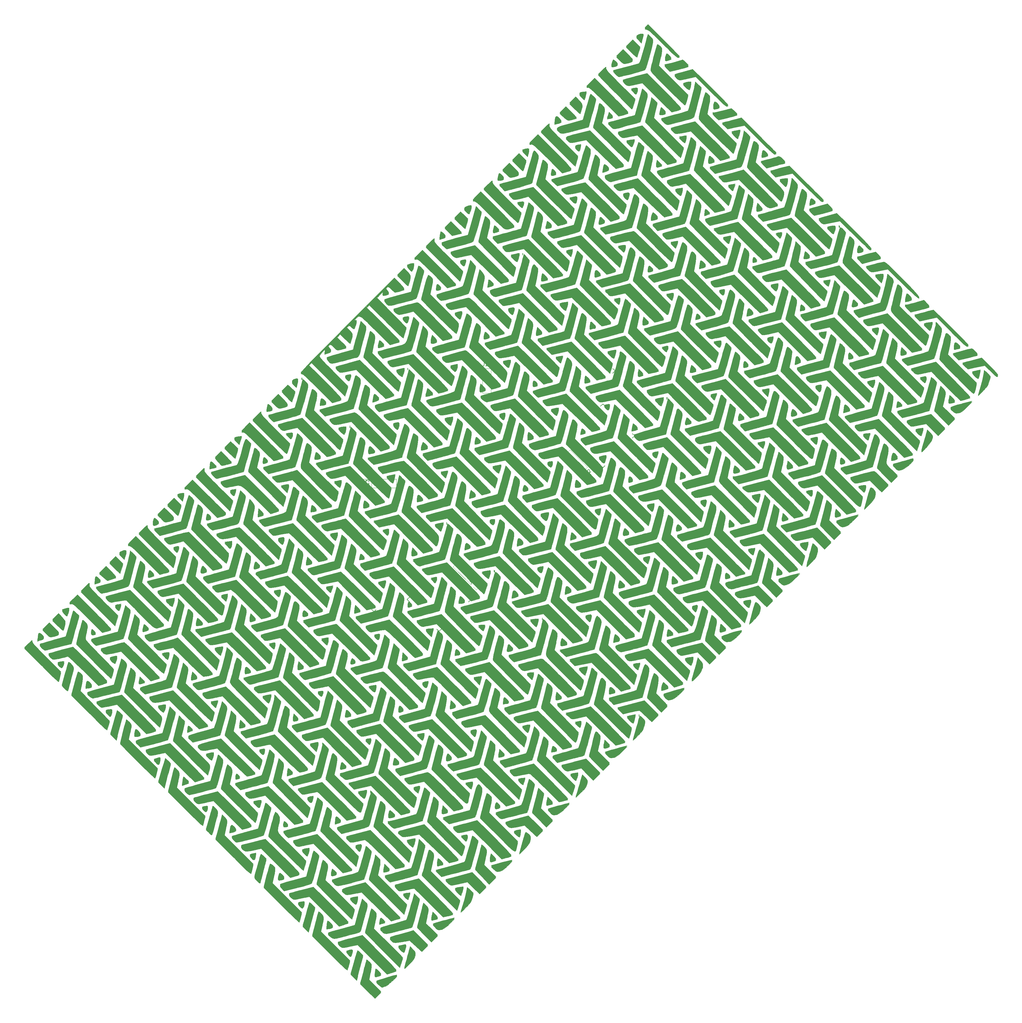
<source format=gbr>
G04 #@! TF.GenerationSoftware,KiCad,Pcbnew,9.0.2*
G04 #@! TF.CreationDate,2025-09-19T15:02:21-04:00*
G04 #@! TF.ProjectId,Trackball,54726163-6b62-4616-9c6c-2e6b69636164,rev?*
G04 #@! TF.SameCoordinates,Original*
G04 #@! TF.FileFunction,Legend,Top*
G04 #@! TF.FilePolarity,Positive*
%FSLAX46Y46*%
G04 Gerber Fmt 4.6, Leading zero omitted, Abs format (unit mm)*
G04 Created by KiCad (PCBNEW 9.0.2) date 2025-09-19 15:02:21*
%MOMM*%
%LPD*%
G01*
G04 APERTURE LIST*
%ADD10C,0.150000*%
%ADD11C,0.010000*%
%ADD12C,0.120000*%
G04 APERTURE END LIST*
D10*
X256177464Y-91602003D02*
X256682540Y-92107079D01*
X256682540Y-92107079D02*
X256749884Y-92241766D01*
X256749884Y-92241766D02*
X256749884Y-92376453D01*
X256749884Y-92376453D02*
X256682540Y-92511140D01*
X256682540Y-92511140D02*
X256615197Y-92578484D01*
X257591678Y-91602003D02*
X257187617Y-92006064D01*
X257389647Y-91804033D02*
X256682540Y-91096926D01*
X256682540Y-91096926D02*
X256716212Y-91265285D01*
X256716212Y-91265285D02*
X256716212Y-91399972D01*
X256716212Y-91399972D02*
X256682540Y-91500987D01*
X257221288Y-90692865D02*
X257221288Y-90625522D01*
X257221288Y-90625522D02*
X257254960Y-90524507D01*
X257254960Y-90524507D02*
X257423319Y-90356148D01*
X257423319Y-90356148D02*
X257524334Y-90322476D01*
X257524334Y-90322476D02*
X257591678Y-90322476D01*
X257591678Y-90322476D02*
X257692693Y-90356148D01*
X257692693Y-90356148D02*
X257760036Y-90423491D01*
X257760036Y-90423491D02*
X257827380Y-90558178D01*
X257827380Y-90558178D02*
X257827380Y-91366300D01*
X257827380Y-91366300D02*
X258265113Y-90928568D01*
X220602215Y-124959766D02*
X221107291Y-125464842D01*
X221107291Y-125464842D02*
X221174635Y-125599529D01*
X221174635Y-125599529D02*
X221174635Y-125734216D01*
X221174635Y-125734216D02*
X221107291Y-125868903D01*
X221107291Y-125868903D02*
X221039948Y-125936247D01*
X222016429Y-124959766D02*
X221612368Y-125363827D01*
X221814398Y-125161796D02*
X221107291Y-124454689D01*
X221107291Y-124454689D02*
X221140963Y-124623048D01*
X221140963Y-124623048D02*
X221140963Y-124757735D01*
X221140963Y-124757735D02*
X221107291Y-124858750D01*
X221949085Y-123612896D02*
X221612368Y-123949613D01*
X221612368Y-123949613D02*
X221915413Y-124320002D01*
X221915413Y-124320002D02*
X221915413Y-124252659D01*
X221915413Y-124252659D02*
X221949085Y-124151644D01*
X221949085Y-124151644D02*
X222117444Y-123983285D01*
X222117444Y-123983285D02*
X222218459Y-123949613D01*
X222218459Y-123949613D02*
X222285803Y-123949613D01*
X222285803Y-123949613D02*
X222386818Y-123983285D01*
X222386818Y-123983285D02*
X222555177Y-124151644D01*
X222555177Y-124151644D02*
X222588848Y-124252659D01*
X222588848Y-124252659D02*
X222588848Y-124320002D01*
X222588848Y-124320002D02*
X222555177Y-124421018D01*
X222555177Y-124421018D02*
X222386818Y-124589376D01*
X222386818Y-124589376D02*
X222285803Y-124623048D01*
X222285803Y-124623048D02*
X222218459Y-124623048D01*
X225070327Y-57080027D02*
X225070327Y-57794312D01*
X225070327Y-57794312D02*
X225022708Y-57937169D01*
X225022708Y-57937169D02*
X224927470Y-58032408D01*
X224927470Y-58032408D02*
X224784613Y-58080027D01*
X224784613Y-58080027D02*
X224689375Y-58080027D01*
X226070327Y-58080027D02*
X225498899Y-58080027D01*
X225784613Y-58080027D02*
X225784613Y-57080027D01*
X225784613Y-57080027D02*
X225689375Y-57222884D01*
X225689375Y-57222884D02*
X225594137Y-57318122D01*
X225594137Y-57318122D02*
X225498899Y-57365741D01*
X226689375Y-57080027D02*
X226784613Y-57080027D01*
X226784613Y-57080027D02*
X226879851Y-57127646D01*
X226879851Y-57127646D02*
X226927470Y-57175265D01*
X226927470Y-57175265D02*
X226975089Y-57270503D01*
X226975089Y-57270503D02*
X227022708Y-57460979D01*
X227022708Y-57460979D02*
X227022708Y-57699074D01*
X227022708Y-57699074D02*
X226975089Y-57889550D01*
X226975089Y-57889550D02*
X226927470Y-57984788D01*
X226927470Y-57984788D02*
X226879851Y-58032408D01*
X226879851Y-58032408D02*
X226784613Y-58080027D01*
X226784613Y-58080027D02*
X226689375Y-58080027D01*
X226689375Y-58080027D02*
X226594137Y-58032408D01*
X226594137Y-58032408D02*
X226546518Y-57984788D01*
X226546518Y-57984788D02*
X226498899Y-57889550D01*
X226498899Y-57889550D02*
X226451280Y-57699074D01*
X226451280Y-57699074D02*
X226451280Y-57460979D01*
X226451280Y-57460979D02*
X226498899Y-57270503D01*
X226498899Y-57270503D02*
X226546518Y-57175265D01*
X226546518Y-57175265D02*
X226594137Y-57127646D01*
X226594137Y-57127646D02*
X226689375Y-57080027D01*
X188309073Y-95460329D02*
X189023358Y-95460329D01*
X189023358Y-95460329D02*
X189166215Y-95507948D01*
X189166215Y-95507948D02*
X189261454Y-95603186D01*
X189261454Y-95603186D02*
X189309073Y-95746043D01*
X189309073Y-95746043D02*
X189309073Y-95841281D01*
X189309073Y-94460329D02*
X189309073Y-95031757D01*
X189309073Y-94746043D02*
X188309073Y-94746043D01*
X188309073Y-94746043D02*
X188451930Y-94841281D01*
X188451930Y-94841281D02*
X188547168Y-94936519D01*
X188547168Y-94936519D02*
X188594787Y-95031757D01*
X188309073Y-94126995D02*
X188309073Y-93507948D01*
X188309073Y-93507948D02*
X188690025Y-93841281D01*
X188690025Y-93841281D02*
X188690025Y-93698424D01*
X188690025Y-93698424D02*
X188737644Y-93603186D01*
X188737644Y-93603186D02*
X188785263Y-93555567D01*
X188785263Y-93555567D02*
X188880501Y-93507948D01*
X188880501Y-93507948D02*
X189118596Y-93507948D01*
X189118596Y-93507948D02*
X189213834Y-93555567D01*
X189213834Y-93555567D02*
X189261454Y-93603186D01*
X189261454Y-93603186D02*
X189309073Y-93698424D01*
X189309073Y-93698424D02*
X189309073Y-93984138D01*
X189309073Y-93984138D02*
X189261454Y-94079376D01*
X189261454Y-94079376D02*
X189213834Y-94126995D01*
D11*
X168504463Y-62314812D02*
X168315405Y-62314812D01*
X168315405Y-62125754D01*
X168504463Y-62125754D01*
X168504463Y-62314812D01*
G36*
X168504463Y-62314812D02*
G01*
X168315405Y-62314812D01*
X168315405Y-62125754D01*
X168504463Y-62125754D01*
X168504463Y-62314812D01*
G37*
X237132525Y-23557918D02*
X236943468Y-23557918D01*
X236943467Y-23368860D01*
X237132526Y-23368860D01*
X237132525Y-23557918D01*
G36*
X237132525Y-23557918D02*
G01*
X236943468Y-23557918D01*
X236943467Y-23368860D01*
X237132526Y-23368860D01*
X237132525Y-23557918D01*
G37*
X201400559Y-59100827D02*
X201400559Y-59289884D01*
X201211502Y-59289884D01*
X201211501Y-59100826D01*
X201400559Y-59100827D01*
G36*
X201400559Y-59100827D02*
G01*
X201400559Y-59289884D01*
X201211502Y-59289884D01*
X201211501Y-59100826D01*
X201400559Y-59100827D01*
G37*
X183440047Y-77061339D02*
X183440047Y-77250397D01*
X183250989Y-77250397D01*
X183250989Y-77061338D01*
X183440047Y-77061339D01*
G36*
X183440047Y-77061339D02*
G01*
X183440047Y-77250397D01*
X183250989Y-77250397D01*
X183250989Y-77061338D01*
X183440047Y-77061339D01*
G37*
X213500273Y-107310622D02*
X213311214Y-107310622D01*
X213311214Y-107121564D01*
X213500272Y-107121564D01*
X213500273Y-107310622D01*
G36*
X213500273Y-107310622D02*
G01*
X213311214Y-107310622D01*
X213311214Y-107121564D01*
X213500272Y-107121564D01*
X213500273Y-107310622D01*
G37*
X281939277Y-68364670D02*
X281750219Y-68364669D01*
X281750219Y-68175612D01*
X281939277Y-68175611D01*
X281939277Y-68364670D01*
G36*
X281939277Y-68364670D02*
G01*
X281750219Y-68364669D01*
X281750219Y-68175612D01*
X281939277Y-68175611D01*
X281939277Y-68364670D01*
G37*
X243182382Y-136992732D02*
X242993325Y-136992732D01*
X242993324Y-136803674D01*
X243182382Y-136803674D01*
X243182382Y-136992732D01*
G36*
X243182382Y-136992732D02*
G01*
X242993325Y-136992732D01*
X242993324Y-136803674D01*
X243182382Y-136803674D01*
X243182382Y-136992732D01*
G37*
X273242608Y-166863900D02*
X273242608Y-167052958D01*
X273053551Y-167052958D01*
X273053550Y-166863899D01*
X273242608Y-166863900D01*
G36*
X273242608Y-166863900D02*
G01*
X273242608Y-167052958D01*
X273053551Y-167052958D01*
X273053550Y-166863899D01*
X273242608Y-166863900D01*
G37*
X335595163Y-14905441D02*
X335600246Y-14955778D01*
X335461900Y-15042221D01*
X335348169Y-14955778D01*
X335261726Y-14730988D01*
X335348169Y-14703700D01*
X335595163Y-14905441D01*
G36*
X335595163Y-14905441D02*
G01*
X335600246Y-14955778D01*
X335461900Y-15042221D01*
X335348169Y-14955778D01*
X335261726Y-14730988D01*
X335348169Y-14703700D01*
X335595163Y-14905441D01*
G37*
X228399264Y-122101341D02*
X228404346Y-122151677D01*
X228266000Y-122238120D01*
X228152270Y-122151677D01*
X228065826Y-121926888D01*
X228152269Y-121899600D01*
X228399264Y-122101341D01*
G36*
X228399264Y-122101341D02*
G01*
X228404346Y-122151677D01*
X228266000Y-122238120D01*
X228152270Y-122151677D01*
X228065826Y-121926888D01*
X228152269Y-121899600D01*
X228399264Y-122101341D01*
G37*
X149334467Y-81444414D02*
X148944642Y-82646235D01*
X148090038Y-81791631D01*
X147555808Y-81163912D01*
X147480231Y-80752257D01*
X147888650Y-80498586D01*
X148717124Y-80354427D01*
X149724291Y-80242592D01*
X149334467Y-81444414D01*
G36*
X149334467Y-81444414D02*
G01*
X148944642Y-82646235D01*
X148090038Y-81791631D01*
X147555808Y-81163912D01*
X147480231Y-80752257D01*
X147888650Y-80498586D01*
X148717124Y-80354427D01*
X149724291Y-80242592D01*
X149334467Y-81444414D01*
G37*
X264541084Y19930282D02*
X264982888Y19395239D01*
X264961760Y19072123D01*
X264448890Y18892963D01*
X264080853Y18844390D01*
X263290291Y18761283D01*
X263582408Y19679061D01*
X263874525Y20596841D01*
X264541084Y19930282D01*
G36*
X264541084Y19930282D02*
G01*
X264982888Y19395239D01*
X264961760Y19072123D01*
X264448890Y18892963D01*
X264080853Y18844390D01*
X263290291Y18761283D01*
X263582408Y19679061D01*
X263874525Y20596841D01*
X264541084Y19930282D01*
G37*
X164257168Y-95287813D02*
X164384721Y-95648375D01*
X164241078Y-96369779D01*
X164226225Y-96423187D01*
X163896735Y-97598328D01*
X161960583Y-95662177D01*
X162883833Y-95422007D01*
X163782259Y-95231290D01*
X164257168Y-95287813D01*
G36*
X164257168Y-95287813D02*
G01*
X164384721Y-95648375D01*
X164241078Y-96369779D01*
X164226225Y-96423187D01*
X163896735Y-97598328D01*
X161960583Y-95662177D01*
X162883833Y-95422007D01*
X163782259Y-95231290D01*
X164257168Y-95287813D01*
G37*
X313632746Y-65465201D02*
X313651070Y-65774901D01*
X313544064Y-66401249D01*
X313486916Y-66638097D01*
X313215628Y-67690214D01*
X311334323Y-65808910D01*
X312420805Y-65576665D01*
X313123700Y-65458624D01*
X313572530Y-65443299D01*
X313632746Y-65465201D01*
G36*
X313632746Y-65465201D02*
G01*
X313651070Y-65774901D01*
X313544064Y-66401249D01*
X313486916Y-66638097D01*
X313215628Y-67690214D01*
X311334323Y-65808910D01*
X312420805Y-65576665D01*
X313123700Y-65458624D01*
X313572530Y-65443299D01*
X313632746Y-65465201D01*
G37*
X167159252Y-62509273D02*
X167186800Y-63056728D01*
X167043325Y-63692712D01*
X166719702Y-64878386D01*
X165968982Y-64127666D01*
X165425880Y-63468885D01*
X165355850Y-62999832D01*
X165765374Y-62649015D01*
X166115826Y-62507915D01*
X166816761Y-62344857D01*
X167159252Y-62509273D01*
G36*
X167159252Y-62509273D02*
G01*
X167186800Y-63056728D01*
X167043325Y-63692712D01*
X166719702Y-64878386D01*
X165968982Y-64127666D01*
X165425880Y-63468885D01*
X165355850Y-62999832D01*
X165765374Y-62649015D01*
X166115826Y-62507915D01*
X166816761Y-62344857D01*
X167159252Y-62509273D01*
G37*
X87199856Y-141586871D02*
X87682158Y-142002769D01*
X88143823Y-142545575D01*
X88184220Y-142917532D01*
X87765296Y-143212795D01*
X87097294Y-143449772D01*
X86268952Y-143708006D01*
X86367915Y-142720393D01*
X86520066Y-141846478D01*
X86781260Y-141477438D01*
X87199856Y-141586871D01*
G36*
X87199856Y-141586871D02*
G01*
X87682158Y-142002769D01*
X88143823Y-142545575D01*
X88184220Y-142917532D01*
X87765296Y-143212795D01*
X87097294Y-143449772D01*
X86268952Y-143708006D01*
X86367915Y-142720393D01*
X86520066Y-141846478D01*
X86781260Y-141477438D01*
X87199856Y-141586871D01*
G37*
X104821572Y-124020024D02*
X105264554Y-124420373D01*
X105750306Y-124954269D01*
X105821355Y-125277919D01*
X105439029Y-125514896D01*
X104863957Y-125700444D01*
X104005855Y-125955834D01*
X104078573Y-124988503D01*
X104193947Y-124173544D01*
X104420499Y-123860832D01*
X104821572Y-124020024D01*
G36*
X104821572Y-124020024D02*
G01*
X105264554Y-124420373D01*
X105750306Y-124954269D01*
X105821355Y-125277919D01*
X105439029Y-125514896D01*
X104863957Y-125700444D01*
X104005855Y-125955834D01*
X104078573Y-124988503D01*
X104193947Y-124173544D01*
X104420499Y-123860832D01*
X104821572Y-124020024D01*
G37*
X272736768Y27908349D02*
X272711063Y27355049D01*
X272636191Y27131084D01*
X272400332Y26554594D01*
X272183113Y26394164D01*
X271833954Y26633882D01*
X271455350Y27006310D01*
X270707911Y27753749D01*
X271595948Y27997670D01*
X272373668Y28115386D01*
X272736768Y27908349D01*
G36*
X272736768Y27908349D02*
G01*
X272711063Y27355049D01*
X272636191Y27131084D01*
X272400332Y26554594D01*
X272183113Y26394164D01*
X271833954Y26633882D01*
X271455350Y27006310D01*
X270707911Y27753749D01*
X271595948Y27997670D01*
X272373668Y28115386D01*
X272736768Y27908349D01*
G37*
X254989461Y9679175D02*
X254767696Y8927885D01*
X254475105Y8679108D01*
X254037546Y8900626D01*
X253769631Y9149120D01*
X253349985Y9702292D01*
X253413139Y10077138D01*
X253977577Y10311306D01*
X254372574Y10377287D01*
X255156167Y10479514D01*
X254989461Y9679175D01*
G36*
X254989461Y9679175D02*
G01*
X254767696Y8927885D01*
X254475105Y8679108D01*
X254037546Y8900626D01*
X253769631Y9149120D01*
X253349985Y9702292D01*
X253413139Y10077138D01*
X253977577Y10311306D01*
X254372574Y10377287D01*
X255156167Y10479514D01*
X254989461Y9679175D01*
G37*
X147793561Y-97516725D02*
X147571797Y-98268014D01*
X147279205Y-98516792D01*
X146841646Y-98295274D01*
X146573732Y-98046779D01*
X146154086Y-97493608D01*
X146217240Y-97118761D01*
X146781677Y-96884594D01*
X147176674Y-96818612D01*
X147960267Y-96716386D01*
X147793561Y-97516725D01*
G36*
X147793561Y-97516725D02*
G01*
X147571797Y-98268014D01*
X147279205Y-98516792D01*
X146841646Y-98295274D01*
X146573732Y-98046779D01*
X146154086Y-97493608D01*
X146217240Y-97118761D01*
X146781677Y-96884594D01*
X147176674Y-96818612D01*
X147960267Y-96716386D01*
X147793561Y-97516725D01*
G37*
X112061595Y-133248691D02*
X111839831Y-133999980D01*
X111547238Y-134248759D01*
X111109679Y-134027241D01*
X110841766Y-133778746D01*
X110422120Y-133225574D01*
X110485273Y-132850728D01*
X111049711Y-132616560D01*
X111444708Y-132550578D01*
X112228301Y-132448352D01*
X112061595Y-133248691D01*
G36*
X112061595Y-133248691D02*
G01*
X111839831Y-133999980D01*
X111547238Y-134248759D01*
X111109679Y-134027241D01*
X110841766Y-133778746D01*
X110422120Y-133225574D01*
X110485273Y-132850728D01*
X111049711Y-132616560D01*
X111444708Y-132550578D01*
X112228301Y-132448352D01*
X112061595Y-133248691D01*
G37*
X175004597Y-68669947D02*
X175405081Y-69026373D01*
X175884762Y-69619653D01*
X175888980Y-70013070D01*
X175396509Y-70257997D01*
X174856294Y-70354722D01*
X174032328Y-70462604D01*
X174110556Y-69608984D01*
X174261013Y-68794915D01*
X174544506Y-68488438D01*
X175004597Y-68669947D01*
G36*
X175004597Y-68669947D02*
G01*
X175405081Y-69026373D01*
X175884762Y-69619653D01*
X175888980Y-70013070D01*
X175396509Y-70257997D01*
X174856294Y-70354722D01*
X174032328Y-70462604D01*
X174110556Y-69608984D01*
X174261013Y-68794915D01*
X174544506Y-68488438D01*
X175004597Y-68669947D01*
G37*
X237404502Y-7457639D02*
X237393029Y-7890647D01*
X237282341Y-8222767D01*
X237048931Y-8794490D01*
X236833582Y-8958473D01*
X236488729Y-8727369D01*
X236079832Y-8325873D01*
X235310726Y-7556767D01*
X236281764Y-7393457D01*
X237059673Y-7313121D01*
X237404502Y-7457639D01*
G36*
X237404502Y-7457639D02*
G01*
X237393029Y-7890647D01*
X237282341Y-8222767D01*
X237048931Y-8794490D01*
X236833582Y-8958473D01*
X236488729Y-8727369D01*
X236079832Y-8325873D01*
X235310726Y-7556767D01*
X236281764Y-7393457D01*
X237059673Y-7313121D01*
X237404502Y-7457639D01*
G37*
X165562453Y-79299688D02*
X165550980Y-79732696D01*
X165440292Y-80064816D01*
X165206882Y-80636539D01*
X164991534Y-80800522D01*
X164646680Y-80569418D01*
X164237783Y-80167922D01*
X163468677Y-79398816D01*
X164439715Y-79235506D01*
X165217624Y-79155170D01*
X165562453Y-79299688D01*
G36*
X165562453Y-79299688D02*
G01*
X165550980Y-79732696D01*
X165440292Y-80064816D01*
X165206882Y-80636539D01*
X164991534Y-80800522D01*
X164646680Y-80569418D01*
X164237783Y-80167922D01*
X163468677Y-79398816D01*
X164439715Y-79235506D01*
X165217624Y-79155170D01*
X165562453Y-79299688D01*
G37*
X103393389Y-140362194D02*
X103839967Y-140767241D01*
X104289754Y-141293615D01*
X104286609Y-141594318D01*
X103809302Y-141759245D01*
X103597931Y-141791946D01*
X103057221Y-141715106D01*
X102886416Y-141270253D01*
X103000752Y-140663199D01*
X103154099Y-140328498D01*
X103393389Y-140362194D01*
G36*
X103393389Y-140362194D02*
G01*
X103839967Y-140767241D01*
X104289754Y-141293615D01*
X104286609Y-141594318D01*
X103809302Y-141759245D01*
X103597931Y-141791946D01*
X103057221Y-141715106D01*
X102886416Y-141270253D01*
X103000752Y-140663199D01*
X103154099Y-140328498D01*
X103393389Y-140362194D01*
G37*
X253872765Y-5775673D02*
X253964147Y-6131200D01*
X253905903Y-6574042D01*
X253696677Y-7312232D01*
X253376032Y-7554451D01*
X252880658Y-7315645D01*
X252444487Y-6919073D01*
X251591988Y-6066574D01*
X252678469Y-5834330D01*
X253479392Y-5697922D01*
X253872765Y-5775673D01*
G36*
X253872765Y-5775673D02*
G01*
X253964147Y-6131200D01*
X253905903Y-6574042D01*
X253696677Y-7312232D01*
X253376032Y-7554451D01*
X252880658Y-7315645D01*
X252444487Y-6919073D01*
X251591988Y-6066574D01*
X252678469Y-5834330D01*
X253479392Y-5697922D01*
X253872765Y-5775673D01*
G37*
X262828121Y4181483D02*
X263317061Y3760967D01*
X263784473Y3204707D01*
X263819985Y2820099D01*
X263388092Y2518819D01*
X262726373Y2291516D01*
X261867235Y2035802D01*
X261978649Y3039239D01*
X262140846Y3916352D01*
X262407533Y4288218D01*
X262828121Y4181483D01*
G36*
X262828121Y4181483D02*
G01*
X263317061Y3760967D01*
X263784473Y3204707D01*
X263819985Y2820099D01*
X263388092Y2518819D01*
X262726373Y2291516D01*
X261867235Y2035802D01*
X261978649Y3039239D01*
X262140846Y3916352D01*
X262407533Y4288218D01*
X262828121Y4181483D01*
G37*
X191364188Y-67282449D02*
X191853129Y-67702966D01*
X192320540Y-68259226D01*
X192356053Y-68643834D01*
X191924160Y-68945114D01*
X191262439Y-69172418D01*
X190403302Y-69428131D01*
X190514715Y-68424694D01*
X190676913Y-67547581D01*
X190943600Y-67175714D01*
X191364188Y-67282449D01*
G36*
X191364188Y-67282449D02*
G01*
X191853129Y-67702966D01*
X192320540Y-68259226D01*
X192356053Y-68643834D01*
X191924160Y-68945114D01*
X191262439Y-69172418D01*
X190403302Y-69428131D01*
X190514715Y-68424694D01*
X190676913Y-67547581D01*
X190943600Y-67175714D01*
X191364188Y-67282449D01*
G37*
X102220697Y-156584106D02*
X102617741Y-156938353D01*
X103097901Y-157550167D01*
X103090171Y-157964907D01*
X102582007Y-158211285D01*
X102026830Y-158290662D01*
X101204971Y-158361453D01*
X101301122Y-157512314D01*
X101468278Y-156701360D01*
X101758848Y-156398912D01*
X102220697Y-156584106D01*
G36*
X102220697Y-156584106D02*
G01*
X102617741Y-156938353D01*
X103097901Y-157550167D01*
X103090171Y-157964907D01*
X102582007Y-158211285D01*
X102026830Y-158290662D01*
X101204971Y-158361453D01*
X101301122Y-157512314D01*
X101468278Y-156701360D01*
X101758848Y-156398912D01*
X102220697Y-156584106D01*
G37*
X209725488Y-49654301D02*
X210258890Y-50291265D01*
X210319368Y-50714464D01*
X209891662Y-50986693D01*
X209372343Y-51107602D01*
X208750709Y-51151669D01*
X208476450Y-50935983D01*
X208493488Y-50368940D01*
X208609814Y-49862034D01*
X208881103Y-48809916D01*
X209725488Y-49654301D01*
G36*
X209725488Y-49654301D02*
G01*
X210258890Y-50291265D01*
X210319368Y-50714464D01*
X209891662Y-50986693D01*
X209372343Y-51107602D01*
X208750709Y-51151669D01*
X208476450Y-50935983D01*
X208493488Y-50368940D01*
X208609814Y-49862034D01*
X208881103Y-48809916D01*
X209725488Y-49654301D01*
G37*
X172009348Y-101949278D02*
X172380152Y-102300584D01*
X172879548Y-102862669D01*
X172929714Y-103184136D01*
X172499091Y-103358274D01*
X171997832Y-103430729D01*
X171151275Y-103529461D01*
X171250008Y-102682905D01*
X171380574Y-101949189D01*
X171602592Y-101715167D01*
X172009348Y-101949278D01*
G36*
X172009348Y-101949278D02*
G01*
X172380152Y-102300584D01*
X172879548Y-102862669D01*
X172929714Y-103184136D01*
X172499091Y-103358274D01*
X171997832Y-103430729D01*
X171151275Y-103529461D01*
X171250008Y-102682905D01*
X171380574Y-101949189D01*
X171602592Y-101715167D01*
X172009348Y-101949278D01*
G37*
X224825188Y-64754001D02*
X225371466Y-65341829D01*
X225500491Y-65693100D01*
X225189888Y-65931833D01*
X224575995Y-66135200D01*
X223943218Y-66246221D01*
X223640564Y-66049009D01*
X223620449Y-65472988D01*
X223731643Y-64882872D01*
X223955861Y-63884674D01*
X224825188Y-64754001D01*
G36*
X224825188Y-64754001D02*
G01*
X225371466Y-65341829D01*
X225500491Y-65693100D01*
X225189888Y-65931833D01*
X224575995Y-66135200D01*
X223943218Y-66246221D01*
X223640564Y-66049009D01*
X223620449Y-65472988D01*
X223731643Y-64882872D01*
X223955861Y-63884674D01*
X224825188Y-64754001D01*
G37*
X153361255Y-136217934D02*
X153907533Y-136805762D01*
X154036559Y-137157033D01*
X153725956Y-137395766D01*
X153112063Y-137599133D01*
X152479285Y-137710154D01*
X152176631Y-137512942D01*
X152156515Y-136936921D01*
X152267710Y-136346805D01*
X152491928Y-135348607D01*
X153361255Y-136217934D01*
G36*
X153361255Y-136217934D02*
G01*
X153907533Y-136805762D01*
X154036559Y-137157033D01*
X153725956Y-137395766D01*
X153112063Y-137599133D01*
X152479285Y-137710154D01*
X152176631Y-137512942D01*
X152156515Y-136936921D01*
X152267710Y-136346805D01*
X152491928Y-135348607D01*
X153361255Y-136217934D01*
G37*
X302753163Y-2706541D02*
X302505319Y-3415846D01*
X302278197Y-3653226D01*
X301931697Y-3456739D01*
X301506783Y-3045122D01*
X301018007Y-2500316D01*
X300951811Y-2183626D01*
X301348004Y-2011250D01*
X302041607Y-1919232D01*
X303035477Y-1819564D01*
X302753163Y-2706541D01*
G36*
X302753163Y-2706541D02*
G01*
X302505319Y-3415846D01*
X302278197Y-3653226D01*
X301931697Y-3456739D01*
X301506783Y-3045122D01*
X301018007Y-2500316D01*
X300951811Y-2183626D01*
X301348004Y-2011250D01*
X302041607Y-1919232D01*
X303035477Y-1819564D01*
X302753163Y-2706541D01*
G37*
X177785810Y-127673895D02*
X177537966Y-128383199D01*
X177310843Y-128620579D01*
X176964343Y-128424093D01*
X176539429Y-128012476D01*
X176050653Y-127467670D01*
X175984458Y-127150979D01*
X176380650Y-126978604D01*
X177074252Y-126886586D01*
X178068124Y-126786917D01*
X177785810Y-127673895D01*
G36*
X177785810Y-127673895D02*
G01*
X177537966Y-128383199D01*
X177310843Y-128620579D01*
X176964343Y-128424093D01*
X176539429Y-128012476D01*
X176050653Y-127467670D01*
X175984458Y-127150979D01*
X176380650Y-126978604D01*
X177074252Y-126886586D01*
X178068124Y-126786917D01*
X177785810Y-127673895D01*
G37*
X187131413Y-117058700D02*
X187410266Y-117330697D01*
X187854348Y-117847334D01*
X187850744Y-118145221D01*
X187363633Y-118314289D01*
X186996380Y-118369806D01*
X186212788Y-118472033D01*
X186379494Y-117671695D01*
X186550510Y-116995666D01*
X186759095Y-116805247D01*
X187131413Y-117058700D01*
G36*
X187131413Y-117058700D02*
G01*
X187410266Y-117330697D01*
X187854348Y-117847334D01*
X187850744Y-118145221D01*
X187363633Y-118314289D01*
X186996380Y-118369806D01*
X186212788Y-118472033D01*
X186379494Y-117671695D01*
X186550510Y-116995666D01*
X186759095Y-116805247D01*
X187131413Y-117058700D01*
G37*
X267317239Y-37375852D02*
X267334264Y-37846695D01*
X267272189Y-38181519D01*
X267110723Y-38820453D01*
X266907784Y-39010966D01*
X266541543Y-38775348D01*
X266142244Y-38388284D01*
X265375323Y-37621363D01*
X266277534Y-37389227D01*
X266998219Y-37249826D01*
X267317239Y-37375852D01*
G36*
X267317239Y-37375852D02*
G01*
X267334264Y-37846695D01*
X267272189Y-38181519D01*
X267110723Y-38820453D01*
X266907784Y-39010966D01*
X266541543Y-38775348D01*
X266142244Y-38388284D01*
X265375323Y-37621363D01*
X266277534Y-37389227D01*
X266998219Y-37249826D01*
X267317239Y-37375852D01*
G37*
X195475190Y-109217901D02*
X195492215Y-109688744D01*
X195430140Y-110023568D01*
X195268674Y-110662502D01*
X195065735Y-110853015D01*
X194699494Y-110617397D01*
X194300195Y-110230333D01*
X193533274Y-109463412D01*
X194435485Y-109231276D01*
X195156170Y-109091874D01*
X195475190Y-109217901D01*
G36*
X195475190Y-109217901D02*
G01*
X195492215Y-109688744D01*
X195430140Y-110023568D01*
X195268674Y-110662502D01*
X195065735Y-110853015D01*
X194699494Y-110617397D01*
X194300195Y-110230333D01*
X193533274Y-109463412D01*
X194435485Y-109231276D01*
X195156170Y-109091874D01*
X195475190Y-109217901D01*
G37*
X160121340Y-144571751D02*
X160138364Y-145042595D01*
X160076289Y-145377419D01*
X159914824Y-146016353D01*
X159711885Y-146206865D01*
X159345644Y-145971248D01*
X158946344Y-145584184D01*
X158179423Y-144817263D01*
X159081635Y-144585126D01*
X159802319Y-144445725D01*
X160121340Y-144571751D01*
G36*
X160121340Y-144571751D02*
G01*
X160138364Y-145042595D01*
X160076289Y-145377419D01*
X159914824Y-146016353D01*
X159711885Y-146206865D01*
X159345644Y-145971248D01*
X158946344Y-145584184D01*
X158179423Y-144817263D01*
X159081635Y-144585126D01*
X159802319Y-144445725D01*
X160121340Y-144571751D01*
G37*
X310846589Y-8603768D02*
X311396204Y-9198413D01*
X311523341Y-9550962D01*
X311205425Y-9774316D01*
X310578464Y-9944563D01*
X309944432Y-10037093D01*
X309650261Y-9867483D01*
X309634283Y-9345193D01*
X309753044Y-8732638D01*
X309977262Y-7734441D01*
X310846589Y-8603768D01*
G36*
X310846589Y-8603768D02*
G01*
X311396204Y-9198413D01*
X311523341Y-9550962D01*
X311205425Y-9774316D01*
X310578464Y-9944563D01*
X309944432Y-10037093D01*
X309650261Y-9867483D01*
X309634283Y-9345193D01*
X309753044Y-8732638D01*
X309977262Y-7734441D01*
X310846589Y-8603768D01*
G37*
X275492738Y-43957619D02*
X276039017Y-44545447D01*
X276168041Y-44896718D01*
X275857438Y-45135451D01*
X275243546Y-45338817D01*
X274610769Y-45449838D01*
X274308114Y-45252626D01*
X274287999Y-44676606D01*
X274399193Y-44086489D01*
X274623411Y-43088292D01*
X275492738Y-43957619D01*
G36*
X275492738Y-43957619D02*
G01*
X276039017Y-44545447D01*
X276168041Y-44896718D01*
X275857438Y-45135451D01*
X275243546Y-45338817D01*
X274610769Y-45449838D01*
X274308114Y-45252626D01*
X274287999Y-44676606D01*
X274399193Y-44086489D01*
X274623411Y-43088292D01*
X275492738Y-43957619D01*
G37*
X203650689Y-115799668D02*
X204200304Y-116394313D01*
X204327442Y-116746860D01*
X204009525Y-116970216D01*
X203382565Y-117140463D01*
X202748532Y-117232993D01*
X202454361Y-117063383D01*
X202438383Y-116541092D01*
X202557144Y-115928538D01*
X202781362Y-114930341D01*
X203650689Y-115799668D01*
G36*
X203650689Y-115799668D02*
G01*
X204200304Y-116394313D01*
X204327442Y-116746860D01*
X204009525Y-116970216D01*
X203382565Y-117140463D01*
X202748532Y-117232993D01*
X202454361Y-117063383D01*
X202438383Y-116541092D01*
X202557144Y-115928538D01*
X202781362Y-114930341D01*
X203650689Y-115799668D01*
G37*
X168296839Y-151153518D02*
X168843117Y-151741347D01*
X168972142Y-152092617D01*
X168661539Y-152331350D01*
X168047646Y-152534716D01*
X167414869Y-152645738D01*
X167112215Y-152448526D01*
X167092100Y-151872506D01*
X167203294Y-151282388D01*
X167427512Y-150284191D01*
X168296839Y-151153518D01*
G36*
X168296839Y-151153518D02*
G01*
X168843117Y-151741347D01*
X168972142Y-152092617D01*
X168661539Y-152331350D01*
X168047646Y-152534716D01*
X167414869Y-152645738D01*
X167112215Y-152448526D01*
X167092100Y-151872506D01*
X167203294Y-151282388D01*
X167427512Y-150284191D01*
X168296839Y-151153518D01*
G37*
X327226834Y-6482542D02*
X327502261Y-6731754D01*
X327929762Y-7212521D01*
X327961683Y-7511697D01*
X327551008Y-7743453D01*
X327015091Y-7914810D01*
X326164945Y-8167714D01*
X326270632Y-7359409D01*
X326455868Y-6565118D01*
X326761609Y-6279450D01*
X327226834Y-6482542D01*
G36*
X327226834Y-6482542D02*
G01*
X327502261Y-6731754D01*
X327929762Y-7212521D01*
X327961683Y-7511697D01*
X327551008Y-7743453D01*
X327015091Y-7914810D01*
X326164945Y-8167714D01*
X326270632Y-7359409D01*
X326455868Y-6565118D01*
X326761609Y-6279450D01*
X327226834Y-6482542D01*
G37*
X220030935Y-113678441D02*
X220306362Y-113927653D01*
X220733863Y-114408421D01*
X220765784Y-114707596D01*
X220355109Y-114939353D01*
X219819192Y-115110709D01*
X218969045Y-115363614D01*
X219074733Y-114555308D01*
X219259968Y-113761018D01*
X219565710Y-113475350D01*
X220030935Y-113678441D01*
G36*
X220030935Y-113678441D02*
G01*
X220306362Y-113927653D01*
X220733863Y-114408421D01*
X220765784Y-114707596D01*
X220355109Y-114939353D01*
X219819192Y-115110709D01*
X218969045Y-115363614D01*
X219074733Y-114555308D01*
X219259968Y-113761018D01*
X219565710Y-113475350D01*
X220030935Y-113678441D01*
G37*
X291693337Y-42393734D02*
X291864823Y-42558249D01*
X292242653Y-43007917D01*
X292202452Y-43289991D01*
X291697409Y-43517801D01*
X291436216Y-43595963D01*
X290737421Y-43796313D01*
X290870543Y-43040686D01*
X291045684Y-42345774D01*
X291291471Y-42143941D01*
X291693337Y-42393734D01*
G36*
X291693337Y-42393734D02*
G01*
X291864823Y-42558249D01*
X292242653Y-43007917D01*
X292202452Y-43289991D01*
X291697409Y-43517801D01*
X291436216Y-43595963D01*
X290737421Y-43796313D01*
X290870543Y-43040686D01*
X291045684Y-42345774D01*
X291291471Y-42143941D01*
X291693337Y-42393734D01*
G37*
X255961370Y-78125701D02*
X256132857Y-78290215D01*
X256510686Y-78739884D01*
X256470485Y-79021958D01*
X255965443Y-79249767D01*
X255704250Y-79327929D01*
X255005455Y-79528279D01*
X255138577Y-78772652D01*
X255313717Y-78077740D01*
X255559504Y-77875907D01*
X255961370Y-78125701D01*
G36*
X255961370Y-78125701D02*
G01*
X256132857Y-78290215D01*
X256510686Y-78739884D01*
X256470485Y-79021958D01*
X255965443Y-79249767D01*
X255704250Y-79327929D01*
X255005455Y-79528279D01*
X255138577Y-78772652D01*
X255313717Y-78077740D01*
X255559504Y-77875907D01*
X255961370Y-78125701D01*
G37*
X317589432Y-16940790D02*
X317548970Y-17368913D01*
X317442943Y-17675668D01*
X317197963Y-18269670D01*
X316973845Y-18415950D01*
X316608269Y-18143838D01*
X316337149Y-17875489D01*
X315664757Y-17203097D01*
X316566969Y-16970960D01*
X317288590Y-16829452D01*
X317589432Y-16940790D01*
G36*
X317589432Y-16940790D02*
G01*
X317548970Y-17368913D01*
X317442943Y-17675668D01*
X317197963Y-18269670D01*
X316973845Y-18415950D01*
X316608269Y-18143838D01*
X316337149Y-17875489D01*
X315664757Y-17203097D01*
X316566969Y-16970960D01*
X317288590Y-16829452D01*
X317589432Y-16940790D01*
G37*
X282235582Y-52294640D02*
X282195120Y-52722763D01*
X282089092Y-53029519D01*
X281844113Y-53623521D01*
X281619994Y-53769801D01*
X281254419Y-53497689D01*
X280983298Y-53229339D01*
X280310906Y-52556947D01*
X281213118Y-52324811D01*
X281934740Y-52183303D01*
X282235582Y-52294640D01*
G36*
X282235582Y-52294640D02*
G01*
X282195120Y-52722763D01*
X282089092Y-53029519D01*
X281844113Y-53623521D01*
X281619994Y-53769801D01*
X281254419Y-53497689D01*
X280983298Y-53229339D01*
X280310906Y-52556947D01*
X281213118Y-52324811D01*
X281934740Y-52183303D01*
X282235582Y-52294640D01*
G37*
X210393533Y-124136689D02*
X210353071Y-124564812D01*
X210247044Y-124871568D01*
X210002064Y-125465570D01*
X209777945Y-125611850D01*
X209412370Y-125339738D01*
X209141249Y-125071388D01*
X208468857Y-124398996D01*
X209371069Y-124166860D01*
X210092691Y-124025352D01*
X210393533Y-124136689D01*
G36*
X210393533Y-124136689D02*
G01*
X210353071Y-124564812D01*
X210247044Y-124871568D01*
X210002064Y-125465570D01*
X209777945Y-125611850D01*
X209412370Y-125339738D01*
X209141249Y-125071388D01*
X208468857Y-124398996D01*
X209371069Y-124166860D01*
X210092691Y-124025352D01*
X210393533Y-124136689D01*
G37*
X273893622Y-60129956D02*
X274386462Y-60671849D01*
X274459772Y-60995312D01*
X274094726Y-61236010D01*
X273720831Y-61375100D01*
X273093658Y-61466619D01*
X272808414Y-61166371D01*
X272849796Y-60453798D01*
X272894565Y-60265248D01*
X273126702Y-59363036D01*
X273893622Y-60129956D01*
G36*
X273893622Y-60129956D02*
G01*
X274386462Y-60671849D01*
X274459772Y-60995312D01*
X274094726Y-61236010D01*
X273720831Y-61375100D01*
X273093658Y-61466619D01*
X272808414Y-61166371D01*
X272849796Y-60453798D01*
X272894565Y-60265248D01*
X273126702Y-59363036D01*
X273893622Y-60129956D01*
G37*
X166697723Y-167325856D02*
X167190562Y-167867748D01*
X167263872Y-168191212D01*
X166898827Y-168431909D01*
X166524931Y-168571000D01*
X165897758Y-168662519D01*
X165612515Y-168362271D01*
X165653896Y-167649698D01*
X165698666Y-167461147D01*
X165930803Y-166558935D01*
X166697723Y-167325856D01*
G36*
X166697723Y-167325856D02*
G01*
X167190562Y-167867748D01*
X167263872Y-168191212D01*
X166898827Y-168431909D01*
X166524931Y-168571000D01*
X165897758Y-168662519D01*
X165612515Y-168362271D01*
X165653896Y-167649698D01*
X165698666Y-167461147D01*
X165930803Y-166558935D01*
X166697723Y-167325856D01*
G37*
X209040197Y-141204189D02*
X208703486Y-142405079D01*
X207746099Y-141447693D01*
X207229175Y-140880402D01*
X206949018Y-140471301D01*
X206935592Y-140353598D01*
X207270567Y-140246698D01*
X207936184Y-140141389D01*
X208229689Y-140110095D01*
X209376907Y-140003298D01*
X209040197Y-141204189D01*
G36*
X209040197Y-141204189D02*
G01*
X208703486Y-142405079D01*
X207746099Y-141447693D01*
X207229175Y-140880402D01*
X206949018Y-140471301D01*
X206935592Y-140353598D01*
X207270567Y-140246698D01*
X207936184Y-140141389D01*
X208229689Y-140110095D01*
X209376907Y-140003298D01*
X209040197Y-141204189D01*
G37*
X298679517Y-50582425D02*
X298770898Y-50937952D01*
X298712654Y-51380793D01*
X298503429Y-52118984D01*
X298182783Y-52361202D01*
X297687410Y-52122397D01*
X297251239Y-51725825D01*
X296398740Y-50873326D01*
X297485221Y-50641082D01*
X298286144Y-50504674D01*
X298679517Y-50582425D01*
G36*
X298679517Y-50582425D02*
G01*
X298770898Y-50937952D01*
X298712654Y-51380793D01*
X298503429Y-52118984D01*
X298182783Y-52361202D01*
X297687410Y-52122397D01*
X297251239Y-51725825D01*
X296398740Y-50873326D01*
X297485221Y-50641082D01*
X298286144Y-50504674D01*
X298679517Y-50582425D01*
G37*
X236170940Y-112089201D02*
X236659880Y-112509718D01*
X237127292Y-113065977D01*
X237162804Y-113450585D01*
X236730911Y-113751866D01*
X236069191Y-113979170D01*
X235210054Y-114234883D01*
X235321467Y-113231446D01*
X235483665Y-112354332D01*
X235750351Y-111982466D01*
X236170940Y-112089201D01*
G36*
X236170940Y-112089201D02*
G01*
X236659880Y-112509718D01*
X237127292Y-113065977D01*
X237162804Y-113450585D01*
X236730911Y-113751866D01*
X236069191Y-113979170D01*
X235210054Y-114234883D01*
X235321467Y-113231446D01*
X235483665Y-112354332D01*
X235750351Y-111982466D01*
X236170940Y-112089201D01*
G37*
X307672190Y-40644985D02*
X308123813Y-41045785D01*
X308599028Y-41623449D01*
X308619242Y-42016162D01*
X308155020Y-42292214D01*
X307516549Y-42454563D01*
X306628190Y-42636955D01*
X306790748Y-41670391D01*
X306988535Y-40836924D01*
X307259376Y-40505886D01*
X307672190Y-40644985D01*
G36*
X307672190Y-40644985D02*
G01*
X308123813Y-41045785D01*
X308599028Y-41623449D01*
X308619242Y-42016162D01*
X308155020Y-42292214D01*
X307516549Y-42454563D01*
X306628190Y-42636955D01*
X306790748Y-41670391D01*
X306988535Y-40836924D01*
X307259376Y-40505886D01*
X307672190Y-40644985D01*
G37*
X146972870Y-201344305D02*
X147424493Y-201745105D01*
X147899708Y-202322769D01*
X147919922Y-202715482D01*
X147455700Y-202991534D01*
X146817229Y-203153883D01*
X145928869Y-203336275D01*
X146091428Y-202369711D01*
X146289215Y-201536245D01*
X146560056Y-201205206D01*
X146972870Y-201344305D01*
G36*
X146972870Y-201344305D02*
G01*
X147424493Y-201745105D01*
X147899708Y-202322769D01*
X147919922Y-202715482D01*
X147455700Y-202991534D01*
X146817229Y-203153883D01*
X145928869Y-203336275D01*
X146091428Y-202369711D01*
X146289215Y-201536245D01*
X146560056Y-201205206D01*
X146972870Y-201344305D01*
G37*
X261276719Y-103460785D02*
X261093940Y-104258360D01*
X260759744Y-104546001D01*
X260262755Y-104329847D01*
X260040056Y-104128145D01*
X259536740Y-103538551D01*
X259496114Y-103170716D01*
X259939950Y-102943850D01*
X260383883Y-102852327D01*
X261357903Y-102688516D01*
X261276719Y-103460785D01*
G36*
X261276719Y-103460785D02*
G01*
X261093940Y-104258360D01*
X260759744Y-104546001D01*
X260262755Y-104329847D01*
X260040056Y-104128145D01*
X259536740Y-103538551D01*
X259496114Y-103170716D01*
X259939950Y-102943850D01*
X260383883Y-102852327D01*
X261357903Y-102688516D01*
X261276719Y-103460785D01*
G37*
X154080819Y-210656685D02*
X153898040Y-211454259D01*
X153563845Y-211741900D01*
X153066856Y-211525746D01*
X152844156Y-211324045D01*
X152340840Y-210734451D01*
X152300214Y-210366615D01*
X152744050Y-210139749D01*
X153187983Y-210048227D01*
X154162004Y-209884415D01*
X154080819Y-210656685D01*
G36*
X154080819Y-210656685D02*
G01*
X153898040Y-211454259D01*
X153563845Y-211741900D01*
X153066856Y-211525746D01*
X152844156Y-211324045D01*
X152340840Y-210734451D01*
X152300214Y-210366615D01*
X152744050Y-210139749D01*
X153187983Y-210048227D01*
X154162004Y-209884415D01*
X154080819Y-210656685D01*
G37*
X216827852Y-146760490D02*
X217092375Y-147012807D01*
X217537213Y-147533867D01*
X217530117Y-147842865D01*
X217036599Y-148036458D01*
X216703839Y-148101727D01*
X215947584Y-148234960D01*
X216051538Y-147439030D01*
X216192740Y-146726940D01*
X216421704Y-146512966D01*
X216827852Y-146760490D01*
G36*
X216827852Y-146760490D02*
G01*
X217092375Y-147012807D01*
X217537213Y-147533867D01*
X217530117Y-147842865D01*
X217036599Y-148036458D01*
X216703839Y-148101727D01*
X215947584Y-148234960D01*
X216051538Y-147439030D01*
X216192740Y-146726940D01*
X216421704Y-146512966D01*
X216827852Y-146760490D01*
G37*
X234697658Y-128369277D02*
X235147416Y-128768708D01*
X235616244Y-129332282D01*
X235641350Y-129713231D01*
X235189681Y-129985910D01*
X234528081Y-130161924D01*
X233652798Y-130353903D01*
X233814853Y-129390326D01*
X234012642Y-128558141D01*
X234283928Y-128228512D01*
X234697658Y-128369277D01*
G36*
X234697658Y-128369277D02*
G01*
X235147416Y-128768708D01*
X235616244Y-129332282D01*
X235641350Y-129713231D01*
X235189681Y-129985910D01*
X234528081Y-130161924D01*
X233652798Y-130353903D01*
X233814853Y-129390326D01*
X234012642Y-128558141D01*
X234283928Y-128228512D01*
X234697658Y-128369277D01*
G37*
X297080463Y-67745517D02*
X296833546Y-68453001D01*
X296614671Y-68697594D01*
X296294755Y-68527535D01*
X295929571Y-68175612D01*
X295495248Y-67680353D01*
X295471516Y-67379089D01*
X295903686Y-67175038D01*
X296457881Y-67047185D01*
X297361816Y-66861556D01*
X297080463Y-67745517D01*
G36*
X297080463Y-67745517D02*
G01*
X296833546Y-68453001D01*
X296614671Y-68697594D01*
X296294755Y-68527535D01*
X295929571Y-68175612D01*
X295495248Y-67680353D01*
X295471516Y-67379089D01*
X295903686Y-67175038D01*
X296457881Y-67047185D01*
X297361816Y-66861556D01*
X297080463Y-67745517D01*
G37*
X314789944Y-50015622D02*
X314568369Y-50786957D01*
X314238378Y-51047369D01*
X313755873Y-50816786D01*
X313511967Y-50593215D01*
X313092543Y-50041219D01*
X313154391Y-49667012D01*
X313716688Y-49432263D01*
X314127247Y-49363321D01*
X314923178Y-49259366D01*
X314789944Y-50015622D01*
G36*
X314789944Y-50015622D02*
G01*
X314568369Y-50786957D01*
X314238378Y-51047369D01*
X313755873Y-50816786D01*
X313511967Y-50593215D01*
X313092543Y-50041219D01*
X313154391Y-49667012D01*
X313716688Y-49432263D01*
X314127247Y-49363321D01*
X314923178Y-49259366D01*
X314789944Y-50015622D01*
G37*
X278999829Y-85795127D02*
X278778066Y-86546416D01*
X278485473Y-86795195D01*
X278047914Y-86573677D01*
X277780001Y-86325182D01*
X277360355Y-85772010D01*
X277423509Y-85397165D01*
X277987945Y-85162996D01*
X278382943Y-85097014D01*
X279166535Y-84994788D01*
X278999829Y-85795127D01*
G36*
X278999829Y-85795127D02*
G01*
X278778066Y-86546416D01*
X278485473Y-86795195D01*
X278047914Y-86573677D01*
X277780001Y-86325182D01*
X277360355Y-85772010D01*
X277423509Y-85397165D01*
X277987945Y-85162996D01*
X278382943Y-85097014D01*
X279166535Y-84994788D01*
X278999829Y-85795127D01*
G37*
X243267863Y-121527093D02*
X243046099Y-122278383D01*
X242753507Y-122527161D01*
X242315948Y-122305643D01*
X242048034Y-122057148D01*
X241628388Y-121503977D01*
X241691542Y-121129131D01*
X242255979Y-120894962D01*
X242650976Y-120828981D01*
X243434569Y-120726754D01*
X243267863Y-121527093D01*
G36*
X243267863Y-121527093D02*
G01*
X243046099Y-122278383D01*
X242753507Y-122527161D01*
X242315948Y-122305643D01*
X242048034Y-122057148D01*
X241628388Y-121503977D01*
X241691542Y-121129131D01*
X242255979Y-120894962D01*
X242650976Y-120828981D01*
X243434569Y-120726754D01*
X243267863Y-121527093D01*
G37*
X207535896Y-157259060D02*
X207314133Y-158010349D01*
X207021541Y-158259127D01*
X206583981Y-158037609D01*
X206316068Y-157789114D01*
X205896421Y-157235943D01*
X205959576Y-156861097D01*
X206524012Y-156626929D01*
X206919009Y-156560948D01*
X207702602Y-156458721D01*
X207535896Y-157259060D01*
G36*
X207535896Y-157259060D02*
G01*
X207314133Y-158010349D01*
X207021541Y-158259127D01*
X206583981Y-158037609D01*
X206316068Y-157789114D01*
X205896421Y-157235943D01*
X205959576Y-156861097D01*
X206524012Y-156626929D01*
X206919009Y-156560948D01*
X207702602Y-156458721D01*
X207535896Y-157259060D01*
G37*
X171803930Y-192991026D02*
X171582166Y-193742316D01*
X171289574Y-193991094D01*
X170852015Y-193769576D01*
X170584101Y-193521081D01*
X170164455Y-192967909D01*
X170227609Y-192593064D01*
X170792046Y-192358895D01*
X171187043Y-192292914D01*
X171970636Y-192190687D01*
X171803930Y-192991026D01*
G36*
X171803930Y-192991026D02*
G01*
X171582166Y-193742316D01*
X171289574Y-193991094D01*
X170852015Y-193769576D01*
X170584101Y-193521081D01*
X170164455Y-192967909D01*
X170227609Y-192593064D01*
X170792046Y-192358895D01*
X171187043Y-192292914D01*
X171970636Y-192190687D01*
X171803930Y-192991026D01*
G37*
X225304788Y-139042024D02*
X225293316Y-139475031D01*
X225182627Y-139807151D01*
X224949218Y-140378875D01*
X224733869Y-140542858D01*
X224389015Y-140311753D01*
X223980119Y-139910257D01*
X223211013Y-139141151D01*
X224182051Y-138977842D01*
X224959959Y-138897505D01*
X225304788Y-139042024D01*
G36*
X225304788Y-139042024D02*
G01*
X225293316Y-139475031D01*
X225182627Y-139807151D01*
X224949218Y-140378875D01*
X224733869Y-140542858D01*
X224389015Y-140311753D01*
X223980119Y-139910257D01*
X223211013Y-139141151D01*
X224182051Y-138977842D01*
X224959959Y-138897505D01*
X225304788Y-139042024D01*
G37*
X163135724Y-200104529D02*
X163582302Y-200509576D01*
X164032089Y-201035950D01*
X164028946Y-201336655D01*
X163551638Y-201501581D01*
X163340266Y-201534281D01*
X162799557Y-201457443D01*
X162628752Y-201012588D01*
X162743087Y-200405535D01*
X162896434Y-200070834D01*
X163135724Y-200104529D01*
G36*
X163135724Y-200104529D02*
G01*
X163582302Y-200509576D01*
X164032089Y-201035950D01*
X164028946Y-201336655D01*
X163551638Y-201501581D01*
X163340266Y-201534281D01*
X162799557Y-201457443D01*
X162628752Y-201012588D01*
X162743087Y-200405535D01*
X162896434Y-200070834D01*
X163135724Y-200104529D01*
G37*
X324004893Y-39543362D02*
X324288274Y-39816908D01*
X324735009Y-40342019D01*
X324722816Y-40651819D01*
X324219370Y-40844283D01*
X323930830Y-40900350D01*
X323205665Y-41028106D01*
X323304145Y-40203628D01*
X323424332Y-39503063D01*
X323623720Y-39296411D01*
X324004893Y-39543362D01*
G36*
X324004893Y-39543362D02*
G01*
X324288274Y-39816908D01*
X324735009Y-40342019D01*
X324722816Y-40651819D01*
X324219370Y-40844283D01*
X323930830Y-40900350D01*
X323205665Y-41028106D01*
X323304145Y-40203628D01*
X323424332Y-39503063D01*
X323623720Y-39296411D01*
X324004893Y-39543362D01*
G37*
X223975780Y-156139773D02*
X223639070Y-157340664D01*
X222681683Y-156383276D01*
X222164758Y-155815986D01*
X221884602Y-155406884D01*
X221871176Y-155289181D01*
X222206150Y-155182282D01*
X222871768Y-155076974D01*
X223165273Y-155045679D01*
X224312491Y-154938883D01*
X223975780Y-156139773D01*
G36*
X223975780Y-156139773D02*
G01*
X223639070Y-157340664D01*
X222681683Y-156383276D01*
X222164758Y-155815986D01*
X221884602Y-155406884D01*
X221871176Y-155289181D01*
X222206150Y-155182282D01*
X222871768Y-155076974D01*
X223165273Y-155045679D01*
X224312491Y-154938883D01*
X223975780Y-156139773D01*
G37*
X251106524Y-127024785D02*
X251595465Y-127445302D01*
X252062876Y-128001562D01*
X252098388Y-128386169D01*
X251666495Y-128687450D01*
X251004775Y-128914753D01*
X250145638Y-129170466D01*
X250257051Y-128167030D01*
X250419248Y-127289916D01*
X250685935Y-126918050D01*
X251106524Y-127024785D01*
G36*
X251106524Y-127024785D02*
G01*
X251595465Y-127445302D01*
X252062876Y-128001562D01*
X252098388Y-128386169D01*
X251666495Y-128687450D01*
X251004775Y-128914753D01*
X250145638Y-129170466D01*
X250257051Y-128167030D01*
X250419248Y-127289916D01*
X250685935Y-126918050D01*
X251106524Y-127024785D01*
G37*
X286695392Y-91502044D02*
X287138373Y-91902394D01*
X287624124Y-92436289D01*
X287695174Y-92759938D01*
X287312847Y-92996916D01*
X286737776Y-93182463D01*
X285879673Y-93437853D01*
X285952391Y-92470523D01*
X286067766Y-91655563D01*
X286294318Y-91342852D01*
X286695392Y-91502044D01*
G36*
X286695392Y-91502044D02*
G01*
X287138373Y-91902394D01*
X287624124Y-92436289D01*
X287695174Y-92759938D01*
X287312847Y-92996916D01*
X286737776Y-93182463D01*
X285879673Y-93437853D01*
X285952391Y-92470523D01*
X286067766Y-91655563D01*
X286294318Y-91342852D01*
X286695392Y-91502044D01*
G37*
X179499492Y-198697943D02*
X179942473Y-199098293D01*
X180428225Y-199632188D01*
X180499274Y-199955838D01*
X180116948Y-200192815D01*
X179541876Y-200378363D01*
X178683774Y-200633753D01*
X178756492Y-199666422D01*
X178871866Y-198851463D01*
X179098418Y-198538751D01*
X179499492Y-198697943D01*
G36*
X179499492Y-198697943D02*
G01*
X179942473Y-199098293D01*
X180428225Y-199632188D01*
X180499274Y-199955838D01*
X180116948Y-200192815D01*
X179541876Y-200378363D01*
X178683774Y-200633753D01*
X178756492Y-199666422D01*
X178871866Y-198851463D01*
X179098418Y-198538751D01*
X179499492Y-198697943D01*
G37*
X322617217Y-55581466D02*
X323034569Y-56023526D01*
X323421093Y-56620619D01*
X323364015Y-57025415D01*
X322825778Y-57333241D01*
X322473010Y-57448887D01*
X321619074Y-57703565D01*
X321736490Y-56523308D01*
X321897494Y-55697250D01*
X322182104Y-55386755D01*
X322617217Y-55581466D01*
G36*
X322617217Y-55581466D02*
G01*
X323034569Y-56023526D01*
X323421093Y-56620619D01*
X323364015Y-57025415D01*
X322825778Y-57333241D01*
X322473010Y-57448887D01*
X321619074Y-57703565D01*
X321736490Y-56523308D01*
X321897494Y-55697250D01*
X322182104Y-55386755D01*
X322617217Y-55581466D01*
G37*
X231751684Y-161691613D02*
X232122488Y-162042920D01*
X232621883Y-162605004D01*
X232672049Y-162926471D01*
X232241426Y-163100610D01*
X231740168Y-163173064D01*
X230893610Y-163271797D01*
X230992344Y-162425240D01*
X231122910Y-161691526D01*
X231344927Y-161457502D01*
X231751684Y-161691613D01*
G36*
X231751684Y-161691613D02*
G01*
X232122488Y-162042920D01*
X232621883Y-162605004D01*
X232672049Y-162926471D01*
X232241426Y-163100610D01*
X231740168Y-163173064D01*
X230893610Y-163271797D01*
X230992344Y-162425240D01*
X231122910Y-161691526D01*
X231344927Y-161457502D01*
X231751684Y-161691613D01*
G37*
X178574835Y-215427331D02*
X179127070Y-215921636D01*
X179214199Y-216238764D01*
X178825414Y-216483599D01*
X178452902Y-216610518D01*
X177783981Y-216756266D01*
X177497136Y-216591418D01*
X177521737Y-216040789D01*
X177600925Y-215703580D01*
X177824663Y-214834004D01*
X178574835Y-215427331D01*
G36*
X178574835Y-215427331D02*
G01*
X179127070Y-215921636D01*
X179214199Y-216238764D01*
X178825414Y-216483599D01*
X178452902Y-216610518D01*
X177783981Y-216756266D01*
X177497136Y-216591418D01*
X177521737Y-216040789D01*
X177600925Y-215703580D01*
X177824663Y-214834004D01*
X178574835Y-215427331D01*
G37*
X355653340Y-53410520D02*
X356202955Y-54005164D01*
X356330092Y-54357713D01*
X356012176Y-54581067D01*
X355385216Y-54751315D01*
X354751184Y-54843845D01*
X354457013Y-54674235D01*
X354441035Y-54151945D01*
X354559795Y-53539390D01*
X354784013Y-52541193D01*
X355653340Y-53410520D01*
G36*
X355653340Y-53410520D02*
G01*
X356202955Y-54005164D01*
X356330092Y-54357713D01*
X356012176Y-54581067D01*
X355385216Y-54751315D01*
X354751184Y-54843845D01*
X354457013Y-54674235D01*
X354441035Y-54151945D01*
X354559795Y-53539390D01*
X354784013Y-52541193D01*
X355653340Y-53410520D01*
G37*
X320299490Y-88764370D02*
X320845768Y-89352198D01*
X320974793Y-89703470D01*
X320664190Y-89942202D01*
X320050298Y-90145568D01*
X319417520Y-90256590D01*
X319114866Y-90059378D01*
X319094750Y-89483357D01*
X319205945Y-88893241D01*
X319430163Y-87895043D01*
X320299490Y-88764370D01*
G36*
X320299490Y-88764370D02*
G01*
X320845768Y-89352198D01*
X320974793Y-89703470D01*
X320664190Y-89942202D01*
X320050298Y-90145568D01*
X319417520Y-90256590D01*
X319114866Y-90059378D01*
X319094750Y-89483357D01*
X319205945Y-88893241D01*
X319430163Y-87895043D01*
X320299490Y-88764370D01*
G37*
X248457441Y-160606419D02*
X249007055Y-161201064D01*
X249134194Y-161553612D01*
X248816276Y-161776967D01*
X248189316Y-161947215D01*
X247555284Y-162039745D01*
X247261113Y-161870134D01*
X247245135Y-161347844D01*
X247363896Y-160735290D01*
X247588114Y-159737092D01*
X248457441Y-160606419D01*
G36*
X248457441Y-160606419D02*
G01*
X249007055Y-161201064D01*
X249134194Y-161553612D01*
X248816276Y-161776967D01*
X248189316Y-161947215D01*
X247555284Y-162039745D01*
X247261113Y-161870134D01*
X247245135Y-161347844D01*
X247363896Y-160735290D01*
X247588114Y-159737092D01*
X248457441Y-160606419D01*
G37*
X213103591Y-195960269D02*
X213649868Y-196548098D01*
X213778894Y-196899369D01*
X213468291Y-197138101D01*
X212854398Y-197341468D01*
X212221621Y-197452489D01*
X211918966Y-197255277D01*
X211898851Y-196679257D01*
X212010045Y-196089140D01*
X212234264Y-195090942D01*
X213103591Y-195960269D01*
G36*
X213103591Y-195960269D02*
G01*
X213649868Y-196548098D01*
X213778894Y-196899369D01*
X213468291Y-197138101D01*
X212854398Y-197341468D01*
X212221621Y-197452489D01*
X211918966Y-197255277D01*
X211898851Y-196679257D01*
X212010045Y-196089140D01*
X212234264Y-195090942D01*
X213103591Y-195960269D01*
G37*
X246917422Y-176847475D02*
X247152601Y-177073033D01*
X247595934Y-177588138D01*
X247594253Y-177885803D01*
X247110942Y-178055447D01*
X246726378Y-178113870D01*
X245930448Y-178217824D01*
X246063681Y-177461569D01*
X246238436Y-176768457D01*
X246490796Y-176575256D01*
X246917422Y-176847475D01*
G36*
X246917422Y-176847475D02*
G01*
X247152601Y-177073033D01*
X247595934Y-177588138D01*
X247594253Y-177885803D01*
X247110942Y-178055447D01*
X246726378Y-178113870D01*
X245930448Y-178217824D01*
X246063681Y-177461569D01*
X246238436Y-176768457D01*
X246490796Y-176575256D01*
X246917422Y-176847475D01*
G37*
X362433166Y-61777199D02*
X362467945Y-62254859D01*
X362425208Y-62535217D01*
X362258585Y-63187919D01*
X362008936Y-63369907D01*
X361578735Y-63101033D01*
X361238430Y-62776769D01*
X360471509Y-62009848D01*
X361373720Y-61777712D01*
X362101725Y-61642140D01*
X362433166Y-61777199D01*
G36*
X362433166Y-61777199D02*
G01*
X362467945Y-62254859D01*
X362425208Y-62535217D01*
X362258585Y-63187919D01*
X362008936Y-63369907D01*
X361578735Y-63101033D01*
X361238430Y-62776769D01*
X360471509Y-62009848D01*
X361373720Y-61777712D01*
X362101725Y-61642140D01*
X362433166Y-61777199D01*
G37*
X327079316Y-97131049D02*
X327114095Y-97608710D01*
X327071358Y-97889067D01*
X326904734Y-98541769D01*
X326655085Y-98723758D01*
X326224885Y-98454883D01*
X325884579Y-98130620D01*
X325117658Y-97363699D01*
X326019870Y-97131563D01*
X326747874Y-96995991D01*
X327079316Y-97131049D01*
G36*
X327079316Y-97131049D02*
G01*
X327114095Y-97608710D01*
X327071358Y-97889067D01*
X326904734Y-98541769D01*
X326655085Y-98723758D01*
X326224885Y-98454883D01*
X325884579Y-98130620D01*
X325117658Y-97363699D01*
X326019870Y-97131563D01*
X326747874Y-96995991D01*
X327079316Y-97131049D01*
G37*
X255217525Y-168960236D02*
X255234550Y-169431079D01*
X255172475Y-169765904D01*
X255011010Y-170404838D01*
X254808070Y-170595351D01*
X254441830Y-170359733D01*
X254042530Y-169972669D01*
X253275609Y-169205748D01*
X254177821Y-168973612D01*
X254898505Y-168834210D01*
X255217525Y-168960236D01*
G36*
X255217525Y-168960236D02*
G01*
X255234550Y-169431079D01*
X255172475Y-169765904D01*
X255011010Y-170404838D01*
X254808070Y-170595351D01*
X254441830Y-170359733D01*
X254042530Y-169972669D01*
X253275609Y-169205748D01*
X254177821Y-168973612D01*
X254898505Y-168834210D01*
X255217525Y-168960236D01*
G37*
X219863675Y-204314086D02*
X219880700Y-204784930D01*
X219818625Y-205119754D01*
X219657159Y-205758688D01*
X219454220Y-205949200D01*
X219087979Y-205713583D01*
X218688679Y-205326519D01*
X217921758Y-204559598D01*
X218823971Y-204327462D01*
X219544655Y-204188061D01*
X219863675Y-204314086D01*
G36*
X219863675Y-204314086D02*
G01*
X219880700Y-204784930D01*
X219818625Y-205119754D01*
X219657159Y-205758688D01*
X219454220Y-205949200D01*
X219087979Y-205713583D01*
X218688679Y-205326519D01*
X217921758Y-204559598D01*
X218823971Y-204327462D01*
X219544655Y-204188061D01*
X219863675Y-204314086D01*
G37*
X370588924Y-68346103D02*
X371138539Y-68940748D01*
X371265676Y-69293297D01*
X370947760Y-69516652D01*
X370320800Y-69686899D01*
X369686767Y-69779429D01*
X369392596Y-69609819D01*
X369376618Y-69087528D01*
X369495379Y-68474974D01*
X369719597Y-67476776D01*
X370588924Y-68346103D01*
G36*
X370588924Y-68346103D02*
G01*
X371138539Y-68940748D01*
X371265676Y-69293297D01*
X370947760Y-69516652D01*
X370320800Y-69686899D01*
X369686767Y-69779429D01*
X369392596Y-69609819D01*
X369376618Y-69087528D01*
X369495379Y-68474974D01*
X369719597Y-67476776D01*
X370588924Y-68346103D01*
G37*
X335235073Y-103699954D02*
X335781352Y-104287783D01*
X335910377Y-104639053D01*
X335599774Y-104877786D01*
X334985881Y-105081152D01*
X334353104Y-105192174D01*
X334050450Y-104994961D01*
X334030335Y-104418942D01*
X334141529Y-103828824D01*
X334365746Y-102830627D01*
X335235073Y-103699954D01*
G36*
X335235073Y-103699954D02*
G01*
X335781352Y-104287783D01*
X335910377Y-104639053D01*
X335599774Y-104877786D01*
X334985881Y-105081152D01*
X334353104Y-105192174D01*
X334050450Y-104994961D01*
X334030335Y-104418942D01*
X334141529Y-103828824D01*
X334365746Y-102830627D01*
X335235073Y-103699954D01*
G37*
X263393024Y-175542003D02*
X263939303Y-176129832D01*
X264068328Y-176481102D01*
X263757725Y-176719835D01*
X263143832Y-176923201D01*
X262511055Y-177034222D01*
X262208401Y-176837010D01*
X262188286Y-176260991D01*
X262299480Y-175670873D01*
X262523697Y-174672676D01*
X263393024Y-175542003D01*
G36*
X263393024Y-175542003D02*
G01*
X263939303Y-176129832D01*
X264068328Y-176481102D01*
X263757725Y-176719835D01*
X263143832Y-176923201D01*
X262511055Y-177034222D01*
X262208401Y-176837010D01*
X262188286Y-176260991D01*
X262299480Y-175670873D01*
X262523697Y-174672676D01*
X263393024Y-175542003D01*
G37*
X228039175Y-210895853D02*
X228585453Y-211483682D01*
X228714478Y-211834952D01*
X228403875Y-212073685D01*
X227789982Y-212277052D01*
X227157204Y-212388073D01*
X226854550Y-212190861D01*
X226834435Y-211614841D01*
X226945629Y-211024724D01*
X227169848Y-210026526D01*
X228039175Y-210895853D01*
G36*
X228039175Y-210895853D02*
G01*
X228585453Y-211483682D01*
X228714478Y-211834952D01*
X228403875Y-212073685D01*
X227789982Y-212277052D01*
X227157204Y-212388073D01*
X226854550Y-212190861D01*
X226834435Y-211614841D01*
X226945629Y-211024724D01*
X227169848Y-210026526D01*
X228039175Y-210895853D01*
G37*
X216430672Y-15144835D02*
X217173245Y-15897114D01*
X217737370Y-16487241D01*
X218041887Y-16829379D01*
X218071775Y-16880467D01*
X217800252Y-16952365D01*
X217162140Y-17102432D01*
X216543324Y-17242598D01*
X215075294Y-17570619D01*
X212838569Y-15333894D01*
X214729150Y-13443314D01*
X216430672Y-15144835D01*
G36*
X216430672Y-15144835D02*
G01*
X217173245Y-15897114D01*
X217737370Y-16487241D01*
X218041887Y-16829379D01*
X218071775Y-16880467D01*
X217800252Y-16952365D01*
X217162140Y-17102432D01*
X216543324Y-17242598D01*
X215075294Y-17570619D01*
X212838569Y-15333894D01*
X214729150Y-13443314D01*
X216430672Y-15144835D01*
G37*
X219986845Y-12651153D02*
X219640292Y-13978924D01*
X219423528Y-14754551D01*
X219248444Y-15284994D01*
X219185612Y-15414824D01*
X218962178Y-15289119D01*
X218458965Y-14860649D01*
X217768618Y-14210376D01*
X217470491Y-13915959D01*
X215863498Y-12308966D01*
X217754078Y-10418386D01*
X219986845Y-12651153D01*
G36*
X219986845Y-12651153D02*
G01*
X219640292Y-13978924D01*
X219423528Y-14754551D01*
X219248444Y-15284994D01*
X219185612Y-15414824D01*
X218962178Y-15289119D01*
X218458965Y-14860649D01*
X217768618Y-14210376D01*
X217470491Y-13915959D01*
X215863498Y-12308966D01*
X217754078Y-10418386D01*
X219986845Y-12651153D01*
G37*
X148522912Y-84115085D02*
X148176360Y-85442857D01*
X147959595Y-86218483D01*
X147784511Y-86748927D01*
X147721679Y-86878757D01*
X147498245Y-86753052D01*
X146995032Y-86324582D01*
X146304685Y-85674309D01*
X146006558Y-85379891D01*
X144399565Y-83772899D01*
X146290145Y-81882319D01*
X148522912Y-84115085D01*
G36*
X148522912Y-84115085D02*
G01*
X148176360Y-85442857D01*
X147959595Y-86218483D01*
X147784511Y-86748927D01*
X147721679Y-86878757D01*
X147498245Y-86753052D01*
X146995032Y-86324582D01*
X146304685Y-85674309D01*
X146006558Y-85379891D01*
X144399565Y-83772899D01*
X146290145Y-81882319D01*
X148522912Y-84115085D01*
G37*
X273493868Y40848667D02*
X273108103Y39485284D01*
X272861332Y38686720D01*
X272647039Y38117936D01*
X272557092Y37956656D01*
X272307875Y38056529D01*
X271784985Y38465197D01*
X271084129Y39104804D01*
X270784854Y39398404D01*
X269177861Y41005397D01*
X271257499Y43085036D01*
X273493868Y40848667D01*
G36*
X273493868Y40848667D02*
G01*
X273108103Y39485284D01*
X272861332Y38686720D01*
X272647039Y38117936D01*
X272557092Y37956656D01*
X272307875Y38056529D01*
X271784985Y38465197D01*
X271084129Y39104804D01*
X270784854Y39398404D01*
X269177861Y41005397D01*
X271257499Y43085036D01*
X273493868Y40848667D01*
G37*
X112794548Y-119850653D02*
X112408783Y-121214036D01*
X112180564Y-121989675D01*
X112009227Y-122515785D01*
X111952302Y-122648135D01*
X111745761Y-122505513D01*
X111255453Y-122064086D01*
X110572004Y-121406846D01*
X110274591Y-121111858D01*
X108667598Y-119504865D01*
X110558179Y-117614285D01*
X112794548Y-119850653D01*
G36*
X112794548Y-119850653D02*
G01*
X112408783Y-121214036D01*
X112180564Y-121989675D01*
X112009227Y-122515785D01*
X111952302Y-122648135D01*
X111745761Y-122505513D01*
X111255453Y-122064086D01*
X110572004Y-121406846D01*
X110274591Y-121111858D01*
X108667598Y-119504865D01*
X110558179Y-117614285D01*
X112794548Y-119850653D01*
G37*
X238165975Y5468859D02*
X237702800Y4054023D01*
X237431618Y3259961D01*
X237220353Y2703036D01*
X237138811Y2538374D01*
X236918678Y2667387D01*
X236417988Y3098390D01*
X235728988Y3750027D01*
X235431003Y4044554D01*
X233824010Y5651546D01*
X235903649Y7731185D01*
X238165975Y5468859D01*
G36*
X238165975Y5468859D02*
G01*
X237702800Y4054023D01*
X237431618Y3259961D01*
X237220353Y2703036D01*
X237138811Y2538374D01*
X236918678Y2667387D01*
X236417988Y3098390D01*
X235728988Y3750027D01*
X235431003Y4044554D01*
X233824010Y5651546D01*
X235903649Y7731185D01*
X238165975Y5468859D01*
G37*
X130970075Y-101727041D02*
X130506900Y-103141876D01*
X130235719Y-103935938D01*
X130024453Y-104492864D01*
X129942911Y-104657525D01*
X129722779Y-104528512D01*
X129222088Y-104097509D01*
X128533089Y-103445872D01*
X128235103Y-103151346D01*
X126628111Y-101544353D01*
X128707749Y-99464715D01*
X130970075Y-101727041D01*
G36*
X130970075Y-101727041D02*
G01*
X130506900Y-103141876D01*
X130235719Y-103935938D01*
X130024453Y-104492864D01*
X129942911Y-104657525D01*
X129722779Y-104528512D01*
X129222088Y-104097509D01*
X128533089Y-103445872D01*
X128235103Y-103151346D01*
X126628111Y-101544353D01*
X128707749Y-99464715D01*
X130970075Y-101727041D01*
G37*
X279565363Y4906003D02*
X280032007Y4418656D01*
X280272735Y4126129D01*
X280282232Y4094605D01*
X280021676Y3989343D01*
X279540930Y3825948D01*
X278828550Y3693776D01*
X278500165Y3919963D01*
X278513789Y4545055D01*
X278565565Y4767831D01*
X278798442Y5672924D01*
X279565363Y4906003D01*
G36*
X279565363Y4906003D02*
G01*
X280032007Y4418656D01*
X280272735Y4126129D01*
X280282232Y4094605D01*
X280021676Y3989343D01*
X279540930Y3825948D01*
X278828550Y3693776D01*
X278500165Y3919963D01*
X278513789Y4545055D01*
X278565565Y4767831D01*
X278798442Y5672924D01*
X279565363Y4906003D01*
G37*
X241042839Y-63212129D02*
X241186115Y-63343474D01*
X241620340Y-63912304D01*
X241562447Y-64290952D01*
X241003094Y-64519167D01*
X240905493Y-64537688D01*
X240384355Y-64586515D01*
X240194285Y-64374420D01*
X240155637Y-63979906D01*
X240239019Y-63259666D01*
X240550733Y-62993871D01*
X241042839Y-63212129D01*
G36*
X241042839Y-63212129D02*
G01*
X241186115Y-63343474D01*
X241620340Y-63912304D01*
X241562447Y-64290952D01*
X241003094Y-64519167D01*
X240905493Y-64537688D01*
X240384355Y-64586515D01*
X240194285Y-64374420D01*
X240155637Y-63979906D01*
X240239019Y-63259666D01*
X240550733Y-62993871D01*
X241042839Y-63212129D01*
G37*
X169712613Y-134802336D02*
X169827869Y-134913094D01*
X170265754Y-135411752D01*
X170267015Y-135714245D01*
X169796680Y-135963972D01*
X169549861Y-136053020D01*
X168913571Y-136147138D01*
X168626889Y-135840612D01*
X168625847Y-135318064D01*
X168824169Y-134638724D01*
X169178444Y-134469503D01*
X169712613Y-134802336D01*
G36*
X169712613Y-134802336D02*
G01*
X169827869Y-134913094D01*
X170265754Y-135411752D01*
X170267015Y-135714245D01*
X169796680Y-135963972D01*
X169549861Y-136053020D01*
X168913571Y-136147138D01*
X168626889Y-135840612D01*
X168625847Y-135318064D01*
X168824169Y-134638724D01*
X169178444Y-134469503D01*
X169712613Y-134802336D01*
G37*
X174933841Y-159508718D02*
X175017569Y-159743990D01*
X174922735Y-160126932D01*
X174689635Y-160772993D01*
X174421328Y-160926492D01*
X173988685Y-160621288D01*
X173786929Y-160424769D01*
X173399297Y-159970513D01*
X173411370Y-159705188D01*
X173873215Y-159562568D01*
X174485546Y-159500685D01*
X174933841Y-159508718D01*
G36*
X174933841Y-159508718D02*
G01*
X175017569Y-159743990D01*
X174922735Y-160126932D01*
X174689635Y-160772993D01*
X174421328Y-160926492D01*
X173988685Y-160621288D01*
X173786929Y-160424769D01*
X173399297Y-159970513D01*
X173411370Y-159705188D01*
X173873215Y-159562568D01*
X174485546Y-159500685D01*
X174933841Y-159508718D01*
G37*
X309375164Y-24905083D02*
X309447219Y-24975853D01*
X309833537Y-25464866D01*
X309748788Y-25755085D01*
X309163950Y-25917821D01*
X309057973Y-25932272D01*
X308576004Y-25959456D01*
X308453981Y-25743621D01*
X308490799Y-25365099D01*
X308642955Y-24717837D01*
X308913974Y-24574172D01*
X309375164Y-24905083D01*
G36*
X309375164Y-24905083D02*
G01*
X309447219Y-24975853D01*
X309833537Y-25464866D01*
X309748788Y-25755085D01*
X309163950Y-25917821D01*
X309057973Y-25932272D01*
X308576004Y-25959456D01*
X308453981Y-25743621D01*
X308490799Y-25365099D01*
X308642955Y-24717837D01*
X308913974Y-24574172D01*
X309375164Y-24905083D01*
G37*
X202179264Y-132100983D02*
X202251320Y-132171752D01*
X202637638Y-132660765D01*
X202552888Y-132950985D01*
X201968051Y-133113720D01*
X201862074Y-133128172D01*
X201380105Y-133155355D01*
X201258082Y-132939520D01*
X201294900Y-132560998D01*
X201447055Y-131913737D01*
X201718074Y-131770072D01*
X202179264Y-132100983D01*
G36*
X202179264Y-132100983D02*
G01*
X202251320Y-132171752D01*
X202637638Y-132660765D01*
X202552888Y-132950985D01*
X201968051Y-133113720D01*
X201862074Y-133128172D01*
X201380105Y-133155355D01*
X201258082Y-132939520D01*
X201294900Y-132560998D01*
X201447055Y-131913737D01*
X201718074Y-131770072D01*
X202179264Y-132100983D01*
G37*
X148669988Y-185598548D02*
X148747899Y-185675173D01*
X149134808Y-186152424D01*
X149060059Y-186427950D01*
X148489577Y-186586547D01*
X148374900Y-186603320D01*
X147896714Y-186635082D01*
X147779359Y-186420051D01*
X147819752Y-186048172D01*
X147969212Y-185409405D01*
X148224359Y-185270889D01*
X148669988Y-185598548D01*
G36*
X148669988Y-185598548D02*
G01*
X148747899Y-185675173D01*
X149134808Y-186152424D01*
X149060059Y-186427950D01*
X148489577Y-186586547D01*
X148374900Y-186603320D01*
X147896714Y-186635082D01*
X147779359Y-186420051D01*
X147819752Y-186048172D01*
X147969212Y-185409405D01*
X148224359Y-185270889D01*
X148669988Y-185598548D01*
G37*
X270865395Y-93112751D02*
X270967128Y-93238684D01*
X271270644Y-93813797D01*
X271095659Y-94168053D01*
X270482608Y-94341488D01*
X270018300Y-94372290D01*
X269864950Y-94184457D01*
X269895148Y-93621531D01*
X269895276Y-93620242D01*
X270072553Y-92942112D01*
X270404113Y-92770035D01*
X270865395Y-93112751D01*
G36*
X270865395Y-93112751D02*
G01*
X270967128Y-93238684D01*
X271270644Y-93813797D01*
X271095659Y-94168053D01*
X270482608Y-94341488D01*
X270018300Y-94372290D01*
X269864950Y-94184457D01*
X269895148Y-93621531D01*
X269895276Y-93620242D01*
X270072553Y-92942112D01*
X270404113Y-92770035D01*
X270865395Y-93112751D01*
G37*
X300803859Y-122983017D02*
X301034138Y-123191496D01*
X301480283Y-123715335D01*
X301469691Y-124024884D01*
X300969350Y-124217716D01*
X300666969Y-124276651D01*
X300136309Y-124328765D01*
X299939541Y-124127138D01*
X299897973Y-123722242D01*
X299976130Y-122994495D01*
X300287575Y-122743658D01*
X300803859Y-122983017D01*
G36*
X300803859Y-122983017D02*
G01*
X301034138Y-123191496D01*
X301480283Y-123715335D01*
X301469691Y-124024884D01*
X300969350Y-124217716D01*
X300666969Y-124276651D01*
X300136309Y-124328765D01*
X299939541Y-124127138D01*
X299897973Y-123722242D01*
X299976130Y-122994495D01*
X300287575Y-122743658D01*
X300803859Y-122983017D01*
G37*
X256586863Y25836142D02*
X256393295Y25136477D01*
X256247629Y24699742D01*
X256216579Y24641072D01*
X255997495Y24760255D01*
X255539666Y25158192D01*
X255282095Y25408111D01*
X254748254Y26056855D01*
X254691672Y26494329D01*
X255128883Y26758269D01*
X255925424Y26876225D01*
X256873424Y26947491D01*
X256586863Y25836142D01*
G36*
X256586863Y25836142D02*
G01*
X256393295Y25136477D01*
X256247629Y24699742D01*
X256216579Y24641072D01*
X255997495Y24760255D01*
X255539666Y25158192D01*
X255282095Y25408111D01*
X254748254Y26056855D01*
X254691672Y26494329D01*
X255128883Y26758269D01*
X255925424Y26876225D01*
X256873424Y26947491D01*
X256586863Y25836142D01*
G37*
X265313196Y36820745D02*
X265752753Y36481032D01*
X265948119Y36294702D01*
X266448982Y35743095D01*
X266516809Y35413639D01*
X266118032Y35175801D01*
X265619414Y35016413D01*
X265023870Y34871857D01*
X264704380Y34929365D01*
X264639174Y35266537D01*
X264806486Y35960974D01*
X265103425Y36855809D01*
X265313196Y36820745D01*
G36*
X265313196Y36820745D02*
G01*
X265752753Y36481032D01*
X265948119Y36294702D01*
X266448982Y35743095D01*
X266516809Y35413639D01*
X266118032Y35175801D01*
X265619414Y35016413D01*
X265023870Y34871857D01*
X264704380Y34929365D01*
X264639174Y35266537D01*
X264806486Y35960974D01*
X265103425Y36855809D01*
X265313196Y36820745D01*
G37*
X211819370Y-16689366D02*
X212287554Y-17058788D01*
X212460453Y-17224474D01*
X212946110Y-17758216D01*
X213017325Y-18081834D01*
X212635363Y-18318812D01*
X212058822Y-18504867D01*
X211199685Y-18760581D01*
X211311098Y-17757144D01*
X211417704Y-17069674D01*
X211539482Y-16646570D01*
X211563367Y-16610975D01*
X211819370Y-16689366D01*
G36*
X211819370Y-16689366D02*
G01*
X212287554Y-17058788D01*
X212460453Y-17224474D01*
X212946110Y-17758216D01*
X213017325Y-18081834D01*
X212635363Y-18318812D01*
X212058822Y-18504867D01*
X211199685Y-18760581D01*
X211311098Y-17757144D01*
X211417704Y-17069674D01*
X211539482Y-16646570D01*
X211563367Y-16610975D01*
X211819370Y-16689366D01*
G37*
X247902833Y19111293D02*
X248370320Y18707708D01*
X248829783Y18183004D01*
X249049629Y17800911D01*
X249051788Y17742654D01*
X248776002Y17543714D01*
X248168530Y17320807D01*
X247961913Y17264750D01*
X246935647Y17006826D01*
X247045063Y17992542D01*
X247208037Y18862325D01*
X247477917Y19226584D01*
X247902833Y19111293D01*
G36*
X247902833Y19111293D02*
G01*
X248370320Y18707708D01*
X248829783Y18183004D01*
X249049629Y17800911D01*
X249051788Y17742654D01*
X248776002Y17543714D01*
X248168530Y17320807D01*
X247961913Y17264750D01*
X246935647Y17006826D01*
X247045063Y17992542D01*
X247208037Y18862325D01*
X247477917Y19226584D01*
X247902833Y19111293D01*
G37*
X140576389Y-88314460D02*
X141091049Y-88782935D01*
X141585333Y-89295944D01*
X141858283Y-89616280D01*
X141878884Y-89665299D01*
X141604948Y-89740763D01*
X140999275Y-89890113D01*
X140778203Y-89942895D01*
X139740451Y-90188889D01*
X139811853Y-89239048D01*
X139926644Y-88435774D01*
X140158040Y-88135941D01*
X140576389Y-88314460D01*
G36*
X140576389Y-88314460D02*
G01*
X141091049Y-88782935D01*
X141585333Y-89295944D01*
X141858283Y-89616280D01*
X141878884Y-89665299D01*
X141604948Y-89740763D01*
X140999275Y-89890113D01*
X140778203Y-89942895D01*
X139740451Y-90188889D01*
X139811853Y-89239048D01*
X139926644Y-88435774D01*
X140158040Y-88135941D01*
X140576389Y-88314460D01*
G37*
X123011916Y-105882807D02*
X123414124Y-106270803D01*
X123884305Y-106830599D01*
X123902382Y-107208701D01*
X123437978Y-107511504D01*
X123015228Y-107667958D01*
X122393484Y-107761667D01*
X122118774Y-107478721D01*
X122166293Y-106786715D01*
X122207915Y-106613247D01*
X122420151Y-105897679D01*
X122644644Y-105666550D01*
X123011916Y-105882807D01*
G36*
X123011916Y-105882807D02*
G01*
X123414124Y-106270803D01*
X123884305Y-106830599D01*
X123902382Y-107208701D01*
X123437978Y-107511504D01*
X123015228Y-107667958D01*
X122393484Y-107761667D01*
X122118774Y-107478721D01*
X122166293Y-106786715D01*
X122207915Y-106613247D01*
X122420151Y-105897679D01*
X122644644Y-105666550D01*
X123011916Y-105882807D01*
G37*
X165197301Y-65322694D02*
X166333002Y-66345464D01*
X165865289Y-67774162D01*
X165591432Y-68574094D01*
X165375587Y-69138991D01*
X165289116Y-69311320D01*
X165071437Y-69180685D01*
X164586230Y-68738221D01*
X163924467Y-68068862D01*
X163675837Y-67805141D01*
X162171019Y-66190503D01*
X164061600Y-64299922D01*
X165197301Y-65322694D01*
G36*
X165197301Y-65322694D02*
G01*
X166333002Y-66345464D01*
X165865289Y-67774162D01*
X165591432Y-68574094D01*
X165375587Y-69138991D01*
X165289116Y-69311320D01*
X165071437Y-69180685D01*
X164586230Y-68738221D01*
X163924467Y-68068862D01*
X163675837Y-67805141D01*
X162171019Y-66190503D01*
X164061600Y-64299922D01*
X165197301Y-65322694D01*
G37*
X228446881Y-14792096D02*
X228886439Y-15131808D01*
X229081805Y-15318139D01*
X229582668Y-15869745D01*
X229650494Y-16199201D01*
X229251718Y-16437038D01*
X228753101Y-16596428D01*
X228157556Y-16740984D01*
X227838065Y-16683476D01*
X227772860Y-16346303D01*
X227940170Y-15651867D01*
X228237109Y-14757031D01*
X228446881Y-14792096D01*
G36*
X228446881Y-14792096D02*
G01*
X228886439Y-15131808D01*
X229081805Y-15318139D01*
X229582668Y-15869745D01*
X229650494Y-16199201D01*
X229251718Y-16437038D01*
X228753101Y-16596428D01*
X228157556Y-16740984D01*
X227838065Y-16683476D01*
X227772860Y-16346303D01*
X227940170Y-15651867D01*
X228237109Y-14757031D01*
X228446881Y-14792096D01*
G37*
X192714915Y-50524063D02*
X193154472Y-50863775D01*
X193349838Y-51050105D01*
X193850701Y-51601712D01*
X193918527Y-51931168D01*
X193519751Y-52169005D01*
X193021134Y-52328395D01*
X192425589Y-52472951D01*
X192106099Y-52415442D01*
X192040893Y-52078270D01*
X192208204Y-51383833D01*
X192505143Y-50488997D01*
X192714915Y-50524063D01*
G36*
X192714915Y-50524063D02*
G01*
X193154472Y-50863775D01*
X193349838Y-51050105D01*
X193850701Y-51601712D01*
X193918527Y-51931168D01*
X193519751Y-52169005D01*
X193021134Y-52328395D01*
X192425589Y-52472951D01*
X192106099Y-52415442D01*
X192040893Y-52078270D01*
X192208204Y-51383833D01*
X192505143Y-50488997D01*
X192714915Y-50524063D01*
G37*
X201676621Y-43196503D02*
X201655524Y-43642238D01*
X201550375Y-43954733D01*
X201258657Y-44613050D01*
X200976780Y-44800757D01*
X200575027Y-44563449D01*
X200364289Y-44371642D01*
X199831395Y-43791271D01*
X199756453Y-43429850D01*
X200152371Y-43209874D01*
X200572522Y-43121601D01*
X201340985Y-43044569D01*
X201676621Y-43196503D01*
G36*
X201676621Y-43196503D02*
G01*
X201655524Y-43642238D01*
X201550375Y-43954733D01*
X201258657Y-44613050D01*
X200976780Y-44800757D01*
X200575027Y-44563449D01*
X200364289Y-44371642D01*
X199831395Y-43791271D01*
X199756453Y-43429850D01*
X200152371Y-43209874D01*
X200572522Y-43121601D01*
X201340985Y-43044569D01*
X201676621Y-43196503D01*
G37*
X94492874Y-150405544D02*
X94468403Y-150817226D01*
X94354475Y-151150633D01*
X94044111Y-151832881D01*
X93737439Y-152032773D01*
X93320392Y-151789562D01*
X93101821Y-151581710D01*
X92599402Y-150996698D01*
X92555812Y-150638103D01*
X92991742Y-150425779D01*
X93420962Y-150345646D01*
X94172782Y-150273405D01*
X94492874Y-150405544D01*
G36*
X94492874Y-150405544D02*
G01*
X94468403Y-150817226D01*
X94354475Y-151150633D01*
X94044111Y-151832881D01*
X93737439Y-152032773D01*
X93320392Y-151789562D01*
X93101821Y-151581710D01*
X92599402Y-150996698D01*
X92555812Y-150638103D01*
X92991742Y-150425779D01*
X93420962Y-150345646D01*
X94172782Y-150273405D01*
X94492874Y-150405544D01*
G37*
X210917940Y-33179848D02*
X211195186Y-33425325D01*
X211635781Y-33965000D01*
X211578447Y-34331878D01*
X211011635Y-34555799D01*
X210740660Y-34599541D01*
X210276495Y-34630035D01*
X210122823Y-34442352D01*
X210152735Y-33880115D01*
X210153179Y-33875641D01*
X210272475Y-33161204D01*
X210497308Y-32942276D01*
X210917940Y-33179848D01*
G36*
X210917940Y-33179848D02*
G01*
X211195186Y-33425325D01*
X211635781Y-33965000D01*
X211578447Y-34331878D01*
X211011635Y-34555799D01*
X210740660Y-34599541D01*
X210276495Y-34630035D01*
X210122823Y-34442352D01*
X210152735Y-33880115D01*
X210153179Y-33875641D01*
X210272475Y-33161204D01*
X210497308Y-32942276D01*
X210917940Y-33179848D01*
G37*
X157095629Y-87021483D02*
X157350040Y-87270472D01*
X157787926Y-87769130D01*
X157789186Y-88071624D01*
X157318850Y-88321350D01*
X157072031Y-88410398D01*
X156491964Y-88534242D01*
X156257459Y-88317257D01*
X156304100Y-87688016D01*
X156325312Y-87582454D01*
X156495357Y-86920342D01*
X156708912Y-86746510D01*
X157095629Y-87021483D01*
G36*
X157095629Y-87021483D02*
G01*
X157350040Y-87270472D01*
X157787926Y-87769130D01*
X157789186Y-88071624D01*
X157318850Y-88321350D01*
X157072031Y-88410398D01*
X156491964Y-88534242D01*
X156257459Y-88317257D01*
X156304100Y-87688016D01*
X156325312Y-87582454D01*
X156495357Y-86920342D01*
X156708912Y-86746510D01*
X157095629Y-87021483D01*
G37*
X219445715Y-25469644D02*
X219340305Y-26010609D01*
X219274640Y-26196632D01*
X218983611Y-26875770D01*
X218705784Y-27079065D01*
X218313245Y-26846455D01*
X218037665Y-26582846D01*
X217611131Y-26051081D01*
X217645609Y-25700129D01*
X218171660Y-25455955D01*
X218538706Y-25369061D01*
X219204713Y-25285254D01*
X219445715Y-25469644D01*
G36*
X219445715Y-25469644D02*
G01*
X219340305Y-26010609D01*
X219274640Y-26196632D01*
X218983611Y-26875770D01*
X218705784Y-27079065D01*
X218313245Y-26846455D01*
X218037665Y-26582846D01*
X217611131Y-26051081D01*
X217645609Y-25700129D01*
X218171660Y-25455955D01*
X218538706Y-25369061D01*
X219204713Y-25285254D01*
X219445715Y-25469644D01*
G37*
X183713748Y-61201611D02*
X183608339Y-61742575D01*
X183542674Y-61928599D01*
X183251644Y-62607737D01*
X182973817Y-62811032D01*
X182581279Y-62578422D01*
X182305699Y-62314813D01*
X181879165Y-61783047D01*
X181913642Y-61432095D01*
X182439694Y-61187921D01*
X182806739Y-61101027D01*
X183472746Y-61017221D01*
X183713748Y-61201611D01*
G36*
X183713748Y-61201611D02*
G01*
X183608339Y-61742575D01*
X183542674Y-61928599D01*
X183251644Y-62607737D01*
X182973817Y-62811032D01*
X182581279Y-62578422D01*
X182305699Y-62314813D01*
X181879165Y-61783047D01*
X181913642Y-61432095D01*
X182439694Y-61187921D01*
X182806739Y-61101027D01*
X183472746Y-61017221D01*
X183713748Y-61201611D01*
G37*
X282198772Y38557524D02*
X282600981Y38169527D01*
X283091959Y37627112D01*
X283153684Y37301818D01*
X282751024Y37064880D01*
X282256521Y36906993D01*
X281580618Y36768465D01*
X281290730Y36934545D01*
X281314022Y37482998D01*
X281394771Y37827084D01*
X281607006Y38542652D01*
X281831499Y38773780D01*
X282198772Y38557524D01*
G36*
X282198772Y38557524D02*
G01*
X282600981Y38169527D01*
X283091959Y37627112D01*
X283153684Y37301818D01*
X282751024Y37064880D01*
X282256521Y36906993D01*
X281580618Y36768465D01*
X281290730Y36934545D01*
X281314022Y37482998D01*
X281394771Y37827084D01*
X281607006Y38542652D01*
X281831499Y38773780D01*
X282198772Y38557524D01*
G37*
X121499452Y-122141796D02*
X121901660Y-122529793D01*
X122392639Y-123072208D01*
X122454364Y-123397502D01*
X122051703Y-123634440D01*
X121557201Y-123792327D01*
X120881298Y-123930855D01*
X120591410Y-123764775D01*
X120614703Y-123216321D01*
X120695451Y-122872237D01*
X120907686Y-122156669D01*
X121132179Y-121925540D01*
X121499452Y-122141796D01*
G36*
X121499452Y-122141796D02*
G01*
X121901660Y-122529793D01*
X122392639Y-123072208D01*
X122454364Y-123397502D01*
X122051703Y-123634440D01*
X121557201Y-123792327D01*
X120881298Y-123930855D01*
X120591410Y-123764775D01*
X120614703Y-123216321D01*
X120695451Y-122872237D01*
X120907686Y-122156669D01*
X121132179Y-121925540D01*
X121499452Y-122141796D01*
G37*
X130238461Y-114753625D02*
X130108877Y-115357662D01*
X130086441Y-115418666D01*
X129840075Y-116015298D01*
X129614915Y-116159300D01*
X129246788Y-115882231D01*
X128991336Y-115629176D01*
X128543956Y-115102662D01*
X128557916Y-114792586D01*
X129064767Y-114600545D01*
X129338106Y-114547614D01*
X130002333Y-114507816D01*
X130238461Y-114753625D01*
G36*
X130238461Y-114753625D02*
G01*
X130108877Y-115357662D01*
X130086441Y-115418666D01*
X129840075Y-116015298D01*
X129614915Y-116159300D01*
X129246788Y-115882231D01*
X128991336Y-115629176D01*
X128543956Y-115102662D01*
X128557916Y-114792586D01*
X129064767Y-114600545D01*
X129338106Y-114547614D01*
X130002333Y-114507816D01*
X130238461Y-114753625D01*
G37*
X246668310Y2622521D02*
X246963543Y2343031D01*
X247383997Y1781513D01*
X247310371Y1401778D01*
X246729680Y1171554D01*
X246475430Y1129621D01*
X246019268Y1098051D01*
X245870026Y1282757D01*
X245913457Y1836768D01*
X245918473Y1875636D01*
X246058193Y2607234D01*
X246279035Y2843179D01*
X246668310Y2622521D01*
G36*
X246668310Y2622521D02*
G01*
X246963543Y2343031D01*
X247383997Y1781513D01*
X247310371Y1401778D01*
X246729680Y1171554D01*
X246475430Y1129621D01*
X246019268Y1098051D01*
X245870026Y1282757D01*
X245913457Y1836768D01*
X245918473Y1875636D01*
X246058193Y2607234D01*
X246279035Y2843179D01*
X246668310Y2622521D01*
G37*
X139472410Y-104573379D02*
X139767643Y-104852868D01*
X140188098Y-105414387D01*
X140114472Y-105794121D01*
X139533781Y-106024346D01*
X139279531Y-106066278D01*
X138823368Y-106097849D01*
X138674126Y-105913142D01*
X138717558Y-105359132D01*
X138722574Y-105320262D01*
X138862294Y-104588666D01*
X139083136Y-104352720D01*
X139472410Y-104573379D01*
G36*
X139472410Y-104573379D02*
G01*
X139767643Y-104852868D01*
X140188098Y-105414387D01*
X140114472Y-105794121D01*
X139533781Y-106024346D01*
X139279531Y-106066278D01*
X138823368Y-106097849D01*
X138674126Y-105913142D01*
X138717558Y-105359132D01*
X138722574Y-105320262D01*
X138862294Y-104588666D01*
X139083136Y-104352720D01*
X139472410Y-104573379D01*
G37*
X271565379Y11116028D02*
X271265533Y10326006D01*
X270960731Y10028895D01*
X270543243Y10192839D01*
X270028621Y10661585D01*
X269550744Y11198651D01*
X269321290Y11577851D01*
X269326795Y11661281D01*
X269662116Y11773617D01*
X270332465Y11882098D01*
X270665106Y11917278D01*
X271854483Y12024340D01*
X271565379Y11116028D01*
G36*
X271565379Y11116028D02*
G01*
X271265533Y10326006D01*
X270960731Y10028895D01*
X270543243Y10192839D01*
X270028621Y10661585D01*
X269550744Y11198651D01*
X269321290Y11577851D01*
X269326795Y11661281D01*
X269662116Y11773617D01*
X270332465Y11882098D01*
X270665106Y11917278D01*
X271854483Y12024340D01*
X271565379Y11116028D01*
G37*
X137953450Y-120820773D02*
X138349708Y-121206386D01*
X138828885Y-121798243D01*
X138828318Y-122191579D01*
X138326620Y-122448810D01*
X137891351Y-122544081D01*
X137231921Y-122584279D01*
X136970809Y-122339004D01*
X137048864Y-121728892D01*
X137116297Y-121504218D01*
X137360338Y-120813528D01*
X137591029Y-120597391D01*
X137953450Y-120820773D01*
G36*
X137953450Y-120820773D02*
G01*
X138349708Y-121206386D01*
X138828885Y-121798243D01*
X138828318Y-122191579D01*
X138326620Y-122448810D01*
X137891351Y-122544081D01*
X137231921Y-122584279D01*
X136970809Y-122339004D01*
X137048864Y-121728892D01*
X137116297Y-121504218D01*
X137360338Y-120813528D01*
X137591029Y-120597391D01*
X137953450Y-120820773D01*
G37*
X119549460Y-138814160D02*
X119989017Y-139153872D01*
X120184383Y-139340203D01*
X120685246Y-139891809D01*
X120753073Y-140221264D01*
X120354296Y-140459102D01*
X119855679Y-140618492D01*
X119260135Y-140763047D01*
X118940644Y-140705539D01*
X118875438Y-140368367D01*
X119042749Y-139673930D01*
X119339688Y-138779094D01*
X119549460Y-138814160D01*
G36*
X119549460Y-138814160D02*
G01*
X119989017Y-139153872D01*
X120184383Y-139340203D01*
X120685246Y-139891809D01*
X120753073Y-140221264D01*
X120354296Y-140459102D01*
X119855679Y-140618492D01*
X119260135Y-140763047D01*
X118940644Y-140705539D01*
X118875438Y-140368367D01*
X119042749Y-139673930D01*
X119339688Y-138779094D01*
X119549460Y-138814160D01*
G37*
X226754954Y-31624950D02*
X227223138Y-31994372D01*
X227396037Y-32160057D01*
X227881693Y-32693800D01*
X227952908Y-33017418D01*
X227570947Y-33254396D01*
X226994406Y-33440451D01*
X226135269Y-33696164D01*
X226246682Y-32692727D01*
X226353288Y-32005258D01*
X226475066Y-31582153D01*
X226498951Y-31546558D01*
X226754954Y-31624950D01*
G36*
X226754954Y-31624950D02*
G01*
X227223138Y-31994372D01*
X227396037Y-32160057D01*
X227881693Y-32693800D01*
X227952908Y-33017418D01*
X227570947Y-33254396D01*
X226994406Y-33440451D01*
X226135269Y-33696164D01*
X226246682Y-32692727D01*
X226353288Y-32005258D01*
X226475066Y-31582153D01*
X226498951Y-31546558D01*
X226754954Y-31624950D01*
G37*
X155827954Y-103519841D02*
X156370045Y-104104441D01*
X156494446Y-104453525D01*
X156179363Y-104691028D01*
X155587645Y-104886525D01*
X155011901Y-105033103D01*
X154722405Y-105060480D01*
X154719628Y-105058327D01*
X154711867Y-104779191D01*
X154769546Y-104152700D01*
X154810573Y-103825866D01*
X154967572Y-102659458D01*
X155827954Y-103519841D01*
G36*
X155827954Y-103519841D02*
G01*
X156370045Y-104104441D01*
X156494446Y-104453525D01*
X156179363Y-104691028D01*
X155587645Y-104886525D01*
X155011901Y-105033103D01*
X154722405Y-105060480D01*
X154719628Y-105058327D01*
X154711867Y-104779191D01*
X154769546Y-104152700D01*
X154810573Y-103825866D01*
X154967572Y-102659458D01*
X155827954Y-103519841D01*
G37*
X109462066Y-165385468D02*
X109451252Y-165870792D01*
X109333835Y-166282481D01*
X109089827Y-166973511D01*
X108861863Y-167192334D01*
X108508402Y-166977735D01*
X108131934Y-166611823D01*
X107581465Y-165992344D01*
X107472252Y-165612301D01*
X107818116Y-165389813D01*
X108356546Y-165281230D01*
X109124849Y-165217311D01*
X109462066Y-165385468D01*
G36*
X109462066Y-165385468D02*
G01*
X109451252Y-165870792D01*
X109333835Y-166282481D01*
X109089827Y-166973511D01*
X108861863Y-167192334D01*
X108508402Y-166977735D01*
X108131934Y-166611823D01*
X107581465Y-165992344D01*
X107472252Y-165612301D01*
X107818116Y-165389813D01*
X108356546Y-165281230D01*
X109124849Y-165217311D01*
X109462066Y-165385468D01*
G37*
X270174055Y-4730149D02*
X270110342Y-5322802D01*
X270033154Y-5583162D01*
X269789114Y-6273851D01*
X269558424Y-6489989D01*
X269196002Y-6266606D01*
X268799744Y-5880993D01*
X268314118Y-5300624D01*
X268298206Y-4927179D01*
X268778076Y-4676759D01*
X269206255Y-4572678D01*
X269892978Y-4504895D01*
X270174055Y-4730149D01*
G36*
X270174055Y-4730149D02*
G01*
X270110342Y-5322802D01*
X270033154Y-5583162D01*
X269789114Y-6273851D01*
X269558424Y-6489989D01*
X269196002Y-6266606D01*
X268799744Y-5880993D01*
X268314118Y-5300624D01*
X268298206Y-4927179D01*
X268778076Y-4676759D01*
X269206255Y-4572678D01*
X269892978Y-4504895D01*
X270174055Y-4730149D01*
G37*
X234442089Y-40462115D02*
X234378376Y-41054769D01*
X234301188Y-41315128D01*
X234057148Y-42005817D01*
X233826457Y-42221956D01*
X233464036Y-41998573D01*
X233067778Y-41612959D01*
X232582151Y-41032591D01*
X232566240Y-40659145D01*
X233046109Y-40408726D01*
X233474289Y-40304644D01*
X234161011Y-40236862D01*
X234442089Y-40462115D01*
G36*
X234442089Y-40462115D02*
G01*
X234378376Y-41054769D01*
X234301188Y-41315128D01*
X234057148Y-42005817D01*
X233826457Y-42221956D01*
X233464036Y-41998573D01*
X233067778Y-41612959D01*
X232582151Y-41032591D01*
X232566240Y-40659145D01*
X233046109Y-40408726D01*
X233474289Y-40304644D01*
X234161011Y-40236862D01*
X234442089Y-40462115D01*
G37*
X198710122Y-76194082D02*
X198646409Y-76786735D01*
X198569222Y-77047095D01*
X198325181Y-77737784D01*
X198094491Y-77953922D01*
X197732069Y-77730540D01*
X197335811Y-77344925D01*
X196850184Y-76764558D01*
X196834273Y-76391112D01*
X197314143Y-76140693D01*
X197742323Y-76036611D01*
X198429044Y-75968828D01*
X198710122Y-76194082D01*
G36*
X198710122Y-76194082D02*
G01*
X198646409Y-76786735D01*
X198569222Y-77047095D01*
X198325181Y-77737784D01*
X198094491Y-77953922D01*
X197732069Y-77730540D01*
X197335811Y-77344925D01*
X196850184Y-76764558D01*
X196834273Y-76391112D01*
X197314143Y-76140693D01*
X197742323Y-76036611D01*
X198429044Y-75968828D01*
X198710122Y-76194082D01*
G37*
X162978156Y-111926048D02*
X162914443Y-112518702D01*
X162837256Y-112779061D01*
X162593214Y-113469751D01*
X162362524Y-113685889D01*
X162000103Y-113462506D01*
X161603845Y-113076891D01*
X161118218Y-112496524D01*
X161102306Y-112123079D01*
X161582176Y-111872659D01*
X162010356Y-111768578D01*
X162697078Y-111700794D01*
X162978156Y-111926048D01*
G36*
X162978156Y-111926048D02*
G01*
X162914443Y-112518702D01*
X162837256Y-112779061D01*
X162593214Y-113469751D01*
X162362524Y-113685889D01*
X162000103Y-113462506D01*
X161603845Y-113076891D01*
X161118218Y-112496524D01*
X161102306Y-112123079D01*
X161582176Y-111872659D01*
X162010356Y-111768578D01*
X162697078Y-111700794D01*
X162978156Y-111926048D01*
G37*
X297126415Y23621444D02*
X297525407Y23245101D01*
X298064530Y22617442D01*
X298146247Y22210109D01*
X297757585Y21946065D01*
X297285868Y21822841D01*
X296569150Y21728352D01*
X296255142Y21904220D01*
X296249002Y22447597D01*
X296316794Y22815502D01*
X296509356Y23564660D01*
X296743820Y23820722D01*
X297126415Y23621444D01*
G36*
X297126415Y23621444D02*
G01*
X297525407Y23245101D01*
X298064530Y22617442D01*
X298146247Y22210109D01*
X297757585Y21946065D01*
X297285868Y21822841D01*
X296569150Y21728352D01*
X296255142Y21904220D01*
X296249002Y22447597D01*
X296316794Y22815502D01*
X296509356Y23564660D01*
X296743820Y23820722D01*
X297126415Y23621444D01*
G37*
X189928201Y-83579381D02*
X190435193Y-84056485D01*
X190979524Y-84649399D01*
X191093839Y-84999848D01*
X190751332Y-85216606D01*
X190111282Y-85370783D01*
X189381610Y-85467271D01*
X189060965Y-85294811D01*
X189051877Y-84755932D01*
X189120896Y-84380397D01*
X189309188Y-83643536D01*
X189542032Y-83385467D01*
X189928201Y-83579381D01*
G36*
X189928201Y-83579381D02*
G01*
X190435193Y-84056485D01*
X190979524Y-84649399D01*
X191093839Y-84999848D01*
X190751332Y-85216606D01*
X190111282Y-85370783D01*
X189381610Y-85467271D01*
X189060965Y-85294811D01*
X189051877Y-84755932D01*
X189120896Y-84380397D01*
X189309188Y-83643536D01*
X189542032Y-83385467D01*
X189928201Y-83579381D01*
G37*
X261591447Y-12299085D02*
X261993655Y-12687081D01*
X262484634Y-13229495D01*
X262546359Y-13554790D01*
X262143700Y-13791728D01*
X261649197Y-13949616D01*
X260973294Y-14088143D01*
X260683405Y-13922064D01*
X260706698Y-13373610D01*
X260787446Y-13029525D01*
X260999682Y-12313957D01*
X261224174Y-12082829D01*
X261591447Y-12299085D01*
G36*
X261591447Y-12299085D02*
G01*
X261993655Y-12687081D01*
X262484634Y-13229495D01*
X262546359Y-13554790D01*
X262143700Y-13791728D01*
X261649197Y-13949616D01*
X260973294Y-14088143D01*
X260683405Y-13922064D01*
X260706698Y-13373610D01*
X260787446Y-13029525D01*
X260999682Y-12313957D01*
X261224174Y-12082829D01*
X261591447Y-12299085D01*
G37*
X154395548Y-119494984D02*
X154797756Y-119882981D01*
X155288734Y-120425395D01*
X155350459Y-120750689D01*
X154947800Y-120987628D01*
X154453298Y-121145515D01*
X153777394Y-121284043D01*
X153487507Y-121117963D01*
X153510799Y-120569509D01*
X153591547Y-120225425D01*
X153803782Y-119509857D01*
X154028275Y-119278728D01*
X154395548Y-119494984D01*
G36*
X154395548Y-119494984D02*
G01*
X154797756Y-119882981D01*
X155288734Y-120425395D01*
X155350459Y-120750689D01*
X154947800Y-120987628D01*
X154453298Y-121145515D01*
X153777394Y-121284043D01*
X153487507Y-121117963D01*
X153510799Y-120569509D01*
X153591547Y-120225425D01*
X153803782Y-119509857D01*
X154028275Y-119278728D01*
X154395548Y-119494984D01*
G37*
X118866042Y-155793317D02*
X119331383Y-156279333D01*
X119569628Y-156569318D01*
X119578129Y-156599933D01*
X119312384Y-156695062D01*
X118745728Y-156870235D01*
X118721331Y-156877482D01*
X118049802Y-157016090D01*
X117758768Y-156854252D01*
X117777369Y-156313262D01*
X117866986Y-155928608D01*
X118099122Y-155026397D01*
X118866042Y-155793317D01*
G36*
X118866042Y-155793317D02*
G01*
X119331383Y-156279333D01*
X119569628Y-156569318D01*
X119578129Y-156599933D01*
X119312384Y-156695062D01*
X118745728Y-156870235D01*
X118721331Y-156877482D01*
X118049802Y-157016090D01*
X117758768Y-156854252D01*
X117777369Y-156313262D01*
X117866986Y-155928608D01*
X118099122Y-155026397D01*
X118866042Y-155793317D01*
G37*
X260317661Y-28816131D02*
X260670249Y-29135130D01*
X261161228Y-29677543D01*
X261222953Y-30002838D01*
X260820293Y-30239777D01*
X260325790Y-30397663D01*
X259672580Y-30549700D01*
X259394026Y-30414603D01*
X259363365Y-29891040D01*
X259383438Y-29644370D01*
X259536340Y-28865220D01*
X259834266Y-28594476D01*
X260317661Y-28816131D01*
G36*
X260317661Y-28816131D02*
G01*
X260670249Y-29135130D01*
X261161228Y-29677543D01*
X261222953Y-30002838D01*
X260820293Y-30239777D01*
X260325790Y-30397663D01*
X259672580Y-30549700D01*
X259394026Y-30414603D01*
X259363365Y-29891040D01*
X259383438Y-29644370D01*
X259536340Y-28865220D01*
X259834266Y-28594476D01*
X260317661Y-28816131D01*
G37*
X242424412Y-47188433D02*
X242957073Y-47760038D01*
X243073171Y-48097563D01*
X242746840Y-48332029D01*
X242159456Y-48530470D01*
X241567492Y-48664133D01*
X241239513Y-48645527D01*
X241236562Y-48642714D01*
X241206968Y-48322107D01*
X241288760Y-47681248D01*
X241339669Y-47422415D01*
X241571913Y-46335933D01*
X242424412Y-47188433D01*
G36*
X242424412Y-47188433D02*
G01*
X242957073Y-47760038D01*
X243073171Y-48097563D01*
X242746840Y-48332029D01*
X242159456Y-48530470D01*
X241567492Y-48664133D01*
X241239513Y-48645527D01*
X241236562Y-48642714D01*
X241206968Y-48322107D01*
X241288760Y-47681248D01*
X241339669Y-47422415D01*
X241571913Y-46335933D01*
X242424412Y-47188433D01*
G37*
X170960479Y-118652365D02*
X171496803Y-119231415D01*
X171609873Y-119570826D01*
X171272303Y-119790455D01*
X170661683Y-119959887D01*
X170061880Y-120075113D01*
X169741809Y-120074014D01*
X169736018Y-120069361D01*
X169729065Y-119773337D01*
X169823030Y-119148227D01*
X169875736Y-118886348D01*
X170107980Y-117799866D01*
X170960479Y-118652365D01*
G36*
X170960479Y-118652365D02*
G01*
X171496803Y-119231415D01*
X171609873Y-119570826D01*
X171272303Y-119790455D01*
X170661683Y-119959887D01*
X170061880Y-120075113D01*
X169741809Y-120074014D01*
X169736018Y-120069361D01*
X169729065Y-119773337D01*
X169823030Y-119148227D01*
X169875736Y-118886348D01*
X170107980Y-117799866D01*
X170960479Y-118652365D01*
G37*
X135228512Y-154384332D02*
X135770588Y-154972932D01*
X135887414Y-155321463D01*
X135554617Y-155543751D01*
X134945108Y-155707922D01*
X134339969Y-155816075D01*
X134013953Y-155810509D01*
X134007189Y-155805140D01*
X133998302Y-155506600D01*
X134091237Y-154879863D01*
X134143769Y-154618315D01*
X134376013Y-153531833D01*
X135228512Y-154384332D01*
G36*
X135228512Y-154384332D02*
G01*
X135770588Y-154972932D01*
X135887414Y-155321463D01*
X135554617Y-155543751D01*
X134945108Y-155707922D01*
X134339969Y-155816075D01*
X134013953Y-155810509D01*
X134007189Y-155805140D01*
X133998302Y-155506600D01*
X134091237Y-154879863D01*
X134143769Y-154618315D01*
X134376013Y-153531833D01*
X135228512Y-154384332D01*
G37*
X231593224Y-73122482D02*
X231595020Y-73624482D01*
X231540222Y-73913486D01*
X231317961Y-74652303D01*
X231021107Y-74888173D01*
X230579119Y-74652872D01*
X230357946Y-74446036D01*
X229854631Y-73855393D01*
X229808197Y-73475355D01*
X230234417Y-73214258D01*
X230587766Y-73110336D01*
X231290567Y-72979008D01*
X231593224Y-73122482D01*
G36*
X231593224Y-73122482D02*
G01*
X231595020Y-73624482D01*
X231540222Y-73913486D01*
X231317961Y-74652303D01*
X231021107Y-74888173D01*
X230579119Y-74652872D01*
X230357946Y-74446036D01*
X229854631Y-73855393D01*
X229808197Y-73475355D01*
X230234417Y-73214258D01*
X230587766Y-73110336D01*
X231290567Y-72979008D01*
X231593224Y-73122482D01*
G37*
X294332124Y-9873988D02*
X294606164Y-10134798D01*
X295029652Y-10582014D01*
X295214499Y-10825211D01*
X295213033Y-10836196D01*
X294947473Y-10931099D01*
X294373940Y-11109126D01*
X294308053Y-11128796D01*
X293457907Y-11381701D01*
X293563594Y-10573395D01*
X293704701Y-9855401D01*
X293931243Y-9634732D01*
X294332124Y-9873988D01*
G36*
X294332124Y-9873988D02*
G01*
X294606164Y-10134798D01*
X295029652Y-10582014D01*
X295214499Y-10825211D01*
X295213033Y-10836196D01*
X294947473Y-10931099D01*
X294373940Y-11109126D01*
X294308053Y-11128796D01*
X293457907Y-11381701D01*
X293563594Y-10573395D01*
X293704701Y-9855401D01*
X293931243Y-9634732D01*
X294332124Y-9873988D01*
G37*
X133632804Y-170573308D02*
X133906844Y-170834119D01*
X134330332Y-171281334D01*
X134515179Y-171524531D01*
X134513713Y-171535516D01*
X134248153Y-171630419D01*
X133674620Y-171808446D01*
X133608733Y-171828116D01*
X132758586Y-172081021D01*
X132864274Y-171272715D01*
X133005381Y-170554721D01*
X133231923Y-170334052D01*
X133632804Y-170573308D01*
G36*
X133632804Y-170573308D02*
G01*
X133906844Y-170834119D01*
X134330332Y-171281334D01*
X134515179Y-171524531D01*
X134513713Y-171535516D01*
X134248153Y-171630419D01*
X133674620Y-171808446D01*
X133608733Y-171828116D01*
X132758586Y-172081021D01*
X132864274Y-171272715D01*
X133005381Y-170554721D01*
X133231923Y-170334052D01*
X133632804Y-170573308D01*
G37*
X276824580Y-27524690D02*
X277023768Y-27717195D01*
X277461653Y-28215853D01*
X277462914Y-28518347D01*
X276992579Y-28768073D01*
X276745760Y-28857121D01*
X276150612Y-28974770D01*
X275904172Y-28732550D01*
X275941743Y-28066599D01*
X275942208Y-28063964D01*
X276117185Y-27391672D01*
X276378508Y-27222431D01*
X276824580Y-27524690D01*
G36*
X276824580Y-27524690D02*
G01*
X277023768Y-27717195D01*
X277461653Y-28215853D01*
X277462914Y-28518347D01*
X276992579Y-28768073D01*
X276745760Y-28857121D01*
X276150612Y-28974770D01*
X275904172Y-28732550D01*
X275941743Y-28066599D01*
X275942208Y-28063964D01*
X276117185Y-27391672D01*
X276378508Y-27222431D01*
X276824580Y-27524690D01*
G37*
X124387157Y-180270577D02*
X124431727Y-180608685D01*
X124344323Y-181109386D01*
X124124121Y-181842928D01*
X123821705Y-182068056D01*
X123351888Y-181809909D01*
X123020253Y-181500142D01*
X122589730Y-181009015D01*
X122431008Y-180698226D01*
X122459145Y-180655446D01*
X123487827Y-180314897D01*
X124101511Y-180179628D01*
X124387157Y-180270577D01*
G36*
X124387157Y-180270577D02*
G01*
X124431727Y-180608685D01*
X124344323Y-181109386D01*
X124124121Y-181842928D01*
X123821705Y-182068056D01*
X123351888Y-181809909D01*
X123020253Y-181500142D01*
X122589730Y-181009015D01*
X122431008Y-180698226D01*
X122459145Y-180655446D01*
X123487827Y-180314897D01*
X124101511Y-180179628D01*
X124387157Y-180270577D01*
G37*
X292727052Y-25758343D02*
X293238655Y-26166408D01*
X293388445Y-26310417D01*
X293850472Y-26868799D01*
X293868963Y-27247400D01*
X293410598Y-27519471D01*
X292760030Y-27691963D01*
X291886826Y-27883430D01*
X292021143Y-26781976D01*
X292157754Y-26085054D01*
X292337858Y-25667925D01*
X292399416Y-25622932D01*
X292727052Y-25758343D01*
G36*
X292727052Y-25758343D02*
G01*
X293238655Y-26166408D01*
X293388445Y-26310417D01*
X293850472Y-26868799D01*
X293868963Y-27247400D01*
X293410598Y-27519471D01*
X292760030Y-27691963D01*
X291886826Y-27883430D01*
X292021143Y-26781976D01*
X292157754Y-26085054D01*
X292337858Y-25667925D01*
X292399416Y-25622932D01*
X292727052Y-25758343D01*
G37*
X221310205Y-97243243D02*
X221818813Y-97672052D01*
X221944864Y-97794702D01*
X222394679Y-98344399D01*
X222399994Y-98719121D01*
X221927343Y-98990041D01*
X221306059Y-99153443D01*
X220442818Y-99342457D01*
X220595754Y-98206218D01*
X220738348Y-97512978D01*
X220916465Y-97110731D01*
X220984417Y-97069979D01*
X221310205Y-97243243D01*
G36*
X221310205Y-97243243D02*
G01*
X221818813Y-97672052D01*
X221944864Y-97794702D01*
X222394679Y-98344399D01*
X222399994Y-98719121D01*
X221927343Y-98990041D01*
X221306059Y-99153443D01*
X220442818Y-99342457D01*
X220595754Y-98206218D01*
X220738348Y-97512978D01*
X220916465Y-97110731D01*
X220984417Y-97069979D01*
X221310205Y-97243243D01*
G37*
X131858563Y-186265622D02*
X132324716Y-186655127D01*
X132583438Y-186904050D01*
X133115404Y-187474646D01*
X133238529Y-187820523D01*
X132916448Y-188065600D01*
X132168870Y-188316741D01*
X131202977Y-188610932D01*
X131360684Y-187439254D01*
X131478511Y-186706133D01*
X131590239Y-186234439D01*
X131625533Y-186160433D01*
X131858563Y-186265622D01*
G36*
X131858563Y-186265622D02*
G01*
X132324716Y-186655127D01*
X132583438Y-186904050D01*
X133115404Y-187474646D01*
X133238529Y-187820523D01*
X132916448Y-188065600D01*
X132168870Y-188316741D01*
X131202977Y-188610932D01*
X131360684Y-187439254D01*
X131478511Y-186706133D01*
X131590239Y-186234439D01*
X131625533Y-186160433D01*
X131858563Y-186265622D01*
G37*
X257011070Y-61777440D02*
X257338585Y-62102605D01*
X257887069Y-62694217D01*
X258012782Y-63041166D01*
X257690693Y-63256200D01*
X257046260Y-63419449D01*
X256465608Y-63514963D01*
X256250666Y-63392663D01*
X256248151Y-62999456D01*
X256345155Y-62043886D01*
X256456831Y-61561017D01*
X256654897Y-61491863D01*
X257011070Y-61777440D01*
G36*
X257011070Y-61777440D02*
G01*
X257338585Y-62102605D01*
X257887069Y-62694217D01*
X258012782Y-63041166D01*
X257690693Y-63256200D01*
X257046260Y-63419449D01*
X256465608Y-63514963D01*
X256250666Y-63392663D01*
X256248151Y-62999456D01*
X256345155Y-62043886D01*
X256456831Y-61561017D01*
X256654897Y-61491863D01*
X257011070Y-61777440D01*
G37*
X185896063Y-133587949D02*
X186432386Y-134166999D01*
X186545458Y-134506411D01*
X186207887Y-134726039D01*
X185597267Y-134895471D01*
X184997464Y-135010697D01*
X184677393Y-135009597D01*
X184671601Y-135004944D01*
X184664648Y-134708921D01*
X184758614Y-134083811D01*
X184811319Y-133821931D01*
X185043564Y-132735450D01*
X185896063Y-133587949D01*
G36*
X185896063Y-133587949D02*
G01*
X186432386Y-134166999D01*
X186545458Y-134506411D01*
X186207887Y-134726039D01*
X185597267Y-134895471D01*
X184997464Y-135010697D01*
X184677393Y-135009597D01*
X184671601Y-135004944D01*
X184664648Y-134708921D01*
X184758614Y-134083811D01*
X184811319Y-133821931D01*
X185043564Y-132735450D01*
X185896063Y-133587949D01*
G37*
X150164096Y-169319916D02*
X150706171Y-169908516D01*
X150822997Y-170257047D01*
X150490201Y-170479335D01*
X149880692Y-170643505D01*
X149275553Y-170751659D01*
X148949537Y-170746092D01*
X148942773Y-170740724D01*
X148933886Y-170442183D01*
X149026820Y-169815447D01*
X149079353Y-169553898D01*
X149311597Y-168467417D01*
X150164096Y-169319916D01*
G36*
X150164096Y-169319916D02*
G01*
X150706171Y-169908516D01*
X150822997Y-170257047D01*
X150490201Y-170479335D01*
X149880692Y-170643505D01*
X149275553Y-170751659D01*
X148949537Y-170746092D01*
X148942773Y-170740724D01*
X148933886Y-170442183D01*
X149026820Y-169815447D01*
X149079353Y-169553898D01*
X149311597Y-168467417D01*
X150164096Y-169319916D01*
G37*
X238011421Y-95714085D02*
X238266874Y-95967141D01*
X238704759Y-96465799D01*
X238706020Y-96768293D01*
X238235684Y-97018020D01*
X237988864Y-97107067D01*
X237343226Y-97189283D01*
X237057962Y-96883242D01*
X237157470Y-96216697D01*
X237171768Y-96177650D01*
X237418135Y-95581018D01*
X237643294Y-95437017D01*
X238011421Y-95714085D01*
G36*
X238011421Y-95714085D02*
G01*
X238266874Y-95967141D01*
X238704759Y-96465799D01*
X238706020Y-96768293D01*
X238235684Y-97018020D01*
X237988864Y-97107067D01*
X237343226Y-97189283D01*
X237057962Y-96883242D01*
X237157470Y-96216697D01*
X237171768Y-96177650D01*
X237418135Y-95581018D01*
X237643294Y-95437017D01*
X238011421Y-95714085D01*
G37*
X299818633Y-34699974D02*
X299794013Y-35138634D01*
X299789793Y-35169520D01*
X299595525Y-35894001D01*
X299260751Y-36107796D01*
X298753197Y-35823887D01*
X298576383Y-35657632D01*
X298135488Y-35147357D01*
X298131057Y-34850546D01*
X298602137Y-34679888D01*
X299043778Y-34612562D01*
X299619564Y-34562698D01*
X299818633Y-34699974D01*
G36*
X299818633Y-34699974D02*
G01*
X299794013Y-35138634D01*
X299789793Y-35169520D01*
X299595525Y-35894001D01*
X299260751Y-36107796D01*
X298753197Y-35823887D01*
X298576383Y-35657632D01*
X298135488Y-35147357D01*
X298131057Y-34850546D01*
X298602137Y-34679888D01*
X299043778Y-34612562D01*
X299619564Y-34562698D01*
X299818633Y-34699974D01*
G37*
X264086667Y-70431940D02*
X264062046Y-70870601D01*
X264057827Y-70901486D01*
X263863558Y-71625967D01*
X263528784Y-71839763D01*
X263021231Y-71555854D01*
X262844417Y-71389598D01*
X262403522Y-70879323D01*
X262399090Y-70582513D01*
X262870171Y-70411854D01*
X263311811Y-70344529D01*
X263887598Y-70294664D01*
X264086667Y-70431940D01*
G36*
X264086667Y-70431940D02*
G01*
X264062046Y-70870601D01*
X264057827Y-70901486D01*
X263863558Y-71625967D01*
X263528784Y-71839763D01*
X263021231Y-71555854D01*
X262844417Y-71389598D01*
X262403522Y-70879323D01*
X262399090Y-70582513D01*
X262870171Y-70411854D01*
X263311811Y-70344529D01*
X263887598Y-70294664D01*
X264086667Y-70431940D01*
G37*
X192622734Y-141895873D02*
X192598114Y-142334534D01*
X192593894Y-142365419D01*
X192399625Y-143089900D01*
X192064851Y-143303695D01*
X191557298Y-143019787D01*
X191380484Y-142853531D01*
X190939589Y-142343256D01*
X190935158Y-142046445D01*
X191406238Y-141875788D01*
X191847878Y-141808461D01*
X192423665Y-141758597D01*
X192622734Y-141895873D01*
G36*
X192622734Y-141895873D02*
G01*
X192598114Y-142334534D01*
X192593894Y-142365419D01*
X192399625Y-143089900D01*
X192064851Y-143303695D01*
X191557298Y-143019787D01*
X191380484Y-142853531D01*
X190939589Y-142343256D01*
X190935158Y-142046445D01*
X191406238Y-141875788D01*
X191847878Y-141808461D01*
X192423665Y-141758597D01*
X192622734Y-141895873D01*
G37*
X156890768Y-177627839D02*
X156866147Y-178066501D01*
X156861928Y-178097385D01*
X156667658Y-178821867D01*
X156332884Y-179035662D01*
X155825331Y-178751754D01*
X155648517Y-178585497D01*
X155207622Y-178075222D01*
X155203191Y-177778412D01*
X155674272Y-177607754D01*
X156115912Y-177540428D01*
X156691698Y-177490564D01*
X156890768Y-177627839D01*
G36*
X156890768Y-177627839D02*
G01*
X156866147Y-178066501D01*
X156861928Y-178097385D01*
X156667658Y-178821867D01*
X156332884Y-179035662D01*
X155825331Y-178751754D01*
X155648517Y-178585497D01*
X155207622Y-178075222D01*
X155203191Y-177778412D01*
X155674272Y-177607754D01*
X156115912Y-177540428D01*
X156691698Y-177490564D01*
X156890768Y-177627839D01*
G37*
X139141944Y-195423318D02*
X139122308Y-195853758D01*
X139119434Y-195875541D01*
X138920494Y-196596025D01*
X138568931Y-196806284D01*
X138044343Y-196514220D01*
X137877063Y-196356952D01*
X137436142Y-195846198D01*
X137431705Y-195550497D01*
X137902614Y-195386061D01*
X138356276Y-195323701D01*
X138937652Y-195283548D01*
X139141944Y-195423318D01*
G36*
X139141944Y-195423318D02*
G01*
X139122308Y-195853758D01*
X139119434Y-195875541D01*
X138920494Y-196596025D01*
X138568931Y-196806284D01*
X138044343Y-196514220D01*
X137877063Y-196356952D01*
X137436142Y-195846198D01*
X137431705Y-195550497D01*
X137902614Y-195386061D01*
X138356276Y-195323701D01*
X138937652Y-195283548D01*
X139141944Y-195423318D01*
G37*
X184568778Y-149654929D02*
X184668924Y-149754149D01*
X185022025Y-150275532D01*
X184869381Y-150639201D01*
X184205260Y-150856632D01*
X184111492Y-150870636D01*
X183649875Y-150903567D01*
X183511222Y-150733474D01*
X183627952Y-150225475D01*
X183689549Y-150028508D01*
X183915247Y-149440110D01*
X184159201Y-149329344D01*
X184568778Y-149654929D01*
G36*
X184568778Y-149654929D02*
G01*
X184668924Y-149754149D01*
X185022025Y-150275532D01*
X184869381Y-150639201D01*
X184205260Y-150856632D01*
X184111492Y-150870636D01*
X183649875Y-150903567D01*
X183511222Y-150733474D01*
X183627952Y-150225475D01*
X183689549Y-150028508D01*
X183915247Y-149440110D01*
X184159201Y-149329344D01*
X184568778Y-149654929D01*
G37*
X246339707Y-88232128D02*
X246316123Y-88673676D01*
X246315334Y-88679641D01*
X246107691Y-89403927D01*
X245745763Y-89617542D01*
X245232410Y-89319008D01*
X245178649Y-89266739D01*
X244744284Y-88712462D01*
X244798008Y-88361437D01*
X245357083Y-88163405D01*
X245568044Y-88133098D01*
X246141688Y-88089484D01*
X246339707Y-88232128D01*
G36*
X246339707Y-88232128D02*
G01*
X246316123Y-88673676D01*
X246315334Y-88679641D01*
X246107691Y-89403927D01*
X245745763Y-89617542D01*
X245232410Y-89319008D01*
X245178649Y-89266739D01*
X244744284Y-88712462D01*
X244798008Y-88361437D01*
X245357083Y-88163405D01*
X245568044Y-88133098D01*
X246141688Y-88089484D01*
X246339707Y-88232128D01*
G37*
X228379195Y-106192641D02*
X228355610Y-106634188D01*
X228354821Y-106640154D01*
X228147179Y-107364440D01*
X227785251Y-107578054D01*
X227271898Y-107279520D01*
X227218137Y-107227251D01*
X226783771Y-106672975D01*
X226837495Y-106321949D01*
X227396571Y-106123917D01*
X227607532Y-106093610D01*
X228181176Y-106049997D01*
X228379195Y-106192641D01*
G36*
X228379195Y-106192641D02*
G01*
X228355610Y-106634188D01*
X228354821Y-106640154D01*
X228147179Y-107364440D01*
X227785251Y-107578054D01*
X227271898Y-107279520D01*
X227218137Y-107227251D01*
X226783771Y-106672975D01*
X226837495Y-106321949D01*
X227396571Y-106123917D01*
X227607532Y-106093610D01*
X228181176Y-106049997D01*
X228379195Y-106192641D01*
G37*
X271572373Y-76420520D02*
X272030917Y-76800647D01*
X272202789Y-76966809D01*
X272697057Y-77517140D01*
X272759372Y-77843770D01*
X272352919Y-78054071D01*
X271784582Y-78186530D01*
X270896223Y-78368922D01*
X271058781Y-77402358D01*
X271193496Y-76739340D01*
X271316321Y-76348945D01*
X271333948Y-76323186D01*
X271572373Y-76420520D01*
G36*
X271572373Y-76420520D02*
G01*
X272030917Y-76800647D01*
X272202789Y-76966809D01*
X272697057Y-77517140D01*
X272759372Y-77843770D01*
X272352919Y-78054071D01*
X271784582Y-78186530D01*
X270896223Y-78368922D01*
X271058781Y-77402358D01*
X271193496Y-76739340D01*
X271316321Y-76348945D01*
X271333948Y-76323186D01*
X271572373Y-76420520D01*
G37*
X164365806Y-183627600D02*
X164833989Y-183997023D01*
X165006889Y-184162709D01*
X165492546Y-184696451D01*
X165563760Y-185020069D01*
X165181799Y-185257047D01*
X164605258Y-185443102D01*
X163746121Y-185698816D01*
X163857534Y-184695379D01*
X163964140Y-184007909D01*
X164085918Y-183584805D01*
X164109803Y-183549210D01*
X164365806Y-183627600D01*
G36*
X164365806Y-183627600D02*
G01*
X164833989Y-183997023D01*
X165006889Y-184162709D01*
X165492546Y-184696451D01*
X165563760Y-185020069D01*
X165181799Y-185257047D01*
X164605258Y-185443102D01*
X163746121Y-185698816D01*
X163857534Y-184695379D01*
X163964140Y-184007909D01*
X164085918Y-183584805D01*
X164109803Y-183549210D01*
X164365806Y-183627600D01*
G37*
X200634705Y-148326592D02*
X201176797Y-148911193D01*
X201301197Y-149260277D01*
X200986115Y-149497780D01*
X200394397Y-149693276D01*
X199818653Y-149839855D01*
X199529157Y-149867232D01*
X199526380Y-149865078D01*
X199518619Y-149585942D01*
X199576298Y-148959452D01*
X199617325Y-148632618D01*
X199774323Y-147466209D01*
X200634705Y-148326592D01*
G36*
X200634705Y-148326592D02*
G01*
X201176797Y-148911193D01*
X201301197Y-149260277D01*
X200986115Y-149497780D01*
X200394397Y-149693276D01*
X199818653Y-149839855D01*
X199529157Y-149867232D01*
X199526380Y-149865078D01*
X199518619Y-149585942D01*
X199576298Y-148959452D01*
X199617325Y-148632618D01*
X199774323Y-147466209D01*
X200634705Y-148326592D01*
G37*
X341947058Y-21187195D02*
X342343316Y-21572809D01*
X342834294Y-22115223D01*
X342896020Y-22440517D01*
X342493359Y-22677456D01*
X341998857Y-22835343D01*
X341292203Y-22959835D01*
X340983327Y-22752890D01*
X341025253Y-22163527D01*
X341109905Y-21870639D01*
X341353946Y-21179949D01*
X341584636Y-20963812D01*
X341947058Y-21187195D01*
G36*
X341947058Y-21187195D02*
G01*
X342343316Y-21572809D01*
X342834294Y-22115223D01*
X342896020Y-22440517D01*
X342493359Y-22677456D01*
X341998857Y-22835343D01*
X341292203Y-22959835D01*
X340983327Y-22752890D01*
X341025253Y-22163527D01*
X341109905Y-21870639D01*
X341353946Y-21179949D01*
X341584636Y-20963812D01*
X341947058Y-21187195D01*
G37*
X288189216Y-74534432D02*
X288628774Y-74874144D01*
X288824140Y-75060474D01*
X289327511Y-75618005D01*
X289393381Y-75947523D01*
X288987384Y-76166412D01*
X288460224Y-76303551D01*
X287879571Y-76422200D01*
X287567195Y-76380807D01*
X287499772Y-76091835D01*
X287653973Y-75467743D01*
X287979445Y-74499367D01*
X288189216Y-74534432D01*
G36*
X288189216Y-74534432D02*
G01*
X288628774Y-74874144D01*
X288824140Y-75060474D01*
X289327511Y-75618005D01*
X289393381Y-75947523D01*
X288987384Y-76166412D01*
X288460224Y-76303551D01*
X287879571Y-76422200D01*
X287567195Y-76380807D01*
X287499772Y-76091835D01*
X287653973Y-75467743D01*
X287979445Y-74499367D01*
X288189216Y-74534432D01*
G37*
X252466845Y-110273088D02*
X252935029Y-110642510D01*
X253107929Y-110808196D01*
X253593584Y-111341938D01*
X253664799Y-111665556D01*
X253282839Y-111902534D01*
X252706297Y-112088589D01*
X251847160Y-112344302D01*
X251958574Y-111340866D01*
X252065179Y-110653395D01*
X252186957Y-110230291D01*
X252210842Y-110194696D01*
X252466845Y-110273088D01*
G36*
X252466845Y-110273088D02*
G01*
X252935029Y-110642510D01*
X253107929Y-110808196D01*
X253593584Y-111341938D01*
X253664799Y-111665556D01*
X253282839Y-111902534D01*
X252706297Y-112088589D01*
X251847160Y-112344302D01*
X251958574Y-111340866D01*
X252065179Y-110653395D01*
X252186957Y-110230291D01*
X252210842Y-110194696D01*
X252466845Y-110273088D01*
G37*
X306439744Y-57149756D02*
X306705878Y-57399304D01*
X307126349Y-57961108D01*
X307052608Y-58340516D01*
X306472034Y-58568645D01*
X306214961Y-58609910D01*
X305750798Y-58640405D01*
X305597125Y-58452721D01*
X305627037Y-57890485D01*
X305627480Y-57886011D01*
X305761709Y-57147835D01*
X306010424Y-56912364D01*
X306439744Y-57149756D01*
G36*
X306439744Y-57149756D02*
G01*
X306705878Y-57399304D01*
X307126349Y-57961108D01*
X307052608Y-58340516D01*
X306472034Y-58568645D01*
X306214961Y-58609910D01*
X305750798Y-58640405D01*
X305597125Y-58452721D01*
X305627037Y-57890485D01*
X305627480Y-57886011D01*
X305761709Y-57147835D01*
X306010424Y-56912364D01*
X306439744Y-57149756D01*
G37*
X199243845Y-164345656D02*
X199509978Y-164595204D01*
X199930450Y-165157006D01*
X199856708Y-165536415D01*
X199276135Y-165764543D01*
X199019063Y-165805809D01*
X198554899Y-165836304D01*
X198401225Y-165648620D01*
X198431138Y-165086383D01*
X198431581Y-165081910D01*
X198565810Y-164343734D01*
X198814525Y-164108263D01*
X199243845Y-164345656D01*
G36*
X199243845Y-164345656D02*
G01*
X199509978Y-164595204D01*
X199930450Y-165157006D01*
X199856708Y-165536415D01*
X199276135Y-165764543D01*
X199019063Y-165805809D01*
X198554899Y-165836304D01*
X198401225Y-165648620D01*
X198431138Y-165086383D01*
X198431581Y-165081910D01*
X198565810Y-164343734D01*
X198814525Y-164108263D01*
X199243845Y-164345656D01*
G37*
X181241787Y-181884131D02*
X181643996Y-182272129D01*
X182137549Y-182820622D01*
X182197046Y-183145939D01*
X181786692Y-183363785D01*
X181264324Y-183499450D01*
X180588100Y-183620065D01*
X180313975Y-183486452D01*
X180345521Y-182995379D01*
X180437786Y-182614572D01*
X180650021Y-181899004D01*
X180874514Y-181667876D01*
X181241787Y-181884131D01*
G36*
X181241787Y-181884131D02*
G01*
X181643996Y-182272129D01*
X182137549Y-182820622D01*
X182197046Y-183145939D01*
X181786692Y-183363785D01*
X181264324Y-183499450D01*
X180588100Y-183620065D01*
X180313975Y-183486452D01*
X180345521Y-182995379D01*
X180437786Y-182614572D01*
X180650021Y-181899004D01*
X180874514Y-181667876D01*
X181241787Y-181884131D01*
G37*
X189980796Y-174495961D02*
X189851213Y-175099998D01*
X189828777Y-175161002D01*
X189582411Y-175757633D01*
X189357251Y-175901635D01*
X188989123Y-175624566D01*
X188733671Y-175371511D01*
X188286291Y-174844997D01*
X188300251Y-174534922D01*
X188807103Y-174342880D01*
X189080441Y-174289950D01*
X189744669Y-174250152D01*
X189980796Y-174495961D01*
G36*
X189980796Y-174495961D02*
G01*
X189851213Y-175099998D01*
X189828777Y-175161002D01*
X189582411Y-175757633D01*
X189357251Y-175901635D01*
X188989123Y-175624566D01*
X188733671Y-175371511D01*
X188286291Y-174844997D01*
X188300251Y-174534922D01*
X188807103Y-174342880D01*
X189080441Y-174289950D01*
X189744669Y-174250152D01*
X189980796Y-174495961D01*
G37*
X331274862Y-48565134D02*
X331042499Y-49391137D01*
X330740875Y-49709047D01*
X330292463Y-49545445D01*
X329770957Y-49080751D01*
X329288070Y-48548594D01*
X329046079Y-48181956D01*
X329044144Y-48106042D01*
X329362818Y-47997314D01*
X330015880Y-47871564D01*
X330312972Y-47827994D01*
X331457854Y-47673893D01*
X331274862Y-48565134D01*
G36*
X331274862Y-48565134D02*
G01*
X331042499Y-49391137D01*
X330740875Y-49709047D01*
X330292463Y-49545445D01*
X329770957Y-49080751D01*
X329288070Y-48548594D01*
X329046079Y-48181956D01*
X329044144Y-48106042D01*
X329362818Y-47997314D01*
X330015880Y-47871564D01*
X330312972Y-47827994D01*
X331457854Y-47673893D01*
X331274862Y-48565134D01*
G37*
X269159719Y-109099175D02*
X269555977Y-109484790D01*
X270039230Y-110088616D01*
X270035298Y-110495237D01*
X269526282Y-110760014D01*
X269114678Y-110849938D01*
X268449179Y-110881485D01*
X268182529Y-110617353D01*
X268261552Y-109985887D01*
X268322566Y-109782620D01*
X268566607Y-109091930D01*
X268797297Y-108875793D01*
X269159719Y-109099175D01*
G36*
X269159719Y-109099175D02*
G01*
X269555977Y-109484790D01*
X270039230Y-110088616D01*
X270035298Y-110495237D01*
X269526282Y-110760014D01*
X269114678Y-110849938D01*
X268449179Y-110881485D01*
X268182529Y-110617353D01*
X268261552Y-109985887D01*
X268322566Y-109782620D01*
X268566607Y-109091930D01*
X268797297Y-108875793D01*
X269159719Y-109099175D01*
G37*
X161963819Y-216295074D02*
X162360077Y-216680689D01*
X162839254Y-217272545D01*
X162838687Y-217665881D01*
X162336988Y-217923112D01*
X161901720Y-218018383D01*
X161242290Y-218058580D01*
X160981179Y-217813305D01*
X161059233Y-217203195D01*
X161126667Y-216978520D01*
X161370707Y-216287830D01*
X161601398Y-216071693D01*
X161963819Y-216295074D01*
G36*
X161963819Y-216295074D02*
G01*
X162360077Y-216680689D01*
X162839254Y-217272545D01*
X162838687Y-217665881D01*
X162336988Y-217923112D01*
X161901720Y-218018383D01*
X161242290Y-218058580D01*
X160981179Y-217813305D01*
X161059233Y-217203195D01*
X161126667Y-216978520D01*
X161370707Y-216287830D01*
X161601398Y-216071693D01*
X161963819Y-216295074D01*
G37*
X340239585Y-38010976D02*
X340641794Y-38398973D01*
X341132772Y-38941386D01*
X341194497Y-39266681D01*
X340791837Y-39503619D01*
X340297334Y-39661507D01*
X339621431Y-39800034D01*
X339331543Y-39633955D01*
X339354836Y-39085501D01*
X339435584Y-38741416D01*
X339647819Y-38025848D01*
X339872312Y-37794720D01*
X340239585Y-38010976D01*
G36*
X340239585Y-38010976D02*
G01*
X340641794Y-38398973D01*
X341132772Y-38941386D01*
X341194497Y-39266681D01*
X340791837Y-39503619D01*
X340297334Y-39661507D01*
X339621431Y-39800034D01*
X339331543Y-39633955D01*
X339354836Y-39085501D01*
X339435584Y-38741416D01*
X339647819Y-38025848D01*
X339872312Y-37794720D01*
X340239585Y-38010976D01*
G37*
X304885734Y-73364826D02*
X305287943Y-73752824D01*
X305778921Y-74295237D01*
X305840647Y-74620532D01*
X305437987Y-74857470D01*
X304943484Y-75015357D01*
X304267581Y-75153885D01*
X303977693Y-74987805D01*
X304000985Y-74439351D01*
X304081733Y-74095267D01*
X304293969Y-73379699D01*
X304518462Y-73148570D01*
X304885734Y-73364826D01*
G36*
X304885734Y-73364826D02*
G01*
X305287943Y-73752824D01*
X305778921Y-74295237D01*
X305840647Y-74620532D01*
X305437987Y-74857470D01*
X304943484Y-75015357D01*
X304267581Y-75153885D01*
X303977693Y-74987805D01*
X304000985Y-74439351D01*
X304081733Y-74095267D01*
X304293969Y-73379699D01*
X304518462Y-73148570D01*
X304885734Y-73364826D01*
G37*
X233043685Y-145206875D02*
X233445894Y-145594873D01*
X233936872Y-146137286D01*
X233998598Y-146462581D01*
X233595938Y-146699519D01*
X233101435Y-146857406D01*
X232425532Y-146995934D01*
X232135644Y-146829854D01*
X232158936Y-146281400D01*
X232239684Y-145937316D01*
X232451920Y-145221748D01*
X232676413Y-144990619D01*
X233043685Y-145206875D01*
G36*
X233043685Y-145206875D02*
G01*
X233445894Y-145594873D01*
X233936872Y-146137286D01*
X233998598Y-146462581D01*
X233595938Y-146699519D01*
X233101435Y-146857406D01*
X232425532Y-146995934D01*
X232135644Y-146829854D01*
X232158936Y-146281400D01*
X232239684Y-145937316D01*
X232451920Y-145221748D01*
X232676413Y-144990619D01*
X233043685Y-145206875D01*
G37*
X215570290Y-163262176D02*
X216112380Y-163846776D01*
X216236781Y-164195860D01*
X215921698Y-164433363D01*
X215329981Y-164628861D01*
X214754237Y-164775439D01*
X214464740Y-164802815D01*
X214461963Y-164800662D01*
X214454202Y-164521526D01*
X214511882Y-163895036D01*
X214552909Y-163568202D01*
X214709907Y-162401793D01*
X215570290Y-163262176D01*
G36*
X215570290Y-163262176D02*
G01*
X216112380Y-163846776D01*
X216236781Y-164195860D01*
X215921698Y-164433363D01*
X215329981Y-164628861D01*
X214754237Y-164775439D01*
X214464740Y-164802815D01*
X214461963Y-164800662D01*
X214454202Y-164521526D01*
X214511882Y-163895036D01*
X214552909Y-163568202D01*
X214709907Y-162401793D01*
X215570290Y-163262176D01*
G37*
X339027211Y-54581561D02*
X339343538Y-54941615D01*
X339723297Y-55432610D01*
X339726054Y-55682923D01*
X339319058Y-55861053D01*
X339154865Y-55912376D01*
X338495130Y-56057741D01*
X338204784Y-55893441D01*
X338191188Y-55332534D01*
X338231595Y-55045892D01*
X338383969Y-54423054D01*
X338623048Y-54270727D01*
X339027211Y-54581561D01*
G36*
X339027211Y-54581561D02*
G01*
X339343538Y-54941615D01*
X339723297Y-55432610D01*
X339726054Y-55682923D01*
X339319058Y-55861053D01*
X339154865Y-55912376D01*
X338495130Y-56057741D01*
X338204784Y-55893441D01*
X338191188Y-55332534D01*
X338231595Y-55045892D01*
X338383969Y-54423054D01*
X338623048Y-54270727D01*
X339027211Y-54581561D01*
G37*
X205029543Y-189091807D02*
X205103366Y-189377701D01*
X204951655Y-190002395D01*
X204624234Y-190978486D01*
X204414463Y-190943421D01*
X203974905Y-190603709D01*
X203779539Y-190417379D01*
X203268713Y-189868466D01*
X203181310Y-189555976D01*
X203552397Y-189348739D01*
X204106228Y-189195415D01*
X204705419Y-189059463D01*
X205029543Y-189091807D01*
G36*
X205029543Y-189091807D02*
G01*
X205103366Y-189377701D01*
X204951655Y-190002395D01*
X204624234Y-190978486D01*
X204414463Y-190943421D01*
X203974905Y-190603709D01*
X203779539Y-190417379D01*
X203268713Y-189868466D01*
X203181310Y-189555976D01*
X203552397Y-189348739D01*
X204106228Y-189195415D01*
X204705419Y-189059463D01*
X205029543Y-189091807D01*
G37*
X329916391Y-64472485D02*
X329852678Y-65065138D01*
X329775490Y-65325497D01*
X329531450Y-66016187D01*
X329300759Y-66232324D01*
X328938338Y-66008942D01*
X328542079Y-65623328D01*
X328056453Y-65042959D01*
X328040541Y-64669514D01*
X328520412Y-64419095D01*
X328948591Y-64315014D01*
X329635313Y-64247230D01*
X329916391Y-64472485D01*
G36*
X329916391Y-64472485D02*
G01*
X329852678Y-65065138D01*
X329775490Y-65325497D01*
X329531450Y-66016187D01*
X329300759Y-66232324D01*
X328938338Y-66008942D01*
X328542079Y-65623328D01*
X328056453Y-65042959D01*
X328040541Y-64669514D01*
X328520412Y-64419095D01*
X328948591Y-64315014D01*
X329635313Y-64247230D01*
X329916391Y-64472485D01*
G37*
X294184425Y-100204451D02*
X294120711Y-100797105D01*
X294043524Y-101057463D01*
X293799484Y-101748153D01*
X293568792Y-101964291D01*
X293206371Y-101740908D01*
X292810113Y-101355294D01*
X292324486Y-100774926D01*
X292308575Y-100401481D01*
X292788445Y-100151062D01*
X293216625Y-100046980D01*
X293903346Y-99979197D01*
X294184425Y-100204451D01*
G36*
X294184425Y-100204451D02*
G01*
X294120711Y-100797105D01*
X294043524Y-101057463D01*
X293799484Y-101748153D01*
X293568792Y-101964291D01*
X293206371Y-101740908D01*
X292810113Y-101355294D01*
X292324486Y-100774926D01*
X292308575Y-100401481D01*
X292788445Y-100151062D01*
X293216625Y-100046980D01*
X293903346Y-99979197D01*
X294184425Y-100204451D01*
G37*
X258452458Y-135936418D02*
X258388745Y-136529071D01*
X258311557Y-136789430D01*
X258067517Y-137480120D01*
X257836826Y-137696257D01*
X257474404Y-137472875D01*
X257078147Y-137087261D01*
X256592520Y-136506893D01*
X256576608Y-136133447D01*
X257056479Y-135883029D01*
X257484658Y-135778946D01*
X258171380Y-135711164D01*
X258452458Y-135936418D01*
G36*
X258452458Y-135936418D02*
G01*
X258388745Y-136529071D01*
X258311557Y-136789430D01*
X258067517Y-137480120D01*
X257836826Y-137696257D01*
X257474404Y-137472875D01*
X257078147Y-137087261D01*
X256592520Y-136506893D01*
X256576608Y-136133447D01*
X257056479Y-135883029D01*
X257484658Y-135778946D01*
X258171380Y-135711164D01*
X258452458Y-135936418D01*
G37*
X222720492Y-171668384D02*
X222656778Y-172261037D01*
X222579591Y-172521396D01*
X222335550Y-173212087D01*
X222104859Y-173428224D01*
X221742438Y-173204841D01*
X221346180Y-172819227D01*
X220860554Y-172238859D01*
X220844642Y-171865414D01*
X221324513Y-171614995D01*
X221752691Y-171510913D01*
X222439413Y-171443130D01*
X222720492Y-171668384D01*
G36*
X222720492Y-171668384D02*
G01*
X222656778Y-172261037D01*
X222579591Y-172521396D01*
X222335550Y-173212087D01*
X222104859Y-173428224D01*
X221742438Y-173204841D01*
X221346180Y-172819227D01*
X220860554Y-172238859D01*
X220844642Y-171865414D01*
X221324513Y-171614995D01*
X221752691Y-171510913D01*
X222439413Y-171443130D01*
X222720492Y-171668384D01*
G37*
X186988525Y-207400350D02*
X186924812Y-207993004D01*
X186847624Y-208253363D01*
X186603584Y-208944053D01*
X186372893Y-209160190D01*
X186010471Y-208936808D01*
X185614214Y-208551194D01*
X185128587Y-207970826D01*
X185112676Y-207597380D01*
X185592546Y-207346962D01*
X186020725Y-207242879D01*
X186707447Y-207175097D01*
X186988525Y-207400350D01*
G36*
X186988525Y-207400350D02*
G01*
X186924812Y-207993004D01*
X186847624Y-208253363D01*
X186603584Y-208944053D01*
X186372893Y-209160190D01*
X186010471Y-208936808D01*
X185614214Y-208551194D01*
X185128587Y-207970826D01*
X185112676Y-207597380D01*
X185592546Y-207346962D01*
X186020725Y-207242879D01*
X186707447Y-207175097D01*
X186988525Y-207400350D01*
G37*
X249670537Y-143321717D02*
X250177529Y-143798821D01*
X250721860Y-144391734D01*
X250836175Y-144742183D01*
X250493667Y-144958942D01*
X249853617Y-145113119D01*
X249123946Y-145209607D01*
X248803300Y-145037146D01*
X248794212Y-144498267D01*
X248863232Y-144122733D01*
X249051524Y-143385872D01*
X249284367Y-143127803D01*
X249670537Y-143321717D01*
G36*
X249670537Y-143321717D02*
G01*
X250177529Y-143798821D01*
X250721860Y-144391734D01*
X250836175Y-144742183D01*
X250493667Y-144958942D01*
X249853617Y-145113119D01*
X249123946Y-145209607D01*
X248803300Y-145037146D01*
X248794212Y-144498267D01*
X248863232Y-144122733D01*
X249051524Y-143385872D01*
X249284367Y-143127803D01*
X249670537Y-143321717D01*
G37*
X196167116Y-196825137D02*
X196674108Y-197302241D01*
X197211654Y-197885442D01*
X197325115Y-198226530D01*
X196990808Y-198437824D01*
X196403684Y-198584845D01*
X195659914Y-198679850D01*
X195322512Y-198488055D01*
X195304934Y-197929979D01*
X195359810Y-197626154D01*
X195548103Y-196889292D01*
X195780947Y-196631223D01*
X196167116Y-196825137D01*
G36*
X196167116Y-196825137D02*
G01*
X196674108Y-197302241D01*
X197211654Y-197885442D01*
X197325115Y-198226530D01*
X196990808Y-198437824D01*
X196403684Y-198584845D01*
X195659914Y-198679850D01*
X195322512Y-198488055D01*
X195304934Y-197929979D01*
X195359810Y-197626154D01*
X195548103Y-196889292D01*
X195780947Y-196631223D01*
X196167116Y-196825137D01*
G37*
X285877341Y-108039613D02*
X286024376Y-108181735D01*
X286434621Y-108714230D01*
X286364745Y-109075297D01*
X285790038Y-109336516D01*
X285609415Y-109383794D01*
X284940621Y-109508179D01*
X284671855Y-109372607D01*
X284707394Y-108875303D01*
X284794364Y-108517242D01*
X285044248Y-107855312D01*
X285376090Y-107704054D01*
X285877341Y-108039613D01*
G36*
X285877341Y-108039613D02*
G01*
X286024376Y-108181735D01*
X286434621Y-108714230D01*
X286364745Y-109075297D01*
X285790038Y-109336516D01*
X285609415Y-109383794D01*
X284940621Y-109508179D01*
X284671855Y-109372607D01*
X284707394Y-108875303D01*
X284794364Y-108517242D01*
X285044248Y-107855312D01*
X285376090Y-107704054D01*
X285877341Y-108039613D01*
G37*
X312297667Y-81901577D02*
X312320073Y-82117437D01*
X312191702Y-82647299D01*
X311891176Y-83575392D01*
X311820132Y-83782587D01*
X311610948Y-83739893D01*
X311161923Y-83392868D01*
X310879171Y-83125212D01*
X310010917Y-82256958D01*
X311097399Y-82024714D01*
X311797219Y-81904190D01*
X312239767Y-81882364D01*
X312297667Y-81901577D01*
G36*
X312297667Y-81901577D02*
G01*
X312320073Y-82117437D01*
X312191702Y-82647299D01*
X311891176Y-83575392D01*
X311820132Y-83782587D01*
X311610948Y-83739893D01*
X311161923Y-83392868D01*
X310879171Y-83125212D01*
X310010917Y-82256958D01*
X311097399Y-82024714D01*
X311797219Y-81904190D01*
X312239767Y-81882364D01*
X312297667Y-81901577D01*
G37*
X214097251Y-179196412D02*
X214434405Y-179519630D01*
X214922018Y-180101527D01*
X214946037Y-180486701D01*
X214488242Y-180774379D01*
X214184869Y-180878551D01*
X213516524Y-181024309D01*
X213229529Y-180860029D01*
X213253503Y-180310385D01*
X213333882Y-179967760D01*
X213545465Y-179252431D01*
X213760562Y-179011343D01*
X214097251Y-179196412D01*
G36*
X214097251Y-179196412D02*
G01*
X214434405Y-179519630D01*
X214922018Y-180101527D01*
X214946037Y-180486701D01*
X214488242Y-180774379D01*
X214184869Y-180878551D01*
X213516524Y-181024309D01*
X213229529Y-180860029D01*
X213253503Y-180310385D01*
X213333882Y-179967760D01*
X213545465Y-179252431D01*
X213760562Y-179011343D01*
X214097251Y-179196412D01*
G37*
X321333783Y-72041420D02*
X321735991Y-72429417D01*
X322226969Y-72971831D01*
X322288694Y-73297125D01*
X321886035Y-73534064D01*
X321391532Y-73691952D01*
X320715629Y-73830479D01*
X320425741Y-73664399D01*
X320449034Y-73115945D01*
X320529782Y-72771861D01*
X320742017Y-72056293D01*
X320966510Y-71825164D01*
X321333783Y-72041420D01*
G36*
X321333783Y-72041420D02*
G01*
X321735991Y-72429417D01*
X322226969Y-72971831D01*
X322288694Y-73297125D01*
X321886035Y-73534064D01*
X321391532Y-73691952D01*
X320715629Y-73830479D01*
X320425741Y-73664399D01*
X320449034Y-73115945D01*
X320529782Y-72771861D01*
X320742017Y-72056293D01*
X320966510Y-71825164D01*
X321333783Y-72041420D01*
G37*
X337533803Y-70565095D02*
X338045407Y-70973160D01*
X338195196Y-71117168D01*
X338657224Y-71675550D01*
X338675714Y-72054152D01*
X338217349Y-72326222D01*
X337566782Y-72498715D01*
X336693577Y-72690182D01*
X336827895Y-71588728D01*
X336964505Y-70891806D01*
X337144610Y-70474677D01*
X337206167Y-70429683D01*
X337533803Y-70565095D01*
G36*
X337533803Y-70565095D02*
G01*
X338045407Y-70973160D01*
X338195196Y-71117168D01*
X338657224Y-71675550D01*
X338675714Y-72054152D01*
X338217349Y-72326222D01*
X337566782Y-72498715D01*
X336693577Y-72690182D01*
X336827895Y-71588728D01*
X336964505Y-70891806D01*
X337144610Y-70474677D01*
X337206167Y-70429683D01*
X337533803Y-70565095D01*
G37*
X266116956Y-142049994D02*
X266625564Y-142478803D01*
X266751616Y-142601453D01*
X267201431Y-143151151D01*
X267206745Y-143525873D01*
X266734095Y-143796793D01*
X266112811Y-143960195D01*
X265249569Y-144149209D01*
X265402506Y-143012970D01*
X265545099Y-142319729D01*
X265723216Y-141917482D01*
X265791168Y-141876731D01*
X266116956Y-142049994D01*
G36*
X266116956Y-142049994D02*
G01*
X266625564Y-142478803D01*
X266751616Y-142601453D01*
X267201431Y-143151151D01*
X267206745Y-143525873D01*
X266734095Y-143796793D01*
X266112811Y-143960195D01*
X265249569Y-144149209D01*
X265402506Y-143012970D01*
X265545099Y-142319729D01*
X265723216Y-141917482D01*
X265791168Y-141876731D01*
X266116956Y-142049994D01*
G37*
X176653681Y-231088843D02*
X177129072Y-231462764D01*
X177390190Y-231710802D01*
X177926776Y-232347344D01*
X177988810Y-232761903D01*
X177556544Y-233013728D01*
X176917642Y-233128834D01*
X176075385Y-233231867D01*
X176172412Y-232194546D01*
X176266471Y-231493310D01*
X176378266Y-231052964D01*
X176404434Y-231008633D01*
X176653681Y-231088843D01*
G36*
X176653681Y-231088843D02*
G01*
X177129072Y-231462764D01*
X177390190Y-231710802D01*
X177926776Y-232347344D01*
X177988810Y-232761903D01*
X177556544Y-233013728D01*
X176917642Y-233128834D01*
X176075385Y-233231867D01*
X176172412Y-232194546D01*
X176266471Y-231493310D01*
X176378266Y-231052964D01*
X176404434Y-231008633D01*
X176653681Y-231088843D01*
G37*
X301817822Y-106584192D02*
X302145336Y-106909357D01*
X302693821Y-107500969D01*
X302819534Y-107847917D01*
X302497444Y-108062951D01*
X301853012Y-108226201D01*
X301272359Y-108321714D01*
X301057418Y-108199415D01*
X301054903Y-107806207D01*
X301151906Y-106850637D01*
X301263583Y-106367768D01*
X301461649Y-106298615D01*
X301817822Y-106584192D01*
G36*
X301817822Y-106584192D02*
G01*
X302145336Y-106909357D01*
X302693821Y-107500969D01*
X302819534Y-107847917D01*
X302497444Y-108062951D01*
X301853012Y-108226201D01*
X301272359Y-108321714D01*
X301057418Y-108199415D01*
X301054903Y-107806207D01*
X301151906Y-106850637D01*
X301263583Y-106367768D01*
X301461649Y-106298615D01*
X301817822Y-106584192D01*
G37*
X230702815Y-178394701D02*
X231244890Y-178983301D01*
X231361715Y-179331832D01*
X231028920Y-179554120D01*
X230419411Y-179718290D01*
X229814271Y-179826444D01*
X229488256Y-179820877D01*
X229481491Y-179815510D01*
X229472604Y-179516968D01*
X229565539Y-178890232D01*
X229618071Y-178628683D01*
X229850315Y-177542202D01*
X230702815Y-178394701D01*
G36*
X230702815Y-178394701D02*
G01*
X231244890Y-178983301D01*
X231361715Y-179331832D01*
X231028920Y-179554120D01*
X230419411Y-179718290D01*
X229814271Y-179826444D01*
X229488256Y-179820877D01*
X229481491Y-179815510D01*
X229472604Y-179516968D01*
X229565539Y-178890232D01*
X229618071Y-178628683D01*
X229850315Y-177542202D01*
X230702815Y-178394701D01*
G37*
X194970848Y-214126668D02*
X195507172Y-214705717D01*
X195620243Y-215045128D01*
X195282671Y-215264757D01*
X194672052Y-215434189D01*
X194072250Y-215549415D01*
X193752178Y-215548315D01*
X193746387Y-215543662D01*
X193739434Y-215247638D01*
X193833399Y-214622529D01*
X193886104Y-214360650D01*
X194118349Y-213274168D01*
X194970848Y-214126668D01*
G36*
X194970848Y-214126668D02*
G01*
X195507172Y-214705717D01*
X195620243Y-215045128D01*
X195282671Y-215264757D01*
X194672052Y-215434189D01*
X194072250Y-215549415D01*
X193752178Y-215548315D01*
X193746387Y-215543662D01*
X193739434Y-215247638D01*
X193833399Y-214622529D01*
X193886104Y-214360650D01*
X194118349Y-213274168D01*
X194970848Y-214126668D01*
G37*
X193375139Y-230315643D02*
X193649180Y-230576454D01*
X194072667Y-231023669D01*
X194257514Y-231266867D01*
X194256049Y-231277852D01*
X193990488Y-231372755D01*
X193416955Y-231550781D01*
X193351069Y-231570452D01*
X192500922Y-231823356D01*
X192606610Y-231015050D01*
X192747716Y-230297056D01*
X192974258Y-230076387D01*
X193375139Y-230315643D01*
G36*
X193375139Y-230315643D02*
G01*
X193649180Y-230576454D01*
X194072667Y-231023669D01*
X194257514Y-231266867D01*
X194256049Y-231277852D01*
X193990488Y-231372755D01*
X193416955Y-231550781D01*
X193351069Y-231570452D01*
X192500922Y-231823356D01*
X192606610Y-231015050D01*
X192747716Y-230297056D01*
X192974258Y-230076387D01*
X193375139Y-230315643D01*
G37*
X354099320Y-69642272D02*
X354348500Y-69877134D01*
X354771988Y-70324349D01*
X354956834Y-70567547D01*
X354955369Y-70578531D01*
X354689837Y-70673398D01*
X354115264Y-70851854D01*
X354042651Y-70873549D01*
X353184767Y-71128871D01*
X353267668Y-70340264D01*
X353406841Y-69613572D01*
X353661572Y-69390543D01*
X354099320Y-69642272D01*
G36*
X354099320Y-69642272D02*
G01*
X354348500Y-69877134D01*
X354771988Y-70324349D01*
X354956834Y-70567547D01*
X354955369Y-70578531D01*
X354689837Y-70673398D01*
X354115264Y-70851854D01*
X354042651Y-70873549D01*
X353184767Y-71128871D01*
X353267668Y-70340264D01*
X353406841Y-69613572D01*
X353661572Y-69390543D01*
X354099320Y-69642272D01*
G37*
X229314752Y-194402373D02*
X229570204Y-194655430D01*
X230008090Y-195154088D01*
X230009352Y-195456582D01*
X229539015Y-195706308D01*
X229292196Y-195795356D01*
X228646557Y-195877572D01*
X228361292Y-195571530D01*
X228460800Y-194904986D01*
X228475098Y-194865938D01*
X228721465Y-194269307D01*
X228946624Y-194125305D01*
X229314752Y-194402373D01*
G36*
X229314752Y-194402373D02*
G01*
X229570204Y-194655430D01*
X230008090Y-195154088D01*
X230009352Y-195456582D01*
X229539015Y-195706308D01*
X229292196Y-195795356D01*
X228646557Y-195877572D01*
X228361292Y-195571530D01*
X228460800Y-194904986D01*
X228475098Y-194865938D01*
X228721465Y-194269307D01*
X228946624Y-194125305D01*
X229314752Y-194402373D01*
G37*
X291348760Y-132895091D02*
X291296850Y-133459190D01*
X291207654Y-133764502D01*
X290969397Y-134448078D01*
X290760375Y-134661280D01*
X290449281Y-134443802D01*
X290130100Y-134090250D01*
X289695935Y-133559896D01*
X289655903Y-133262928D01*
X290049341Y-133032655D01*
X290412488Y-132893584D01*
X291069873Y-132723971D01*
X291348760Y-132895091D01*
G36*
X291348760Y-132895091D02*
G01*
X291296850Y-133459190D01*
X291207654Y-133764502D01*
X290969397Y-134448078D01*
X290760375Y-134661280D01*
X290449281Y-134443802D01*
X290130100Y-134090250D01*
X289695935Y-133559896D01*
X289655903Y-133262928D01*
X290049341Y-133032655D01*
X290412488Y-132893584D01*
X291069873Y-132723971D01*
X291348760Y-132895091D01*
G37*
X336566915Y-87267025D02*
X336766104Y-87459530D01*
X337203990Y-87958189D01*
X337205250Y-88260683D01*
X336734914Y-88510409D01*
X336488096Y-88599456D01*
X335892948Y-88717106D01*
X335646508Y-88474886D01*
X335684078Y-87808935D01*
X335684543Y-87806299D01*
X335859520Y-87134007D01*
X336120843Y-86964766D01*
X336566915Y-87267025D01*
G36*
X336566915Y-87267025D02*
G01*
X336766104Y-87459530D01*
X337203990Y-87958189D01*
X337205250Y-88260683D01*
X336734914Y-88510409D01*
X336488096Y-88599456D01*
X335892948Y-88717106D01*
X335646508Y-88474886D01*
X335684078Y-87808935D01*
X335684543Y-87806299D01*
X335859520Y-87134007D01*
X336120843Y-86964766D01*
X336566915Y-87267025D01*
G37*
X318787026Y-105023360D02*
X319288839Y-105543538D01*
X319571699Y-105872972D01*
X319596997Y-105927861D01*
X319331017Y-106027088D01*
X318750910Y-106226831D01*
X318611907Y-106273641D01*
X317934429Y-106443025D01*
X317607315Y-106315376D01*
X317569254Y-105815830D01*
X317693480Y-105152230D01*
X317917700Y-104154033D01*
X318787026Y-105023360D01*
G36*
X318787026Y-105023360D02*
G01*
X319288839Y-105543538D01*
X319571699Y-105872972D01*
X319596997Y-105927861D01*
X319331017Y-106027088D01*
X318750910Y-106226831D01*
X318611907Y-106273641D01*
X317934429Y-106443025D01*
X317607315Y-106315376D01*
X317569254Y-105815830D01*
X317693480Y-105152230D01*
X317917700Y-104154033D01*
X318787026Y-105023360D01*
G37*
X317102331Y-121866352D02*
X317638655Y-122445402D01*
X317751727Y-122784813D01*
X317414155Y-123004442D01*
X316803535Y-123173874D01*
X316203733Y-123289099D01*
X315883662Y-123287999D01*
X315877870Y-123283347D01*
X315870917Y-122987323D01*
X315964882Y-122362213D01*
X316017588Y-122100334D01*
X316249832Y-121013853D01*
X317102331Y-121866352D01*
G36*
X317102331Y-121866352D02*
G01*
X317638655Y-122445402D01*
X317751727Y-122784813D01*
X317414155Y-123004442D01*
X316803535Y-123173874D01*
X316203733Y-123289099D01*
X315883662Y-123287999D01*
X315877870Y-123283347D01*
X315870917Y-122987323D01*
X315964882Y-122362213D01*
X316017588Y-122100334D01*
X316249832Y-121013853D01*
X317102331Y-121866352D01*
G37*
X245638398Y-193330285D02*
X246180473Y-193918884D01*
X246297299Y-194267416D01*
X245964503Y-194489704D01*
X245354994Y-194653874D01*
X244749855Y-194762027D01*
X244423839Y-194756461D01*
X244417074Y-194751093D01*
X244408189Y-194452553D01*
X244501122Y-193825816D01*
X244553655Y-193564267D01*
X244785899Y-192477785D01*
X245638398Y-193330285D01*
G36*
X245638398Y-193330285D02*
G01*
X246180473Y-193918884D01*
X246297299Y-194267416D01*
X245964503Y-194489704D01*
X245354994Y-194653874D01*
X244749855Y-194762027D01*
X244423839Y-194756461D01*
X244417074Y-194751093D01*
X244408189Y-194452553D01*
X244501122Y-193825816D01*
X244553655Y-193564267D01*
X244785899Y-192477785D01*
X245638398Y-193330285D01*
G37*
X209906432Y-229062251D02*
X210448507Y-229650851D01*
X210565333Y-229999382D01*
X210232537Y-230221670D01*
X209623027Y-230385841D01*
X209017888Y-230493994D01*
X208691872Y-230488428D01*
X208685108Y-230483059D01*
X208676222Y-230184520D01*
X208769156Y-229557783D01*
X208821688Y-229296234D01*
X209053932Y-228209752D01*
X209906432Y-229062251D01*
G36*
X209906432Y-229062251D02*
G01*
X210448507Y-229650851D01*
X210565333Y-229999382D01*
X210232537Y-230221670D01*
X209623027Y-230385841D01*
X209017888Y-230493994D01*
X208691872Y-230488428D01*
X208685108Y-230483059D01*
X208676222Y-230184520D01*
X208769156Y-229557783D01*
X208821688Y-229296234D01*
X209053932Y-228209752D01*
X209906432Y-229062251D01*
G37*
X131754765Y-97974338D02*
X131775664Y-98289968D01*
X131669895Y-98920107D01*
X131613098Y-99156077D01*
X131341809Y-100208194D01*
X130497424Y-99363809D01*
X130014642Y-98835938D01*
X129769984Y-98477297D01*
X129765663Y-98406801D01*
X130114184Y-98244071D01*
X130712401Y-98080839D01*
X131325726Y-97968107D01*
X131719569Y-97956880D01*
X131754765Y-97974338D01*
G36*
X131754765Y-97974338D02*
G01*
X131775664Y-98289968D01*
X131669895Y-98920107D01*
X131613098Y-99156077D01*
X131341809Y-100208194D01*
X130497424Y-99363809D01*
X130014642Y-98835938D01*
X129769984Y-98477297D01*
X129765663Y-98406801D01*
X130114184Y-98244071D01*
X130712401Y-98080839D01*
X131325726Y-97968107D01*
X131719569Y-97956880D01*
X131754765Y-97974338D01*
G37*
X238902489Y9170813D02*
X238931417Y9143440D01*
X238945380Y8767946D01*
X238847476Y8104105D01*
X238811811Y7936018D01*
X238587592Y6937822D01*
X237718265Y7807149D01*
X237226264Y8343022D01*
X236969899Y8710623D01*
X236961562Y8789098D01*
X237333406Y8969921D01*
X237932967Y9121180D01*
X238532058Y9201826D01*
X238902489Y9170813D01*
G36*
X238902489Y9170813D02*
G01*
X238931417Y9143440D01*
X238945380Y8767946D01*
X238847476Y8104105D01*
X238811811Y7936018D01*
X238587592Y6937822D01*
X237718265Y7807149D01*
X237226264Y8343022D01*
X236969899Y8710623D01*
X236961562Y8789098D01*
X237333406Y8969921D01*
X237932967Y9121180D01*
X238532058Y9201826D01*
X238902489Y9170813D01*
G37*
X113836915Y-115944048D02*
X113820524Y-116408278D01*
X113580841Y-117256582D01*
X113517069Y-117453718D01*
X113214701Y-118380226D01*
X112359085Y-117524610D01*
X111850773Y-116969820D01*
X111698228Y-116617678D01*
X111848973Y-116325462D01*
X111899030Y-116273434D01*
X112447602Y-115953082D01*
X113104432Y-115781142D01*
X113606167Y-115767226D01*
X113836915Y-115944048D01*
G36*
X113836915Y-115944048D02*
G01*
X113820524Y-116408278D01*
X113580841Y-117256582D01*
X113517069Y-117453718D01*
X113214701Y-118380226D01*
X112359085Y-117524610D01*
X111850773Y-116969820D01*
X111698228Y-116617678D01*
X111848973Y-116325462D01*
X111899030Y-116273434D01*
X112447602Y-115953082D01*
X113104432Y-115781142D01*
X113606167Y-115767226D01*
X113836915Y-115944048D01*
G37*
X146716992Y-113043649D02*
X146686409Y-113548098D01*
X146560698Y-114150475D01*
X146375169Y-114645541D01*
X146284579Y-114775573D01*
X146025477Y-114867564D01*
X145653600Y-114617225D01*
X145221330Y-114146998D01*
X144438827Y-113229269D01*
X145445055Y-113044592D01*
X146136539Y-112920771D01*
X146575157Y-112847911D01*
X146617142Y-112842364D01*
X146716992Y-113043649D01*
G36*
X146716992Y-113043649D02*
G01*
X146686409Y-113548098D01*
X146560698Y-114150475D01*
X146375169Y-114645541D01*
X146284579Y-114775573D01*
X146025477Y-114867564D01*
X145653600Y-114617225D01*
X145221330Y-114146998D01*
X144438827Y-113229269D01*
X145445055Y-113044592D01*
X146136539Y-112920771D01*
X146575157Y-112847911D01*
X146617142Y-112842364D01*
X146716992Y-113043649D01*
G37*
X127136064Y-147503107D02*
X127206110Y-147793878D01*
X127136786Y-148360803D01*
X126974570Y-148978630D01*
X126765941Y-149422113D01*
X126732028Y-149461173D01*
X126501263Y-149353281D01*
X126034632Y-148961238D01*
X125758784Y-148695764D01*
X124889457Y-147826437D01*
X125887654Y-147602219D01*
X126597519Y-147486647D01*
X127083190Y-147485982D01*
X127136064Y-147503107D01*
G36*
X127136064Y-147503107D02*
G01*
X127206110Y-147793878D01*
X127136786Y-148360803D01*
X126974570Y-148978630D01*
X126765941Y-149422113D01*
X126732028Y-149461173D01*
X126501263Y-149353281D01*
X126034632Y-148961238D01*
X125758784Y-148695764D01*
X124889457Y-147826437D01*
X125887654Y-147602219D01*
X126597519Y-147486647D01*
X127083190Y-147485982D01*
X127136064Y-147503107D01*
G37*
X287898767Y13205025D02*
X287904875Y12913540D01*
X287800835Y12344913D01*
X287640924Y11730831D01*
X287479411Y11302983D01*
X287440054Y11246853D01*
X287203799Y11348846D01*
X286735546Y11736505D01*
X286474931Y11986729D01*
X285622432Y12839228D01*
X286708914Y13071472D01*
X287405997Y13194204D01*
X287842953Y13221814D01*
X287898767Y13205025D01*
G36*
X287898767Y13205025D02*
G01*
X287904875Y12913540D01*
X287800835Y12344913D01*
X287640924Y11730831D01*
X287479411Y11302983D01*
X287440054Y11246853D01*
X287203799Y11348846D01*
X286735546Y11736505D01*
X286474931Y11986729D01*
X285622432Y12839228D01*
X286708914Y13071472D01*
X287405997Y13194204D01*
X287842953Y13221814D01*
X287898767Y13205025D01*
G37*
X180702867Y-93990875D02*
X180708976Y-94282359D01*
X180604936Y-94850986D01*
X180445024Y-95465068D01*
X180283512Y-95892916D01*
X180244155Y-95949046D01*
X180007901Y-95847053D01*
X179539646Y-95459395D01*
X179279032Y-95209171D01*
X178426533Y-94356671D01*
X179513014Y-94124427D01*
X180210097Y-94001696D01*
X180647054Y-93974085D01*
X180702867Y-93990875D01*
G36*
X180702867Y-93990875D02*
G01*
X180708976Y-94282359D01*
X180604936Y-94850986D01*
X180445024Y-95465068D01*
X180283512Y-95892916D01*
X180244155Y-95949046D01*
X180007901Y-95847053D01*
X179539646Y-95459395D01*
X179279032Y-95209171D01*
X178426533Y-94356671D01*
X179513014Y-94124427D01*
X180210097Y-94001696D01*
X180647054Y-93974085D01*
X180702867Y-93990875D01*
G37*
X117479407Y-171802454D02*
X117641203Y-171961815D01*
X118181444Y-172601420D01*
X118247825Y-173017233D01*
X117821096Y-173267018D01*
X117168641Y-173379833D01*
X116586497Y-173421656D01*
X116380837Y-173283014D01*
X116397277Y-172847634D01*
X116402760Y-172803010D01*
X116544654Y-171872603D01*
X116724168Y-171427784D01*
X117012140Y-171420440D01*
X117479407Y-171802454D01*
G36*
X117479407Y-171802454D02*
G01*
X117641203Y-171961815D01*
X118181444Y-172601420D01*
X118247825Y-173017233D01*
X117821096Y-173267018D01*
X117168641Y-173379833D01*
X116586497Y-173421656D01*
X116380837Y-173283014D01*
X116397277Y-172847634D01*
X116402760Y-172803010D01*
X116544654Y-171872603D01*
X116724168Y-171427784D01*
X117012140Y-171420440D01*
X117479407Y-171802454D01*
G37*
X295317712Y6850973D02*
X295796404Y6445151D01*
X295922919Y6319902D01*
X296463694Y5736366D01*
X296586277Y5387957D01*
X296268514Y5150507D01*
X295679640Y4956187D01*
X295016727Y4808152D01*
X294730473Y4938726D01*
X294705061Y5418174D01*
X294718343Y5539368D01*
X294852868Y6446152D01*
X295027928Y6867331D01*
X295317712Y6850973D01*
G36*
X295317712Y6850973D02*
G01*
X295796404Y6445151D01*
X295922919Y6319902D01*
X296463694Y5736366D01*
X296586277Y5387957D01*
X296268514Y5150507D01*
X295679640Y4956187D01*
X295016727Y4808152D01*
X294730473Y4938726D01*
X294705061Y5418174D01*
X294718343Y5539368D01*
X294852868Y6446152D01*
X295027928Y6867331D01*
X295317712Y6850973D01*
G37*
X188121812Y-100344927D02*
X188600505Y-100750749D01*
X188727019Y-100875998D01*
X189267795Y-101459534D01*
X189390377Y-101807942D01*
X189072615Y-102045391D01*
X188483741Y-102239712D01*
X187820827Y-102387748D01*
X187534574Y-102257173D01*
X187509162Y-101777725D01*
X187522444Y-101656531D01*
X187656968Y-100749748D01*
X187832029Y-100328569D01*
X188121812Y-100344927D01*
G36*
X188121812Y-100344927D02*
G01*
X188600505Y-100750749D01*
X188727019Y-100875998D01*
X189267795Y-101459534D01*
X189390377Y-101807942D01*
X189072615Y-102045391D01*
X188483741Y-102239712D01*
X187820827Y-102387748D01*
X187534574Y-102257173D01*
X187509162Y-101777725D01*
X187522444Y-101656531D01*
X187656968Y-100749748D01*
X187832029Y-100328569D01*
X188121812Y-100344927D01*
G37*
X268929582Y-20834231D02*
X268999628Y-21125002D01*
X268930303Y-21691926D01*
X268768087Y-22309754D01*
X268559458Y-22753237D01*
X268525546Y-22792297D01*
X268294781Y-22684405D01*
X267828150Y-22292362D01*
X267552301Y-22026888D01*
X266682974Y-21157561D01*
X267681172Y-20933343D01*
X268391036Y-20817771D01*
X268876708Y-20817106D01*
X268929582Y-20834231D01*
G36*
X268929582Y-20834231D02*
G01*
X268999628Y-21125002D01*
X268930303Y-21691926D01*
X268768087Y-22309754D01*
X268559458Y-22753237D01*
X268525546Y-22792297D01*
X268294781Y-22684405D01*
X267828150Y-22292362D01*
X267552301Y-22026888D01*
X266682974Y-21157561D01*
X267681172Y-20933343D01*
X268391036Y-20817771D01*
X268876708Y-20817106D01*
X268929582Y-20834231D01*
G37*
X283865166Y-35769815D02*
X283935213Y-36060586D01*
X283865888Y-36627511D01*
X283703672Y-37245338D01*
X283495042Y-37688821D01*
X283461130Y-37727881D01*
X283230364Y-37619989D01*
X282763734Y-37227946D01*
X282487885Y-36962471D01*
X281618558Y-36093144D01*
X282616755Y-35868927D01*
X283326621Y-35753355D01*
X283812292Y-35752690D01*
X283865166Y-35769815D01*
G36*
X283865166Y-35769815D02*
G01*
X283935213Y-36060586D01*
X283865888Y-36627511D01*
X283703672Y-37245338D01*
X283495042Y-37688821D01*
X283461130Y-37727881D01*
X283230364Y-37619989D01*
X282763734Y-37227946D01*
X282487885Y-36962471D01*
X281618558Y-36093144D01*
X282616755Y-35868927D01*
X283326621Y-35753355D01*
X283812292Y-35752690D01*
X283865166Y-35769815D01*
G37*
X176628278Y-142945220D02*
X176690912Y-143230406D01*
X176632409Y-143796951D01*
X176493814Y-144416669D01*
X176316173Y-144861370D01*
X176273936Y-144915074D01*
X176038036Y-144812337D01*
X175568303Y-144423441D01*
X175291986Y-144158371D01*
X174422659Y-143289044D01*
X175420856Y-143064826D01*
X176118387Y-142944570D01*
X176579887Y-142930998D01*
X176628278Y-142945220D01*
G36*
X176628278Y-142945220D02*
G01*
X176690912Y-143230406D01*
X176632409Y-143796951D01*
X176493814Y-144416669D01*
X176316173Y-144861370D01*
X176273936Y-144915074D01*
X176038036Y-144812337D01*
X175568303Y-144423441D01*
X175291986Y-144158371D01*
X174422659Y-143289044D01*
X175420856Y-143064826D01*
X176118387Y-142944570D01*
X176579887Y-142930998D01*
X176628278Y-142945220D01*
G37*
X254360623Y-94291840D02*
X254519212Y-94448025D01*
X255060128Y-95103502D01*
X255118938Y-95540935D01*
X254682369Y-95799459D01*
X254027025Y-95899057D01*
X253455789Y-95921339D01*
X253259658Y-95767895D01*
X253281073Y-95310068D01*
X253283259Y-95291711D01*
X253422070Y-94360207D01*
X253601279Y-93914887D01*
X253890818Y-93908009D01*
X254360623Y-94291840D01*
G36*
X254360623Y-94291840D02*
G01*
X254519212Y-94448025D01*
X255060128Y-95103502D01*
X255118938Y-95540935D01*
X254682369Y-95799459D01*
X254027025Y-95899057D01*
X253455789Y-95921339D01*
X253259658Y-95767895D01*
X253281073Y-95310068D01*
X253283259Y-95291711D01*
X253422070Y-94360207D01*
X253601279Y-93914887D01*
X253890818Y-93908009D01*
X254360623Y-94291840D01*
G37*
X191516597Y-157853248D02*
X191491012Y-158358897D01*
X191379036Y-158954365D01*
X191212565Y-159427954D01*
X191139958Y-159533697D01*
X190797950Y-159521066D01*
X190198590Y-159060712D01*
X190044204Y-158910589D01*
X189180569Y-158046954D01*
X190219302Y-157856810D01*
X190921713Y-157731208D01*
X191373291Y-157655939D01*
X191423894Y-157649116D01*
X191516597Y-157853248D01*
G36*
X191516597Y-157853248D02*
G01*
X191491012Y-158358897D01*
X191379036Y-158954365D01*
X191212565Y-159427954D01*
X191139958Y-159533697D01*
X190797950Y-159521066D01*
X190198590Y-159060712D01*
X190044204Y-158910589D01*
X189180569Y-158046954D01*
X190219302Y-157856810D01*
X190921713Y-157731208D01*
X191373291Y-157655939D01*
X191423894Y-157649116D01*
X191516597Y-157853248D01*
G37*
X332596540Y-31750503D02*
X332474864Y-32245221D01*
X332294295Y-32821318D01*
X332117657Y-33268538D01*
X332049042Y-33379546D01*
X331816318Y-33276127D01*
X331359350Y-32891876D01*
X331176018Y-32714358D01*
X330406912Y-31945252D01*
X331445646Y-31755109D01*
X332132194Y-31630116D01*
X332553618Y-31554674D01*
X332596496Y-31547415D01*
X332596540Y-31750503D01*
G36*
X332596540Y-31750503D02*
G01*
X332474864Y-32245221D01*
X332294295Y-32821318D01*
X332117657Y-33268538D01*
X332049042Y-33379546D01*
X331816318Y-33276127D01*
X331359350Y-32891876D01*
X331176018Y-32714358D01*
X330406912Y-31945252D01*
X331445646Y-31755109D01*
X332132194Y-31630116D01*
X332553618Y-31554674D01*
X332596496Y-31547415D01*
X332596540Y-31750503D01*
G37*
X349064724Y-29811363D02*
X349115852Y-30164886D01*
X349008775Y-30826993D01*
X348915735Y-31170157D01*
X348563158Y-32330043D01*
X347532875Y-31299760D01*
X346982390Y-30717025D01*
X346649735Y-30301254D01*
X346599773Y-30172297D01*
X346969359Y-30014201D01*
X347621100Y-29871897D01*
X348335274Y-29777562D01*
X348892162Y-29763366D01*
X349064724Y-29811363D01*
G36*
X349064724Y-29811363D02*
G01*
X349115852Y-30164886D01*
X349008775Y-30826993D01*
X348915735Y-31170157D01*
X348563158Y-32330043D01*
X347532875Y-31299760D01*
X346982390Y-30717025D01*
X346649735Y-30301254D01*
X346599773Y-30172297D01*
X346969359Y-30014201D01*
X347621100Y-29871897D01*
X348335274Y-29777562D01*
X348892162Y-29763366D01*
X349064724Y-29811363D01*
G37*
X206450666Y-172674920D02*
X206461682Y-172978063D01*
X206345908Y-173549933D01*
X206163853Y-174158392D01*
X205976025Y-174571307D01*
X205947340Y-174605890D01*
X205716263Y-174498700D01*
X205251101Y-174107903D01*
X204990923Y-173857308D01*
X204138424Y-173004809D01*
X205224905Y-172772565D01*
X205931451Y-172657473D01*
X206387740Y-172649867D01*
X206450666Y-172674920D01*
G36*
X206450666Y-172674920D02*
G01*
X206461682Y-172978063D01*
X206345908Y-173549933D01*
X206163853Y-174158392D01*
X205976025Y-174571307D01*
X205947340Y-174605890D01*
X205716263Y-174498700D01*
X205251101Y-174107903D01*
X204990923Y-173857308D01*
X204138424Y-173004809D01*
X205224905Y-172772565D01*
X205931451Y-172657473D01*
X206387740Y-172649867D01*
X206450666Y-172674920D01*
G37*
X328671918Y-80576567D02*
X328741964Y-80867338D01*
X328672639Y-81434262D01*
X328510423Y-82052089D01*
X328301794Y-82495572D01*
X328267882Y-82534632D01*
X328037116Y-82426741D01*
X327570486Y-82034697D01*
X327294637Y-81769223D01*
X326425310Y-80899896D01*
X327423507Y-80675678D01*
X328133372Y-80560106D01*
X328619044Y-80559441D01*
X328671918Y-80576567D01*
G36*
X328671918Y-80576567D02*
G01*
X328741964Y-80867338D01*
X328672639Y-81434262D01*
X328510423Y-82052089D01*
X328301794Y-82495572D01*
X328267882Y-82534632D01*
X328037116Y-82426741D01*
X327570486Y-82034697D01*
X327294637Y-81769223D01*
X326425310Y-80899896D01*
X327423507Y-80675678D01*
X328133372Y-80560106D01*
X328619044Y-80559441D01*
X328671918Y-80576567D01*
G37*
X221435030Y-187751972D02*
X221497664Y-188037158D01*
X221439161Y-188603703D01*
X221300566Y-189223420D01*
X221122925Y-189668121D01*
X221080688Y-189721826D01*
X220844787Y-189619089D01*
X220375054Y-189230192D01*
X220098737Y-188965123D01*
X219229410Y-188095796D01*
X220227608Y-187871578D01*
X220925139Y-187751322D01*
X221386638Y-187737749D01*
X221435030Y-187751972D01*
G36*
X221435030Y-187751972D02*
G01*
X221497664Y-188037158D01*
X221439161Y-188603703D01*
X221300566Y-189223420D01*
X221122925Y-189668121D01*
X221080688Y-189721826D01*
X220844787Y-189619089D01*
X220375054Y-189230192D01*
X220098737Y-188965123D01*
X219229410Y-188095796D01*
X220227608Y-187871578D01*
X220925139Y-187751322D01*
X221386638Y-187737749D01*
X221435030Y-187751972D01*
G37*
X184152444Y-240091093D02*
X184101612Y-240653158D01*
X184011755Y-240960401D01*
X183776768Y-241636292D01*
X183559595Y-241848951D01*
X183215639Y-241628950D01*
X182804307Y-241215693D01*
X182376589Y-240723289D01*
X182210014Y-240419960D01*
X182231350Y-240382848D01*
X182592464Y-240264554D01*
X183192872Y-240065768D01*
X183867473Y-239914897D01*
X184152444Y-240091093D01*
G36*
X184152444Y-240091093D02*
G01*
X184101612Y-240653158D01*
X184011755Y-240960401D01*
X183776768Y-241636292D01*
X183559595Y-241848951D01*
X183215639Y-241628950D01*
X182804307Y-241215693D01*
X182376589Y-240723289D01*
X182210014Y-240419960D01*
X182231350Y-240382848D01*
X182592464Y-240264554D01*
X183192872Y-240065768D01*
X183867473Y-239914897D01*
X184152444Y-240091093D01*
G37*
X243626091Y-191317977D02*
X243106383Y-193634139D01*
X242586674Y-195950302D01*
X246301839Y-199665467D01*
X244411259Y-201556047D01*
X242192146Y-199332297D01*
X239973033Y-197108546D01*
X240573242Y-194806815D01*
X240902515Y-193542940D01*
X241233158Y-192271910D01*
X241503573Y-191230562D01*
X241547873Y-191059632D01*
X241922294Y-189614180D01*
X243626091Y-191317977D01*
G36*
X243626091Y-191317977D02*
G01*
X243106383Y-193634139D01*
X242586674Y-195950302D01*
X246301839Y-199665467D01*
X244411259Y-201556047D01*
X242192146Y-199332297D01*
X239973033Y-197108546D01*
X240573242Y-194806815D01*
X240902515Y-193542940D01*
X241233158Y-192271910D01*
X241503573Y-191230562D01*
X241547873Y-191059632D01*
X241922294Y-189614180D01*
X243626091Y-191317977D01*
G37*
X343607501Y-95512150D02*
X343677548Y-95802922D01*
X343608223Y-96369846D01*
X343446007Y-96987674D01*
X343237378Y-97431156D01*
X343203465Y-97470216D01*
X342972700Y-97362324D01*
X342506069Y-96970281D01*
X342230221Y-96704807D01*
X341360894Y-95835480D01*
X342359091Y-95611262D01*
X343068956Y-95495690D01*
X343554627Y-95495025D01*
X343607501Y-95512150D01*
G36*
X343607501Y-95512150D02*
G01*
X343677548Y-95802922D01*
X343608223Y-96369846D01*
X343446007Y-96987674D01*
X343237378Y-97431156D01*
X343203465Y-97470216D01*
X342972700Y-97362324D01*
X342506069Y-96970281D01*
X342230221Y-96704807D01*
X341360894Y-95835480D01*
X342359091Y-95611262D01*
X343068956Y-95495690D01*
X343554627Y-95495025D01*
X343607501Y-95512150D01*
G37*
X274503706Y44773890D02*
X274517428Y44706787D01*
X274447852Y44384811D01*
X274293027Y43738194D01*
X274217751Y43433298D01*
X273935150Y42297965D01*
X273068970Y43164145D01*
X272556828Y43716383D01*
X272396528Y44064998D01*
X272539410Y44360688D01*
X272646133Y44473669D01*
X273069121Y44710998D01*
X273654238Y44856904D01*
X274199695Y44886246D01*
X274503706Y44773890D01*
G36*
X274503706Y44773890D02*
G01*
X274517428Y44706787D01*
X274447852Y44384811D01*
X274293027Y43738194D01*
X274217751Y43433298D01*
X273935150Y42297965D01*
X273068970Y43164145D01*
X272556828Y43716383D01*
X272396528Y44064998D01*
X272539410Y44360688D01*
X272646133Y44473669D01*
X273069121Y44710998D01*
X273654238Y44856904D01*
X274199695Y44886246D01*
X274503706Y44773890D01*
G37*
X229966688Y1458588D02*
X230437078Y1090573D01*
X230610023Y925096D01*
X231089480Y332493D01*
X231094369Y-60599D01*
X230603130Y-305760D01*
X230054401Y-404212D01*
X229487143Y-432912D01*
X229240019Y-354600D01*
X229239682Y-345725D01*
X229339437Y286162D01*
X229497447Y962076D01*
X229654959Y1445566D01*
X229706800Y1534337D01*
X229966688Y1458588D01*
G36*
X229966688Y1458588D02*
G01*
X230437078Y1090573D01*
X230610023Y925096D01*
X231089480Y332493D01*
X231094369Y-60599D01*
X230603130Y-305760D01*
X230054401Y-404212D01*
X229487143Y-432912D01*
X229240019Y-354600D01*
X229239682Y-345725D01*
X229339437Y286162D01*
X229497447Y962076D01*
X229654959Y1445566D01*
X229706800Y1534337D01*
X229966688Y1458588D01*
G37*
X158124639Y-70383461D02*
X158595029Y-70751476D01*
X158767974Y-70916953D01*
X159247431Y-71509556D01*
X159252320Y-71902648D01*
X158761081Y-72147809D01*
X158212352Y-72246261D01*
X157645094Y-72274961D01*
X157397970Y-72196648D01*
X157397633Y-72187774D01*
X157497388Y-71555887D01*
X157655398Y-70879973D01*
X157812910Y-70396483D01*
X157864751Y-70307712D01*
X158124639Y-70383461D01*
G36*
X158124639Y-70383461D02*
G01*
X158595029Y-70751476D01*
X158767974Y-70916953D01*
X159247431Y-71509556D01*
X159252320Y-71902648D01*
X158761081Y-72147809D01*
X158212352Y-72246261D01*
X157645094Y-72274961D01*
X157397970Y-72196648D01*
X157397633Y-72187774D01*
X157497388Y-71555887D01*
X157655398Y-70879973D01*
X157812910Y-70396483D01*
X157864751Y-70307712D01*
X158124639Y-70383461D01*
G37*
X269839564Y38453114D02*
X270665932Y37605838D01*
X271102687Y37042665D01*
X271143283Y36674601D01*
X270781174Y36412649D01*
X270009813Y36167814D01*
X269664694Y36075700D01*
X268942196Y35904277D01*
X268456878Y35909681D01*
X268017079Y36154789D01*
X267431134Y36702478D01*
X267273115Y36860285D01*
X266152932Y37980468D01*
X268232571Y40060107D01*
X269839564Y38453114D01*
G36*
X269839564Y38453114D02*
G01*
X270665932Y37605838D01*
X271102687Y37042665D01*
X271143283Y36674601D01*
X270781174Y36412649D01*
X270009813Y36167814D01*
X269664694Y36075700D01*
X268942196Y35904277D01*
X268456878Y35909681D01*
X268017079Y36154789D01*
X267431134Y36702478D01*
X267273115Y36860285D01*
X266152932Y37980468D01*
X268232571Y40060107D01*
X269839564Y38453114D01*
G37*
X234485713Y3099264D02*
X235312082Y2251987D01*
X235748837Y1688814D01*
X235789433Y1320750D01*
X235427323Y1058798D01*
X234655962Y813963D01*
X234310843Y721850D01*
X233588345Y550426D01*
X233103028Y555830D01*
X232663229Y800939D01*
X232077284Y1348628D01*
X231919265Y1506435D01*
X230799082Y2626618D01*
X232878720Y4706256D01*
X234485713Y3099264D01*
G36*
X234485713Y3099264D02*
G01*
X235312082Y2251987D01*
X235748837Y1688814D01*
X235789433Y1320750D01*
X235427323Y1058798D01*
X234655962Y813963D01*
X234310843Y721850D01*
X233588345Y550426D01*
X233103028Y555830D01*
X232663229Y800939D01*
X232077284Y1348628D01*
X231919265Y1506435D01*
X230799082Y2626618D01*
X232878720Y4706256D01*
X234485713Y3099264D01*
G37*
X162643664Y-68742785D02*
X163470033Y-69590062D01*
X163906788Y-70153235D01*
X163947384Y-70521299D01*
X163585274Y-70783251D01*
X162813913Y-71028086D01*
X162468794Y-71120199D01*
X161746296Y-71291623D01*
X161260979Y-71286219D01*
X160821180Y-71041110D01*
X160235235Y-70493421D01*
X160077216Y-70335614D01*
X158957033Y-69215431D01*
X161036671Y-67135793D01*
X162643664Y-68742785D01*
G36*
X162643664Y-68742785D02*
G01*
X163470033Y-69590062D01*
X163906788Y-70153235D01*
X163947384Y-70521299D01*
X163585274Y-70783251D01*
X162813913Y-71028086D01*
X162468794Y-71120199D01*
X161746296Y-71291623D01*
X161260979Y-71286219D01*
X160821180Y-71041110D01*
X160235235Y-70493421D01*
X160077216Y-70335614D01*
X158957033Y-69215431D01*
X161036671Y-67135793D01*
X162643664Y-68742785D01*
G37*
X127289813Y-104096636D02*
X128116182Y-104943913D01*
X128552938Y-105507085D01*
X128593533Y-105875150D01*
X128231424Y-106137102D01*
X127460063Y-106381937D01*
X127114944Y-106474049D01*
X126392445Y-106645473D01*
X125907128Y-106640069D01*
X125467329Y-106394961D01*
X124881385Y-105847271D01*
X124723366Y-105689464D01*
X123603183Y-104569281D01*
X125682821Y-102489643D01*
X127289813Y-104096636D01*
G36*
X127289813Y-104096636D02*
G01*
X128116182Y-104943913D01*
X128552938Y-105507085D01*
X128593533Y-105875150D01*
X128231424Y-106137102D01*
X127460063Y-106381937D01*
X127114944Y-106474049D01*
X126392445Y-106645473D01*
X125907128Y-106640069D01*
X125467329Y-106394961D01*
X124881385Y-105847271D01*
X124723366Y-105689464D01*
X123603183Y-104569281D01*
X125682821Y-102489643D01*
X127289813Y-104096636D01*
G37*
X91557847Y-139828602D02*
X92390707Y-140685852D01*
X92830863Y-141259996D01*
X92872799Y-141636753D01*
X92511002Y-141901836D01*
X91739953Y-142140964D01*
X91403550Y-142226588D01*
X90673848Y-142389990D01*
X90183699Y-142379797D01*
X89740781Y-142131998D01*
X89152775Y-141582580D01*
X88994848Y-141424880D01*
X87871216Y-140301248D01*
X89950854Y-138221609D01*
X91557847Y-139828602D01*
G36*
X91557847Y-139828602D02*
G01*
X92390707Y-140685852D01*
X92830863Y-141259996D01*
X92872799Y-141636753D01*
X92511002Y-141901836D01*
X91739953Y-142140964D01*
X91403550Y-142226588D01*
X90673848Y-142389990D01*
X90183699Y-142379797D01*
X89740781Y-142131998D01*
X89152775Y-141582580D01*
X88994848Y-141424880D01*
X87871216Y-140301248D01*
X89950854Y-138221609D01*
X91557847Y-139828602D01*
G37*
X244902272Y-13476996D02*
X245372663Y-13845012D01*
X245545607Y-14010488D01*
X246025064Y-14603092D01*
X246029953Y-14996182D01*
X245538714Y-15241344D01*
X244989984Y-15339795D01*
X244422727Y-15368496D01*
X244175603Y-15290184D01*
X244175266Y-15281309D01*
X244275022Y-14649423D01*
X244433030Y-13973508D01*
X244590543Y-13490019D01*
X244642384Y-13401247D01*
X244902272Y-13476996D01*
G36*
X244902272Y-13476996D02*
G01*
X245372663Y-13845012D01*
X245545607Y-14010488D01*
X246025064Y-14603092D01*
X246029953Y-14996182D01*
X245538714Y-15241344D01*
X244989984Y-15339795D01*
X244422727Y-15368496D01*
X244175603Y-15290184D01*
X244175266Y-15281309D01*
X244275022Y-14649423D01*
X244433030Y-13973508D01*
X244590543Y-13490019D01*
X244642384Y-13401247D01*
X244902272Y-13476996D01*
G37*
X173060223Y-85319045D02*
X173530614Y-85687061D01*
X173703558Y-85852536D01*
X174183015Y-86445141D01*
X174187904Y-86838231D01*
X173696665Y-87083393D01*
X173147935Y-87181844D01*
X172580678Y-87210545D01*
X172333554Y-87132233D01*
X172333217Y-87123358D01*
X172432973Y-86491472D01*
X172590981Y-85815557D01*
X172748494Y-85332068D01*
X172800335Y-85243296D01*
X173060223Y-85319045D01*
G36*
X173060223Y-85319045D02*
G01*
X173530614Y-85687061D01*
X173703558Y-85852536D01*
X174183015Y-86445141D01*
X174187904Y-86838231D01*
X173696665Y-87083393D01*
X173147935Y-87181844D01*
X172580678Y-87210545D01*
X172333554Y-87132233D01*
X172333217Y-87123358D01*
X172432973Y-86491472D01*
X172590981Y-85815557D01*
X172748494Y-85332068D01*
X172800335Y-85243296D01*
X173060223Y-85319045D01*
G37*
X280273329Y21893907D02*
X280727930Y21509764D01*
X280899457Y21343363D01*
X281378915Y20750759D01*
X281383803Y20357668D01*
X280892565Y20112507D01*
X280343835Y20014055D01*
X279778342Y19983830D01*
X279534650Y20058349D01*
X279534586Y20067071D01*
X279635962Y20593842D01*
X279796515Y21245555D01*
X279955674Y21791677D01*
X280042045Y21998414D01*
X280273329Y21893907D01*
G36*
X280273329Y21893907D02*
G01*
X280727930Y21509764D01*
X280899457Y21343363D01*
X281378915Y20750759D01*
X281383803Y20357668D01*
X280892565Y20112507D01*
X280343835Y20014055D01*
X279778342Y19983830D01*
X279534650Y20058349D01*
X279534586Y20067071D01*
X279635962Y20593842D01*
X279796515Y21245555D01*
X279955674Y21791677D01*
X280042045Y21998414D01*
X280273329Y21893907D01*
G37*
X216817827Y-58025482D02*
X216767203Y-58520756D01*
X216619479Y-59101036D01*
X216456353Y-59482729D01*
X216150193Y-59832651D01*
X216011431Y-59888568D01*
X215666427Y-59703658D01*
X215193072Y-59275209D01*
X214776842Y-58792645D01*
X214603110Y-58450295D01*
X214845565Y-58260085D01*
X215479024Y-58055700D01*
X216362629Y-57878344D01*
X216735716Y-57826480D01*
X216817827Y-58025482D01*
G36*
X216817827Y-58025482D02*
G01*
X216767203Y-58520756D01*
X216619479Y-59101036D01*
X216456353Y-59482729D01*
X216150193Y-59832651D01*
X216011431Y-59888568D01*
X215666427Y-59703658D01*
X215193072Y-59275209D01*
X214776842Y-58792645D01*
X214603110Y-58450295D01*
X214845565Y-58260085D01*
X215479024Y-58055700D01*
X216362629Y-57878344D01*
X216735716Y-57826480D01*
X216817827Y-58025482D01*
G37*
X243409751Y-29718662D02*
X243869798Y-30114355D01*
X244127672Y-30364006D01*
X244665219Y-30947207D01*
X244778678Y-31288296D01*
X244444372Y-31499589D01*
X243857248Y-31646610D01*
X243224762Y-31734574D01*
X242842804Y-31698993D01*
X242786589Y-31405060D01*
X242839619Y-30822669D01*
X242964806Y-30177686D01*
X243125062Y-29695977D01*
X243186952Y-29603205D01*
X243409751Y-29718662D01*
G36*
X243409751Y-29718662D02*
G01*
X243869798Y-30114355D01*
X244127672Y-30364006D01*
X244665219Y-30947207D01*
X244778678Y-31288296D01*
X244444372Y-31499589D01*
X243857248Y-31646610D01*
X243224762Y-31734574D01*
X242842804Y-31698993D01*
X242786589Y-31405060D01*
X242839619Y-30822669D01*
X242964806Y-30177686D01*
X243125062Y-29695977D01*
X243186952Y-29603205D01*
X243409751Y-29718662D01*
G37*
X197146433Y-93292580D02*
X196944368Y-94025791D01*
X196769889Y-94511946D01*
X196720404Y-94595502D01*
X196469998Y-94506880D01*
X195984186Y-94123746D01*
X195634289Y-93792974D01*
X195112634Y-93235830D01*
X194815755Y-92848216D01*
X194787582Y-92749101D01*
X195084978Y-92642822D01*
X195731058Y-92483019D01*
X196158900Y-92391470D01*
X197431636Y-92132421D01*
X197146433Y-93292580D01*
G36*
X197146433Y-93292580D02*
G01*
X196944368Y-94025791D01*
X196769889Y-94511946D01*
X196720404Y-94595502D01*
X196469998Y-94506880D01*
X195984186Y-94123746D01*
X195634289Y-93792974D01*
X195112634Y-93235830D01*
X194815755Y-92848216D01*
X194787582Y-92749101D01*
X195084978Y-92642822D01*
X195731058Y-92483019D01*
X196158900Y-92391470D01*
X197431636Y-92132421D01*
X197146433Y-93292580D01*
G37*
X258415171Y-44713327D02*
X258856319Y-45094982D01*
X259056604Y-45292938D01*
X259601038Y-45890827D01*
X259726581Y-46239426D01*
X259428348Y-46427885D01*
X258989987Y-46508819D01*
X258373034Y-46630016D01*
X258072404Y-46725585D01*
X257890915Y-46603688D01*
X257860393Y-46085094D01*
X257981601Y-45286310D01*
X258060857Y-44958895D01*
X258186814Y-44680309D01*
X258415171Y-44713327D01*
G36*
X258415171Y-44713327D02*
G01*
X258856319Y-45094982D01*
X259056604Y-45292938D01*
X259601038Y-45890827D01*
X259726581Y-46239426D01*
X259428348Y-46427885D01*
X258989987Y-46508819D01*
X258373034Y-46630016D01*
X258072404Y-46725585D01*
X257890915Y-46603688D01*
X257860393Y-46085094D01*
X257981601Y-45286310D01*
X258060857Y-44958895D01*
X258186814Y-44680309D01*
X258415171Y-44713327D01*
G37*
X284987383Y-20460169D02*
X284769082Y-21089167D01*
X284609709Y-21450380D01*
X284595478Y-21468891D01*
X284362484Y-21366101D01*
X283906937Y-20982920D01*
X283735328Y-20816577D01*
X283293364Y-20311693D01*
X283109109Y-19970263D01*
X283121829Y-19919490D01*
X283457650Y-19800931D01*
X284106339Y-19686797D01*
X284269966Y-19667000D01*
X285275371Y-19555364D01*
X284987383Y-20460169D01*
G36*
X284987383Y-20460169D02*
G01*
X284769082Y-21089167D01*
X284609709Y-21450380D01*
X284595478Y-21468891D01*
X284362484Y-21366101D01*
X283906937Y-20982920D01*
X283735328Y-20816577D01*
X283293364Y-20311693D01*
X283109109Y-19970263D01*
X283121829Y-19919490D01*
X283457650Y-19800931D01*
X284106339Y-19686797D01*
X284269966Y-19667000D01*
X285275371Y-19555364D01*
X284987383Y-20460169D01*
G37*
X249255417Y-56192135D02*
X249037115Y-56821133D01*
X248877742Y-57182347D01*
X248863511Y-57200858D01*
X248630517Y-57098068D01*
X248174971Y-56714886D01*
X248003362Y-56548543D01*
X247561398Y-56043659D01*
X247377142Y-55702230D01*
X247389862Y-55651456D01*
X247725684Y-55532898D01*
X248374373Y-55418763D01*
X248537999Y-55398966D01*
X249543405Y-55287331D01*
X249255417Y-56192135D01*
G36*
X249255417Y-56192135D02*
G01*
X249037115Y-56821133D01*
X248877742Y-57182347D01*
X248863511Y-57200858D01*
X248630517Y-57098068D01*
X248174971Y-56714886D01*
X248003362Y-56548543D01*
X247561398Y-56043659D01*
X247377142Y-55702230D01*
X247389862Y-55651456D01*
X247725684Y-55532898D01*
X248374373Y-55418763D01*
X248537999Y-55398966D01*
X249543405Y-55287331D01*
X249255417Y-56192135D01*
G37*
X213523450Y-91924102D02*
X213305148Y-92553100D01*
X213145776Y-92914313D01*
X213131545Y-92932824D01*
X212898550Y-92830034D01*
X212443004Y-92446853D01*
X212271395Y-92280510D01*
X211829431Y-91775626D01*
X211645176Y-91434196D01*
X211657895Y-91383423D01*
X211993717Y-91264864D01*
X212642406Y-91150730D01*
X212806033Y-91130932D01*
X213811438Y-91019298D01*
X213523450Y-91924102D01*
G36*
X213523450Y-91924102D02*
G01*
X213305148Y-92553100D01*
X213145776Y-92914313D01*
X213131545Y-92932824D01*
X212898550Y-92830034D01*
X212443004Y-92446853D01*
X212271395Y-92280510D01*
X211829431Y-91775626D01*
X211645176Y-91434196D01*
X211657895Y-91383423D01*
X211993717Y-91264864D01*
X212642406Y-91150730D01*
X212806033Y-91130932D01*
X213811438Y-91019298D01*
X213523450Y-91924102D01*
G37*
X142059518Y-163388035D02*
X141841215Y-164017033D01*
X141681843Y-164378246D01*
X141667612Y-164396756D01*
X141434618Y-164293967D01*
X140979071Y-163910786D01*
X140807463Y-163744443D01*
X140365498Y-163239558D01*
X140181243Y-162898130D01*
X140193963Y-162847356D01*
X140529785Y-162728797D01*
X141178473Y-162614663D01*
X141342100Y-162594866D01*
X142347505Y-162483231D01*
X142059518Y-163388035D01*
G36*
X142059518Y-163388035D02*
G01*
X141841215Y-164017033D01*
X141681843Y-164378246D01*
X141667612Y-164396756D01*
X141434618Y-164293967D01*
X140979071Y-163910786D01*
X140807463Y-163744443D01*
X140365498Y-163239558D01*
X140181243Y-162898130D01*
X140193963Y-162847356D01*
X140529785Y-162728797D01*
X141178473Y-162614663D01*
X141342100Y-162594866D01*
X142347505Y-162483231D01*
X142059518Y-163388035D01*
G37*
X312013463Y8619303D02*
X312579823Y8189005D01*
X312661206Y8109301D01*
X313159356Y7547261D01*
X313212016Y7214718D01*
X312791327Y7007208D01*
X312340582Y6907065D01*
X311727861Y6793090D01*
X311390384Y6738959D01*
X311296958Y6944529D01*
X311322069Y7451321D01*
X311433969Y8047368D01*
X311600916Y8520706D01*
X311672855Y8625007D01*
X312013463Y8619303D01*
G36*
X312013463Y8619303D02*
G01*
X312579823Y8189005D01*
X312661206Y8109301D01*
X313159356Y7547261D01*
X313212016Y7214718D01*
X312791327Y7007208D01*
X312340582Y6907065D01*
X311727861Y6793090D01*
X311390384Y6738959D01*
X311296958Y6944529D01*
X311322069Y7451321D01*
X311433969Y8047368D01*
X311600916Y8520706D01*
X311672855Y8625007D01*
X312013463Y8619303D01*
G37*
X204817564Y-98576597D02*
X205383923Y-99006895D01*
X205465307Y-99086599D01*
X205961503Y-99646994D01*
X206022027Y-99969568D01*
X205633250Y-100144867D01*
X205297508Y-100201298D01*
X204676714Y-100319595D01*
X204372200Y-100410337D01*
X204206684Y-100277395D01*
X204158364Y-99822559D01*
X204216012Y-99243021D01*
X204368397Y-98735973D01*
X204476955Y-98570893D01*
X204817564Y-98576597D01*
G36*
X204817564Y-98576597D02*
G01*
X205383923Y-99006895D01*
X205465307Y-99086599D01*
X205961503Y-99646994D01*
X206022027Y-99969568D01*
X205633250Y-100144867D01*
X205297508Y-100201298D01*
X204676714Y-100319595D01*
X204372200Y-100410337D01*
X204206684Y-100277395D01*
X204158364Y-99822559D01*
X204216012Y-99243021D01*
X204368397Y-98735973D01*
X204476955Y-98570893D01*
X204817564Y-98576597D01*
G37*
X151314780Y-152080230D02*
X151881166Y-152510939D01*
X151961886Y-152590019D01*
X152458082Y-153150415D01*
X152518607Y-153472989D01*
X152129830Y-153648288D01*
X151794088Y-153704718D01*
X151179969Y-153828053D01*
X150882225Y-153927203D01*
X150722901Y-153803165D01*
X150672983Y-153353711D01*
X150722586Y-152774691D01*
X150861829Y-152261948D01*
X150975621Y-152076399D01*
X151314780Y-152080230D01*
G36*
X151314780Y-152080230D02*
G01*
X151881166Y-152510939D01*
X151961886Y-152590019D01*
X152458082Y-153150415D01*
X152518607Y-153472989D01*
X152129830Y-153648288D01*
X151794088Y-153704718D01*
X151179969Y-153828053D01*
X150882225Y-153927203D01*
X150722901Y-153803165D01*
X150672983Y-153353711D01*
X150722586Y-152774691D01*
X150861829Y-152261948D01*
X150975621Y-152076399D01*
X151314780Y-152080230D01*
G37*
X173467554Y-175464136D02*
X173559549Y-175684433D01*
X173536207Y-175924959D01*
X173390022Y-176639808D01*
X173202912Y-177328619D01*
X172957036Y-178122562D01*
X171912362Y-177077888D01*
X171357409Y-176490647D01*
X171019621Y-176069539D01*
X170966270Y-175934632D01*
X171263586Y-175828472D01*
X171910130Y-175668558D01*
X172344239Y-175575646D01*
X173103895Y-175440020D01*
X173467554Y-175464136D01*
G36*
X173467554Y-175464136D02*
G01*
X173559549Y-175684433D01*
X173536207Y-175924959D01*
X173390022Y-176639808D01*
X173202912Y-177328619D01*
X172957036Y-178122562D01*
X171912362Y-177077888D01*
X171357409Y-176490647D01*
X171019621Y-176069539D01*
X170966270Y-175934632D01*
X171263586Y-175828472D01*
X171910130Y-175668558D01*
X172344239Y-175575646D01*
X173103895Y-175440020D01*
X173467554Y-175464136D01*
G37*
X227036079Y-122087965D02*
X227045383Y-122389040D01*
X226908340Y-122938805D01*
X226897340Y-122981275D01*
X226682902Y-123699025D01*
X226486867Y-124174821D01*
X226439941Y-124242122D01*
X226168963Y-124172558D01*
X225668040Y-123800891D01*
X225294656Y-123453340D01*
X224327622Y-122486306D01*
X225181854Y-122300719D01*
X226199137Y-122081423D01*
X226785605Y-121997966D01*
X227036079Y-122087965D01*
G36*
X227036079Y-122087965D02*
G01*
X227045383Y-122389040D01*
X226908340Y-122938805D01*
X226897340Y-122981275D01*
X226682902Y-123699025D01*
X226486867Y-124174821D01*
X226439941Y-124242122D01*
X226168963Y-124172558D01*
X225668040Y-123800891D01*
X225294656Y-123453340D01*
X224327622Y-122486306D01*
X225181854Y-122300719D01*
X226199137Y-122081423D01*
X226785605Y-121997966D01*
X227036079Y-122087965D01*
G37*
X289709024Y-58283748D02*
X290179414Y-58651763D01*
X290352359Y-58817239D01*
X290831816Y-59409844D01*
X290836705Y-59802934D01*
X290345466Y-60048096D01*
X289796736Y-60146547D01*
X289229479Y-60175248D01*
X288982354Y-60096935D01*
X288982017Y-60088061D01*
X289081773Y-59456175D01*
X289239782Y-58780260D01*
X289397294Y-58296770D01*
X289449136Y-58207999D01*
X289709024Y-58283748D01*
G36*
X289709024Y-58283748D02*
G01*
X290179414Y-58651763D01*
X290352359Y-58817239D01*
X290831816Y-59409844D01*
X290836705Y-59802934D01*
X290345466Y-60048096D01*
X289796736Y-60146547D01*
X289229479Y-60175248D01*
X288982354Y-60096935D01*
X288982017Y-60088061D01*
X289081773Y-59456175D01*
X289239782Y-58780260D01*
X289397294Y-58296770D01*
X289449136Y-58207999D01*
X289709024Y-58283748D01*
G37*
X217866975Y-130125797D02*
X218337365Y-130493812D01*
X218510310Y-130659288D01*
X218989767Y-131251892D01*
X218994656Y-131644983D01*
X218503417Y-131890145D01*
X217954687Y-131988596D01*
X217387430Y-132017297D01*
X217140305Y-131938984D01*
X217139968Y-131930110D01*
X217239724Y-131298224D01*
X217397733Y-130622309D01*
X217555245Y-130138819D01*
X217607087Y-130050048D01*
X217866975Y-130125797D01*
G36*
X217866975Y-130125797D02*
G01*
X218337365Y-130493812D01*
X218510310Y-130659288D01*
X218989767Y-131251892D01*
X218994656Y-131644983D01*
X218503417Y-131890145D01*
X217954687Y-131988596D01*
X217387430Y-132017297D01*
X217140305Y-131938984D01*
X217139968Y-131930110D01*
X217239724Y-131298224D01*
X217397733Y-130622309D01*
X217555245Y-130138819D01*
X217607087Y-130050048D01*
X217866975Y-130125797D01*
G37*
X182513124Y-165479647D02*
X182983514Y-165847662D01*
X183156460Y-166013138D01*
X183635916Y-166605743D01*
X183640805Y-166998834D01*
X183149566Y-167243995D01*
X182600836Y-167342447D01*
X182033579Y-167371147D01*
X181786454Y-167292835D01*
X181786118Y-167283960D01*
X181885874Y-166652074D01*
X182043882Y-165976159D01*
X182201395Y-165492669D01*
X182253236Y-165403898D01*
X182513124Y-165479647D01*
G36*
X182513124Y-165479647D02*
G01*
X182983514Y-165847662D01*
X183156460Y-166013138D01*
X183635916Y-166605743D01*
X183640805Y-166998834D01*
X183149566Y-167243995D01*
X182600836Y-167342447D01*
X182033579Y-167371147D01*
X181786454Y-167292835D01*
X181786118Y-167283960D01*
X181885874Y-166652074D01*
X182043882Y-165976159D01*
X182201395Y-165492669D01*
X182253236Y-165403898D01*
X182513124Y-165479647D01*
G37*
X325080081Y-22912845D02*
X325534682Y-23296988D01*
X325706209Y-23463389D01*
X326185666Y-24055993D01*
X326190555Y-24449084D01*
X325699316Y-24694245D01*
X325150587Y-24792696D01*
X324585094Y-24822922D01*
X324341401Y-24748402D01*
X324341338Y-24739680D01*
X324442713Y-24212910D01*
X324603267Y-23561197D01*
X324762425Y-23015074D01*
X324848797Y-22808338D01*
X325080081Y-22912845D01*
G36*
X325080081Y-22912845D02*
G01*
X325534682Y-23296988D01*
X325706209Y-23463389D01*
X326185666Y-24055993D01*
X326190555Y-24449084D01*
X325699316Y-24694245D01*
X325150587Y-24792696D01*
X324585094Y-24822922D01*
X324341401Y-24748402D01*
X324341338Y-24739680D01*
X324442713Y-24212910D01*
X324603267Y-23561197D01*
X324762425Y-23015074D01*
X324848797Y-22808338D01*
X325080081Y-22912845D01*
G37*
X197448708Y-180415231D02*
X197919099Y-180783247D01*
X198092044Y-180948723D01*
X198571500Y-181541327D01*
X198576389Y-181934417D01*
X198085150Y-182179579D01*
X197536420Y-182278030D01*
X196969163Y-182306731D01*
X196722039Y-182228419D01*
X196721702Y-182219544D01*
X196821457Y-181587658D01*
X196979466Y-180911743D01*
X197136979Y-180428254D01*
X197188820Y-180339482D01*
X197448708Y-180415231D01*
G36*
X197448708Y-180415231D02*
G01*
X197919099Y-180783247D01*
X198092044Y-180948723D01*
X198571500Y-181541327D01*
X198576389Y-181934417D01*
X198085150Y-182179579D01*
X197536420Y-182278030D01*
X196969163Y-182306731D01*
X196722039Y-182228419D01*
X196721702Y-182219544D01*
X196821457Y-181587658D01*
X196979466Y-180911743D01*
X197136979Y-180428254D01*
X197188820Y-180339482D01*
X197448708Y-180415231D01*
G37*
X169183054Y-225016130D02*
X169228172Y-225361950D01*
X169101031Y-225931105D01*
X168878386Y-226491637D01*
X168636994Y-226811582D01*
X168583912Y-226826803D01*
X168220883Y-226656473D01*
X167778995Y-226256928D01*
X167407686Y-225795336D01*
X167256397Y-225438867D01*
X167282238Y-225370706D01*
X167692218Y-225162307D01*
X168316161Y-225006750D01*
X168902633Y-224950937D01*
X169183054Y-225016130D01*
G36*
X169183054Y-225016130D02*
G01*
X169228172Y-225361950D01*
X169101031Y-225931105D01*
X168878386Y-226491637D01*
X168636994Y-226811582D01*
X168583912Y-226826803D01*
X168220883Y-226656473D01*
X167778995Y-226256928D01*
X167407686Y-225795336D01*
X167256397Y-225438867D01*
X167282238Y-225370706D01*
X167692218Y-225162307D01*
X168316161Y-225006750D01*
X168902633Y-224950937D01*
X169183054Y-225016130D01*
G37*
X256888457Y-153036174D02*
X256686470Y-153768980D01*
X256512057Y-154254664D01*
X256462739Y-154337837D01*
X256212333Y-154249215D01*
X255726521Y-153866081D01*
X255376625Y-153535309D01*
X254860962Y-152972269D01*
X254579276Y-152569454D01*
X254562966Y-152458388D01*
X254883051Y-152336547D01*
X255544052Y-152178030D01*
X255933974Y-152102014D01*
X257173349Y-151877272D01*
X256888457Y-153036174D01*
G36*
X256888457Y-153036174D02*
G01*
X256686470Y-153768980D01*
X256512057Y-154254664D01*
X256462739Y-154337837D01*
X256212333Y-154249215D01*
X255726521Y-153866081D01*
X255376625Y-153535309D01*
X254860962Y-152972269D01*
X254579276Y-152569454D01*
X254562966Y-152458388D01*
X254883051Y-152336547D01*
X255544052Y-152178030D01*
X255933974Y-152102014D01*
X257173349Y-151877272D01*
X256888457Y-153036174D01*
G37*
X316760841Y-102997175D02*
X316230757Y-105586549D01*
X315700674Y-108175922D01*
X320225956Y-112802449D01*
X324751237Y-117428975D01*
X324286618Y-118848221D01*
X323821999Y-120267467D01*
X312953052Y-109382002D01*
X313711573Y-106651208D01*
X314068258Y-105351081D01*
X314406453Y-104090504D01*
X314677093Y-103053617D01*
X314783811Y-102627139D01*
X315097529Y-101333862D01*
X316760841Y-102997175D01*
G36*
X316760841Y-102997175D02*
G01*
X316230757Y-105586549D01*
X315700674Y-108175922D01*
X320225956Y-112802449D01*
X324751237Y-117428975D01*
X324286618Y-118848221D01*
X323821999Y-120267467D01*
X312953052Y-109382002D01*
X313711573Y-106651208D01*
X314068258Y-105351081D01*
X314406453Y-104090504D01*
X314677093Y-103053617D01*
X314783811Y-102627139D01*
X315097529Y-101333862D01*
X316760841Y-102997175D01*
G37*
X210961607Y-211651562D02*
X211402754Y-212033217D01*
X211603040Y-212231173D01*
X212147474Y-212829062D01*
X212273017Y-213177661D01*
X211974785Y-213366121D01*
X211536423Y-213447054D01*
X210919470Y-213568251D01*
X210618840Y-213663819D01*
X210437351Y-213541923D01*
X210406828Y-213023329D01*
X210528036Y-212224545D01*
X210607293Y-211897130D01*
X210733250Y-211618544D01*
X210961607Y-211651562D01*
G36*
X210961607Y-211651562D02*
G01*
X211402754Y-212033217D01*
X211603040Y-212231173D01*
X212147474Y-212829062D01*
X212273017Y-213177661D01*
X211974785Y-213366121D01*
X211536423Y-213447054D01*
X210919470Y-213568251D01*
X210618840Y-213663819D01*
X210437351Y-213541923D01*
X210406828Y-213023329D01*
X210528036Y-212224545D01*
X210607293Y-211897130D01*
X210733250Y-211618544D01*
X210961607Y-211651562D01*
G37*
X344729719Y-80202504D02*
X344511417Y-80831502D01*
X344352044Y-81192716D01*
X344337813Y-81211226D01*
X344104819Y-81108436D01*
X343649273Y-80725255D01*
X343477664Y-80558912D01*
X343035699Y-80054028D01*
X342851444Y-79712599D01*
X342864164Y-79661825D01*
X343199986Y-79543267D01*
X343848674Y-79429133D01*
X344012301Y-79409335D01*
X345017707Y-79297700D01*
X344729719Y-80202504D01*
G36*
X344729719Y-80202504D02*
G01*
X344511417Y-80831502D01*
X344352044Y-81192716D01*
X344337813Y-81211226D01*
X344104819Y-81108436D01*
X343649273Y-80725255D01*
X343477664Y-80558912D01*
X343035699Y-80054028D01*
X342851444Y-79712599D01*
X342864164Y-79661825D01*
X343199986Y-79543267D01*
X343848674Y-79429133D01*
X344012301Y-79409335D01*
X345017707Y-79297700D01*
X344729719Y-80202504D01*
G37*
X308997753Y-115934470D02*
X308779450Y-116563469D01*
X308620078Y-116924682D01*
X308605846Y-116943193D01*
X308372853Y-116840403D01*
X307917306Y-116457222D01*
X307745698Y-116290878D01*
X307303733Y-115785994D01*
X307119478Y-115444566D01*
X307132198Y-115393792D01*
X307468019Y-115275233D01*
X308116708Y-115161099D01*
X308280335Y-115141302D01*
X309285740Y-115029667D01*
X308997753Y-115934470D01*
G36*
X308997753Y-115934470D02*
G01*
X308779450Y-116563469D01*
X308620078Y-116924682D01*
X308605846Y-116943193D01*
X308372853Y-116840403D01*
X307917306Y-116457222D01*
X307745698Y-116290878D01*
X307303733Y-115785994D01*
X307119478Y-115444566D01*
X307132198Y-115393792D01*
X307468019Y-115275233D01*
X308116708Y-115161099D01*
X308280335Y-115141302D01*
X309285740Y-115029667D01*
X308997753Y-115934470D01*
G37*
X273265786Y-151666437D02*
X273047484Y-152295436D01*
X272888112Y-152656648D01*
X272873880Y-152675159D01*
X272640886Y-152572370D01*
X272185339Y-152189189D01*
X272013731Y-152022845D01*
X271571767Y-151517961D01*
X271387511Y-151176532D01*
X271400231Y-151125759D01*
X271736053Y-151007199D01*
X272384741Y-150893065D01*
X272548369Y-150873268D01*
X273553773Y-150761633D01*
X273265786Y-151666437D01*
G36*
X273265786Y-151666437D02*
G01*
X273047484Y-152295436D01*
X272888112Y-152656648D01*
X272873880Y-152675159D01*
X272640886Y-152572370D01*
X272185339Y-152189189D01*
X272013731Y-152022845D01*
X271571767Y-151517961D01*
X271387511Y-151176532D01*
X271400231Y-151125759D01*
X271736053Y-151007199D01*
X272384741Y-150893065D01*
X272548369Y-150873268D01*
X273553773Y-150761633D01*
X273265786Y-151666437D01*
G37*
X237533819Y-187398404D02*
X237315517Y-188027402D01*
X237156145Y-188388615D01*
X237141914Y-188407126D01*
X236908920Y-188304336D01*
X236453373Y-187921155D01*
X236281765Y-187754811D01*
X235839800Y-187249928D01*
X235655545Y-186908498D01*
X235668265Y-186857725D01*
X236004086Y-186739166D01*
X236652775Y-186625032D01*
X236816402Y-186605235D01*
X237821807Y-186493599D01*
X237533819Y-187398404D01*
G36*
X237533819Y-187398404D02*
G01*
X237315517Y-188027402D01*
X237156145Y-188388615D01*
X237141914Y-188407126D01*
X236908920Y-188304336D01*
X236453373Y-187921155D01*
X236281765Y-187754811D01*
X235839800Y-187249928D01*
X235655545Y-186908498D01*
X235668265Y-186857725D01*
X236004086Y-186739166D01*
X236652775Y-186625032D01*
X236816402Y-186605235D01*
X237821807Y-186493599D01*
X237533819Y-187398404D01*
G37*
X201801853Y-223130370D02*
X201583551Y-223759368D01*
X201424179Y-224120581D01*
X201409948Y-224139092D01*
X201176953Y-224036303D01*
X200721407Y-223653121D01*
X200549798Y-223486778D01*
X200107834Y-222981894D01*
X199923578Y-222640465D01*
X199936298Y-222589691D01*
X200272120Y-222471132D01*
X200920809Y-222356998D01*
X201084435Y-222337201D01*
X202089841Y-222225566D01*
X201801853Y-223130370D01*
G36*
X201801853Y-223130370D02*
G01*
X201583551Y-223759368D01*
X201424179Y-224120581D01*
X201409948Y-224139092D01*
X201176953Y-224036303D01*
X200721407Y-223653121D01*
X200549798Y-223486778D01*
X200107834Y-222981894D01*
X199923578Y-222640465D01*
X199936298Y-222589691D01*
X200272120Y-222471132D01*
X200920809Y-222356998D01*
X201084435Y-222337201D01*
X202089841Y-222225566D01*
X201801853Y-223130370D01*
G37*
X371755799Y-51123033D02*
X372322158Y-51553331D01*
X372403542Y-51633034D01*
X372901691Y-52195074D01*
X372954351Y-52527618D01*
X372533664Y-52735128D01*
X372082918Y-52835271D01*
X371470196Y-52949246D01*
X371132720Y-53003376D01*
X371039294Y-52797806D01*
X371064405Y-52291014D01*
X371176305Y-51694968D01*
X371343251Y-51221629D01*
X371415190Y-51117329D01*
X371755799Y-51123033D01*
G36*
X371755799Y-51123033D02*
G01*
X372322158Y-51553331D01*
X372403542Y-51633034D01*
X372901691Y-52195074D01*
X372954351Y-52527618D01*
X372533664Y-52735128D01*
X372082918Y-52835271D01*
X371470196Y-52949246D01*
X371132720Y-53003376D01*
X371039294Y-52797806D01*
X371064405Y-52291014D01*
X371176305Y-51694968D01*
X371343251Y-51221629D01*
X371415190Y-51117329D01*
X371755799Y-51123033D01*
G37*
X264559899Y-158318932D02*
X265126258Y-158749230D01*
X265207642Y-158828934D01*
X265705792Y-159390974D01*
X265758451Y-159723517D01*
X265337764Y-159931028D01*
X264887018Y-160031170D01*
X264274297Y-160145145D01*
X263936821Y-160199275D01*
X263843395Y-159993705D01*
X263868505Y-159486914D01*
X263980406Y-158890867D01*
X264147352Y-158417529D01*
X264219291Y-158313228D01*
X264559899Y-158318932D01*
G36*
X264559899Y-158318932D02*
G01*
X265126258Y-158749230D01*
X265207642Y-158828934D01*
X265705792Y-159390974D01*
X265758451Y-159723517D01*
X265337764Y-159931028D01*
X264887018Y-160031170D01*
X264274297Y-160145145D01*
X263936821Y-160199275D01*
X263843395Y-159993705D01*
X263868505Y-159486914D01*
X263980406Y-158890867D01*
X264147352Y-158417529D01*
X264219291Y-158313228D01*
X264559899Y-158318932D01*
G37*
X282521048Y-140358633D02*
X283087435Y-140789341D01*
X283168154Y-140868422D01*
X283666304Y-141430461D01*
X283718964Y-141763005D01*
X283298276Y-141970515D01*
X282847530Y-142070658D01*
X282248110Y-142184169D01*
X281932648Y-142238764D01*
X281847181Y-142033809D01*
X281867884Y-141525980D01*
X281966358Y-140929931D01*
X282114204Y-140460316D01*
X282181889Y-140354802D01*
X282521048Y-140358633D01*
G36*
X282521048Y-140358633D02*
G01*
X283087435Y-140789341D01*
X283168154Y-140868422D01*
X283666304Y-141430461D01*
X283718964Y-141763005D01*
X283298276Y-141970515D01*
X282847530Y-142070658D01*
X282248110Y-142184169D01*
X281932648Y-142238764D01*
X281847181Y-142033809D01*
X281867884Y-141525980D01*
X281966358Y-140929931D01*
X282114204Y-140460316D01*
X282181889Y-140354802D01*
X282521048Y-140358633D01*
G37*
X271824352Y-167970499D02*
X271622288Y-168703711D01*
X271447809Y-169189866D01*
X271398323Y-169273421D01*
X271147918Y-169184800D01*
X270662105Y-168801665D01*
X270312209Y-168470893D01*
X269790553Y-167913749D01*
X269493674Y-167526136D01*
X269465501Y-167427020D01*
X269762897Y-167320741D01*
X270408977Y-167160939D01*
X270836820Y-167069389D01*
X272109555Y-166810340D01*
X271824352Y-167970499D01*
G36*
X271824352Y-167970499D02*
G01*
X271622288Y-168703711D01*
X271447809Y-169189866D01*
X271398323Y-169273421D01*
X271147918Y-169184800D01*
X270662105Y-168801665D01*
X270312209Y-168470893D01*
X269790553Y-167913749D01*
X269493674Y-167526136D01*
X269465501Y-167427020D01*
X269762897Y-167320741D01*
X270408977Y-167160939D01*
X270836820Y-167069389D01*
X272109555Y-166810340D01*
X271824352Y-167970499D01*
G37*
X379019941Y-60775858D02*
X378817953Y-61508665D01*
X378643539Y-61994349D01*
X378594223Y-62077521D01*
X378343817Y-61988900D01*
X377858005Y-61605766D01*
X377508108Y-61274993D01*
X376992445Y-60711954D01*
X376710759Y-60309138D01*
X376694450Y-60198072D01*
X377014534Y-60076232D01*
X377675535Y-59917714D01*
X378065457Y-59841698D01*
X379304833Y-59616957D01*
X379019941Y-60775858D01*
G36*
X379019941Y-60775858D02*
G01*
X378817953Y-61508665D01*
X378643539Y-61994349D01*
X378594223Y-62077521D01*
X378343817Y-61988900D01*
X377858005Y-61605766D01*
X377508108Y-61274993D01*
X376992445Y-60711954D01*
X376710759Y-60309138D01*
X376694450Y-60198072D01*
X377014534Y-60076232D01*
X377675535Y-59917714D01*
X378065457Y-59841698D01*
X379304833Y-59616957D01*
X379019941Y-60775858D01*
G37*
X352751283Y-85678125D02*
X353197700Y-86186004D01*
X353509592Y-86732740D01*
X353377435Y-87105373D01*
X352760778Y-87380435D01*
X352534461Y-87440866D01*
X351935164Y-87556836D01*
X351615536Y-87555974D01*
X351609836Y-87551380D01*
X351603044Y-87255442D01*
X351697062Y-86629662D01*
X351751004Y-86361401D01*
X351984282Y-85633946D01*
X352300142Y-85408317D01*
X352751283Y-85678125D01*
G36*
X352751283Y-85678125D02*
G01*
X353197700Y-86186004D01*
X353509592Y-86732740D01*
X353377435Y-87105373D01*
X352760778Y-87380435D01*
X352534461Y-87440866D01*
X351935164Y-87556836D01*
X351615536Y-87555974D01*
X351609836Y-87551380D01*
X351603044Y-87255442D01*
X351697062Y-86629662D01*
X351751004Y-86361401D01*
X351984282Y-85633946D01*
X352300142Y-85408317D01*
X352751283Y-85678125D01*
G37*
X221143850Y-8514533D02*
X221143092Y-8820999D01*
X220993521Y-9411741D01*
X220762244Y-10081833D01*
X220516369Y-10626346D01*
X220394476Y-10802915D01*
X220112360Y-10749553D01*
X219629720Y-10394138D01*
X219455600Y-10229327D01*
X218992875Y-9704326D01*
X218901733Y-9358513D01*
X219084136Y-9088328D01*
X219559329Y-8789498D01*
X220213910Y-8555548D01*
X220822355Y-8449305D01*
X221143850Y-8514533D01*
G36*
X221143850Y-8514533D02*
G01*
X221143092Y-8820999D01*
X220993521Y-9411741D01*
X220762244Y-10081833D01*
X220516369Y-10626346D01*
X220394476Y-10802915D01*
X220112360Y-10749553D01*
X219629720Y-10394138D01*
X219455600Y-10229327D01*
X218992875Y-9704326D01*
X218901733Y-9358513D01*
X219084136Y-9088328D01*
X219559329Y-8789498D01*
X220213910Y-8555548D01*
X220822355Y-8449305D01*
X221143850Y-8514533D01*
G37*
X203218698Y-26510405D02*
X203251704Y-26837370D01*
X203142349Y-27428904D01*
X202950716Y-28073617D01*
X202736894Y-28560115D01*
X202598031Y-28693994D01*
X202242956Y-28520603D01*
X201785805Y-28106528D01*
X201367124Y-27610916D01*
X201127460Y-27192919D01*
X201135067Y-27037397D01*
X201523375Y-26827461D01*
X202145077Y-26627845D01*
X202773232Y-26495950D01*
X203180901Y-26489171D01*
X203218698Y-26510405D01*
G36*
X203218698Y-26510405D02*
G01*
X203251704Y-26837370D01*
X203142349Y-27428904D01*
X202950716Y-28073617D01*
X202736894Y-28560115D01*
X202598031Y-28693994D01*
X202242956Y-28520603D01*
X201785805Y-28106528D01*
X201367124Y-27610916D01*
X201127460Y-27192919D01*
X201135067Y-27037397D01*
X201523375Y-26827461D01*
X202145077Y-26627845D01*
X202773232Y-26495950D01*
X203180901Y-26489171D01*
X203218698Y-26510405D01*
G37*
X96022799Y-133706304D02*
X96055804Y-134033269D01*
X95946449Y-134624804D01*
X95754817Y-135269516D01*
X95540995Y-135756013D01*
X95402132Y-135889894D01*
X95047057Y-135716502D01*
X94589906Y-135302427D01*
X94171225Y-134806816D01*
X93931561Y-134388818D01*
X93939167Y-134233297D01*
X94327476Y-134023360D01*
X94949177Y-133823745D01*
X95577334Y-133691849D01*
X95985002Y-133685070D01*
X96022799Y-133706304D01*
G36*
X96022799Y-133706304D02*
G01*
X96055804Y-134033269D01*
X95946449Y-134624804D01*
X95754817Y-135269516D01*
X95540995Y-135756013D01*
X95402132Y-135889894D01*
X95047057Y-135716502D01*
X94589906Y-135302427D01*
X94171225Y-134806816D01*
X93931561Y-134388818D01*
X93939167Y-134233297D01*
X94327476Y-134023360D01*
X94949177Y-133823745D01*
X95577334Y-133691849D01*
X95985002Y-133685070D01*
X96022799Y-133706304D01*
G37*
X201182199Y-29011299D02*
X201859288Y-29790455D01*
X202138465Y-30404492D01*
X202151956Y-30642758D01*
X202054105Y-31240250D01*
X201860681Y-32001931D01*
X201634549Y-32711957D01*
X201438570Y-33154479D01*
X201409948Y-33190489D01*
X201188414Y-33062880D01*
X200686653Y-32632951D01*
X199997081Y-31981893D01*
X199699037Y-31687412D01*
X198092044Y-30080420D01*
X200171682Y-28000782D01*
X201182199Y-29011299D01*
G36*
X201182199Y-29011299D02*
G01*
X201859288Y-29790455D01*
X202138465Y-30404492D01*
X202151956Y-30642758D01*
X202054105Y-31240250D01*
X201860681Y-32001931D01*
X201634549Y-32711957D01*
X201438570Y-33154479D01*
X201409948Y-33190489D01*
X201188414Y-33062880D01*
X200686653Y-32632951D01*
X199997081Y-31981893D01*
X199699037Y-31687412D01*
X198092044Y-30080420D01*
X200171682Y-28000782D01*
X201182199Y-29011299D01*
G37*
X254601529Y24121610D02*
X255200764Y23436920D01*
X255495104Y22955600D01*
X255541654Y22487447D01*
X255397521Y21842257D01*
X255343665Y21649760D01*
X255120860Y20901099D01*
X254950110Y20403221D01*
X254898905Y20298469D01*
X254683903Y20432619D01*
X254187130Y20867557D01*
X253500224Y21521309D01*
X253202457Y21816008D01*
X251595465Y23423001D01*
X253504087Y25331624D01*
X254601529Y24121610D01*
G36*
X254601529Y24121610D02*
G01*
X255200764Y23436920D01*
X255495104Y22955600D01*
X255541654Y22487447D01*
X255397521Y21842257D01*
X255343665Y21649760D01*
X255120860Y20901099D01*
X254950110Y20403221D01*
X254898905Y20298469D01*
X254683903Y20432619D01*
X254187130Y20867557D01*
X253500224Y21521309D01*
X253202457Y21816008D01*
X251595465Y23423001D01*
X253504087Y25331624D01*
X254601529Y24121610D01*
G37*
X93924957Y-136600457D02*
X94533073Y-137293822D01*
X94836220Y-137777176D01*
X94893794Y-138231889D01*
X94765194Y-138839334D01*
X94716322Y-139016859D01*
X94491292Y-139755659D01*
X94303473Y-140251776D01*
X94248814Y-140345402D01*
X94011670Y-140236386D01*
X93498114Y-139820834D01*
X92802367Y-139177658D01*
X92503137Y-138883312D01*
X90896145Y-137276319D01*
X92804767Y-135367697D01*
X93924957Y-136600457D01*
G36*
X93924957Y-136600457D02*
G01*
X94533073Y-137293822D01*
X94836220Y-137777176D01*
X94893794Y-138231889D01*
X94765194Y-138839334D01*
X94716322Y-139016859D01*
X94491292Y-139755659D01*
X94303473Y-140251776D01*
X94248814Y-140345402D01*
X94011670Y-140236386D01*
X93498114Y-139820834D01*
X92802367Y-139177658D01*
X92503137Y-138883312D01*
X90896145Y-137276319D01*
X92804767Y-135367697D01*
X93924957Y-136600457D01*
G37*
X252162638Y20587131D02*
X252904962Y19835104D01*
X253468593Y19245476D01*
X253772481Y18903975D01*
X253802035Y18853205D01*
X253530320Y18777145D01*
X252899835Y18616820D01*
X252372542Y18486647D01*
X251607679Y18318575D01*
X251088377Y18318999D01*
X250619763Y18546493D01*
X250006961Y19059634D01*
X249778834Y19266261D01*
X248552494Y20380030D01*
X250461116Y22288652D01*
X252162638Y20587131D01*
G36*
X252162638Y20587131D02*
G01*
X252904962Y19835104D01*
X253468593Y19245476D01*
X253772481Y18903975D01*
X253802035Y18853205D01*
X253530320Y18777145D01*
X252899835Y18616820D01*
X252372542Y18486647D01*
X251607679Y18318575D01*
X251088377Y18318999D01*
X250619763Y18546493D01*
X250006961Y19059634D01*
X249778834Y19266261D01*
X248552494Y20380030D01*
X250461116Y22288652D01*
X252162638Y20587131D01*
G37*
X182175584Y-77311730D02*
X182194241Y-77630107D01*
X182081481Y-78225604D01*
X181894659Y-78875028D01*
X181691136Y-79355193D01*
X181628674Y-79439885D01*
X181359883Y-79368333D01*
X180861347Y-78995701D01*
X180498490Y-78657174D01*
X179949045Y-78057767D01*
X179784250Y-77723700D01*
X179915050Y-77601090D01*
X180752343Y-77413213D01*
X181525622Y-77297326D01*
X182055183Y-77276431D01*
X182175584Y-77311730D01*
G36*
X182175584Y-77311730D02*
G01*
X182194241Y-77630107D01*
X182081481Y-78225604D01*
X181894659Y-78875028D01*
X181691136Y-79355193D01*
X181628674Y-79439885D01*
X181359883Y-79368333D01*
X180861347Y-78995701D01*
X180498490Y-78657174D01*
X179949045Y-78057767D01*
X179784250Y-77723700D01*
X179915050Y-77601090D01*
X180752343Y-77413213D01*
X181525622Y-77297326D01*
X182055183Y-77276431D01*
X182175584Y-77311730D01*
G37*
X289317847Y29937805D02*
X289384038Y29572636D01*
X289300490Y28942893D01*
X289116781Y28280200D01*
X288882492Y27816187D01*
X288857989Y27789430D01*
X288557143Y27837778D01*
X288016170Y28236122D01*
X287689792Y28543323D01*
X287185473Y29097152D01*
X286930636Y29478960D01*
X286938150Y29578551D01*
X287735126Y29808078D01*
X288525265Y29955043D01*
X289120503Y29991056D01*
X289317847Y29937805D01*
G36*
X289317847Y29937805D02*
G01*
X289384038Y29572636D01*
X289300490Y28942893D01*
X289116781Y28280200D01*
X288882492Y27816187D01*
X288857989Y27789430D01*
X288557143Y27837778D01*
X288016170Y28236122D01*
X287689792Y28543323D01*
X287185473Y29097152D01*
X286930636Y29478960D01*
X286938150Y29578551D01*
X287735126Y29808078D01*
X288525265Y29955043D01*
X289120503Y29991056D01*
X289317847Y29937805D01*
G37*
X218158444Y-41454831D02*
X218189788Y-41776892D01*
X218078571Y-42365369D01*
X217885601Y-43008625D01*
X217671682Y-43495025D01*
X217533615Y-43629578D01*
X217196664Y-43447082D01*
X216705065Y-43015317D01*
X216231486Y-42507872D01*
X215948595Y-42098333D01*
X215926517Y-42013928D01*
X216156676Y-41832836D01*
X216706919Y-41636737D01*
X217366897Y-41478321D01*
X217926261Y-41410283D01*
X218158444Y-41454831D01*
G36*
X218158444Y-41454831D02*
G01*
X218189788Y-41776892D01*
X218078571Y-42365369D01*
X217885601Y-43008625D01*
X217671682Y-43495025D01*
X217533615Y-43629578D01*
X217196664Y-43447082D01*
X216705065Y-43015317D01*
X216231486Y-42507872D01*
X215948595Y-42098333D01*
X215926517Y-42013928D01*
X216156676Y-41832836D01*
X216706919Y-41636737D01*
X217366897Y-41478321D01*
X217926261Y-41410283D01*
X218158444Y-41454831D01*
G37*
X136193302Y-136935883D02*
X136671186Y-137312320D01*
X136931773Y-137559906D01*
X137476104Y-138152819D01*
X137590419Y-138503268D01*
X137247911Y-138720027D01*
X136607861Y-138874204D01*
X135968666Y-138959957D01*
X135592770Y-138926145D01*
X135577150Y-138914529D01*
X135535104Y-138586536D01*
X135603577Y-137983174D01*
X135740782Y-137341660D01*
X135904926Y-136899211D01*
X135940464Y-136852184D01*
X136193302Y-136935883D01*
G36*
X136193302Y-136935883D02*
G01*
X136671186Y-137312320D01*
X136931773Y-137559906D01*
X137476104Y-138152819D01*
X137590419Y-138503268D01*
X137247911Y-138720027D01*
X136607861Y-138874204D01*
X135968666Y-138959957D01*
X135592770Y-138926145D01*
X135577150Y-138914529D01*
X135535104Y-138586536D01*
X135603577Y-137983174D01*
X135740782Y-137341660D01*
X135904926Y-136899211D01*
X135940464Y-136852184D01*
X136193302Y-136935883D01*
G37*
X161856155Y-128075728D02*
X161854682Y-128369276D01*
X161729468Y-128932906D01*
X161544047Y-129535836D01*
X161361957Y-129947279D01*
X161329647Y-129988197D01*
X161098661Y-129880799D01*
X160633065Y-129489636D01*
X160368316Y-129234701D01*
X159869384Y-128703833D01*
X159730734Y-128420464D01*
X159915331Y-128274208D01*
X160034272Y-128238954D01*
X160842108Y-128072510D01*
X161514743Y-128013503D01*
X161856155Y-128075728D01*
G36*
X161856155Y-128075728D02*
G01*
X161854682Y-128369276D01*
X161729468Y-128932906D01*
X161544047Y-129535836D01*
X161361957Y-129947279D01*
X161329647Y-129988197D01*
X161098661Y-129880799D01*
X160633065Y-129489636D01*
X160368316Y-129234701D01*
X159869384Y-128703833D01*
X159730734Y-128420464D01*
X159915331Y-128274208D01*
X160034272Y-128238954D01*
X160842108Y-128072510D01*
X161514743Y-128013503D01*
X161856155Y-128075728D01*
G37*
X277840628Y-10843565D02*
X278346721Y-11272027D01*
X278473214Y-11395185D01*
X278921012Y-11938891D01*
X278929557Y-12310657D01*
X278463718Y-12588601D01*
X277857583Y-12763988D01*
X277257780Y-12879214D01*
X276937709Y-12878114D01*
X276931917Y-12873461D01*
X276904856Y-12552358D01*
X277009091Y-11962042D01*
X277188449Y-11313224D01*
X277386747Y-10816615D01*
X277519266Y-10670462D01*
X277840628Y-10843565D01*
G36*
X277840628Y-10843565D02*
G01*
X278346721Y-11272027D01*
X278473214Y-11395185D01*
X278921012Y-11938891D01*
X278929557Y-12310657D01*
X278463718Y-12588601D01*
X277857583Y-12763988D01*
X277257780Y-12879214D01*
X276937709Y-12878114D01*
X276931917Y-12873461D01*
X276904856Y-12552358D01*
X277009091Y-11962042D01*
X277188449Y-11313224D01*
X277386747Y-10816615D01*
X277519266Y-10670462D01*
X277840628Y-10843565D01*
G37*
X206380775Y-82307183D02*
X206881926Y-82734965D01*
X207009281Y-82859118D01*
X207457079Y-83402824D01*
X207465624Y-83774590D01*
X206999784Y-84052535D01*
X206393650Y-84227921D01*
X205795869Y-84341524D01*
X205479337Y-84336806D01*
X205473646Y-84331732D01*
X205453995Y-84006966D01*
X205563412Y-83415748D01*
X205744952Y-82768577D01*
X205941669Y-82275954D01*
X206068089Y-82134396D01*
X206380775Y-82307183D01*
G36*
X206380775Y-82307183D02*
G01*
X206881926Y-82734965D01*
X207009281Y-82859118D01*
X207457079Y-83402824D01*
X207465624Y-83774590D01*
X206999784Y-84052535D01*
X206393650Y-84227921D01*
X205795869Y-84341524D01*
X205479337Y-84336806D01*
X205473646Y-84331732D01*
X205453995Y-84006966D01*
X205563412Y-83415748D01*
X205744952Y-82768577D01*
X205941669Y-82275954D01*
X206068089Y-82134396D01*
X206380775Y-82307183D01*
G37*
X222795397Y-80579802D02*
X223253947Y-80959923D01*
X223425819Y-81126086D01*
X223910616Y-81660090D01*
X223973153Y-81975227D01*
X223574702Y-82190234D01*
X223030756Y-82337340D01*
X222428015Y-82451470D01*
X222102269Y-82447378D01*
X222096248Y-82442652D01*
X222091309Y-82149345D01*
X222196354Y-81579350D01*
X222356830Y-80964773D01*
X222518182Y-80537722D01*
X222556963Y-80482478D01*
X222795397Y-80579802D01*
G36*
X222795397Y-80579802D02*
G01*
X223253947Y-80959923D01*
X223425819Y-81126086D01*
X223910616Y-81660090D01*
X223973153Y-81975227D01*
X223574702Y-82190234D01*
X223030756Y-82337340D01*
X222428015Y-82451470D01*
X222102269Y-82447378D01*
X222096248Y-82442652D01*
X222091309Y-82149345D01*
X222196354Y-81579350D01*
X222356830Y-80964773D01*
X222518182Y-80537722D01*
X222556963Y-80482478D01*
X222795397Y-80579802D01*
G37*
X239056470Y-79067727D02*
X239520861Y-79459018D01*
X239779338Y-79708150D01*
X240317155Y-80289296D01*
X240435636Y-80636197D01*
X240111818Y-80873544D01*
X239529408Y-81065214D01*
X238927130Y-81189159D01*
X238583677Y-81159015D01*
X238579976Y-81155602D01*
X238529033Y-80831479D01*
X238561537Y-80217832D01*
X238651251Y-79548506D01*
X238771933Y-79057344D01*
X238826392Y-78959574D01*
X239056470Y-79067727D01*
G36*
X239056470Y-79067727D02*
G01*
X239520861Y-79459018D01*
X239779338Y-79708150D01*
X240317155Y-80289296D01*
X240435636Y-80636197D01*
X240111818Y-80873544D01*
X239529408Y-81065214D01*
X238927130Y-81189159D01*
X238583677Y-81159015D01*
X238579976Y-81155602D01*
X238529033Y-80831479D01*
X238561537Y-80217832D01*
X238651251Y-79548506D01*
X238771933Y-79057344D01*
X238826392Y-78959574D01*
X239056470Y-79067727D01*
G37*
X277900780Y-101197167D02*
X277932123Y-101519228D01*
X277820907Y-102107704D01*
X277627937Y-102750960D01*
X277414017Y-103237361D01*
X277275950Y-103371913D01*
X276939000Y-103189417D01*
X276447401Y-102757652D01*
X275973822Y-102250207D01*
X275690931Y-101840669D01*
X275668853Y-101756264D01*
X275899011Y-101575172D01*
X276449255Y-101379073D01*
X277109233Y-101220657D01*
X277668597Y-101152619D01*
X277900780Y-101197167D01*
G36*
X277900780Y-101197167D02*
G01*
X277932123Y-101519228D01*
X277820907Y-102107704D01*
X277627937Y-102750960D01*
X277414017Y-103237361D01*
X277275950Y-103371913D01*
X276939000Y-103189417D01*
X276447401Y-102757652D01*
X275973822Y-102250207D01*
X275690931Y-101840669D01*
X275668853Y-101756264D01*
X275899011Y-101575172D01*
X276449255Y-101379073D01*
X277109233Y-101220657D01*
X277668597Y-101152619D01*
X277900780Y-101197167D01*
G37*
X170704880Y-208393066D02*
X170736224Y-208715127D01*
X170625008Y-209303603D01*
X170432037Y-209946860D01*
X170218118Y-210433260D01*
X170080051Y-210567813D01*
X169743101Y-210385316D01*
X169251501Y-209953552D01*
X168777922Y-209446107D01*
X168495031Y-209036569D01*
X168472953Y-208952163D01*
X168703112Y-208771071D01*
X169253355Y-208574972D01*
X169913333Y-208416556D01*
X170472697Y-208348518D01*
X170704880Y-208393066D01*
G36*
X170704880Y-208393066D02*
G01*
X170736224Y-208715127D01*
X170625008Y-209303603D01*
X170432037Y-209946860D01*
X170218118Y-210433260D01*
X170080051Y-210567813D01*
X169743101Y-210385316D01*
X169251501Y-209953552D01*
X168777922Y-209446107D01*
X168495031Y-209036569D01*
X168472953Y-208952163D01*
X168703112Y-208771071D01*
X169253355Y-208574972D01*
X169913333Y-208416556D01*
X170472697Y-208348518D01*
X170704880Y-208393066D01*
G37*
X347655613Y-46560235D02*
X347683876Y-46603006D01*
X347574872Y-47260829D01*
X347413369Y-47935913D01*
X347257924Y-48395330D01*
X347216757Y-48461115D01*
X346960230Y-48379375D01*
X346479335Y-48003771D01*
X346212353Y-47750693D01*
X345713421Y-47219824D01*
X345574771Y-46936456D01*
X345759369Y-46790199D01*
X345878310Y-46754946D01*
X346641580Y-46594061D01*
X347291168Y-46524348D01*
X347655613Y-46560235D01*
G36*
X347655613Y-46560235D02*
G01*
X347683876Y-46603006D01*
X347574872Y-47260829D01*
X347413369Y-47935913D01*
X347257924Y-48395330D01*
X347216757Y-48461115D01*
X346960230Y-48379375D01*
X346479335Y-48003771D01*
X346212353Y-47750693D01*
X345713421Y-472
... [1994413 chars truncated]
</source>
